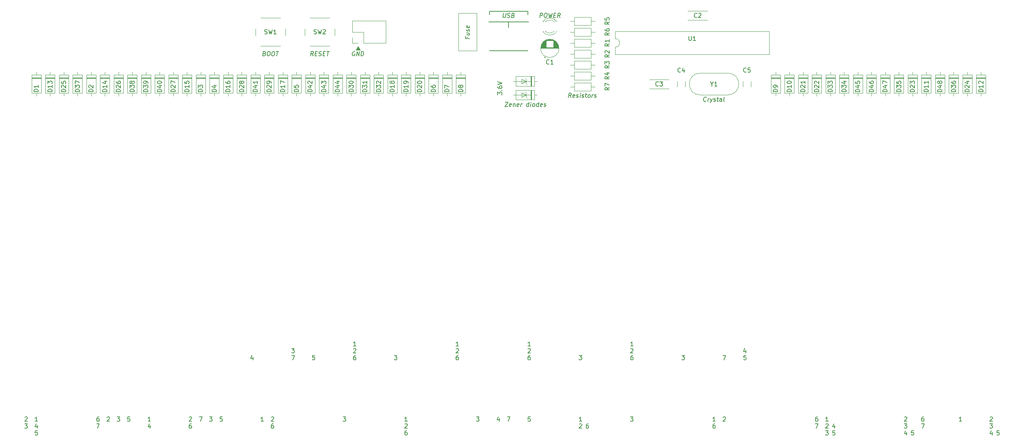
<source format=gto>
G04 #@! TF.GenerationSoftware,KiCad,Pcbnew,(6.0.1)*
G04 #@! TF.CreationDate,2022-12-02T15:22:06+01:00*
G04 #@! TF.ProjectId,pcb,7063622e-6b69-4636-9164-5f7063625858,rev?*
G04 #@! TF.SameCoordinates,Original*
G04 #@! TF.FileFunction,Legend,Top*
G04 #@! TF.FilePolarity,Positive*
%FSLAX46Y46*%
G04 Gerber Fmt 4.6, Leading zero omitted, Abs format (unit mm)*
G04 Created by KiCad (PCBNEW (6.0.1)) date 2022-12-02 15:22:06*
%MOMM*%
%LPD*%
G01*
G04 APERTURE LIST*
%ADD10C,0.150000*%
%ADD11C,0.120000*%
%ADD12C,0.710000*%
%ADD13C,0.200000*%
%ADD14C,0.500000*%
%ADD15C,1.550000*%
%ADD16C,4.000000*%
%ADD17C,1.750000*%
%ADD18R,1.600000X1.600000*%
%ADD19O,1.600000X1.600000*%
%ADD20C,3.500000*%
%ADD21C,1.400000*%
%ADD22O,1.400000X1.400000*%
%ADD23C,3.048000*%
%ADD24C,3.987800*%
%ADD25O,1.700000X1.700000*%
%ADD26R,1.700000X1.700000*%
%ADD27C,1.600000*%
%ADD28C,0.650000*%
%ADD29O,0.900000X1.700000*%
%ADD30O,0.900000X2.400000*%
%ADD31C,1.500000*%
%ADD32R,1.200000X1.200000*%
%ADD33C,1.200000*%
%ADD34C,2.000000*%
%ADD35R,1.800000X1.800000*%
%ADD36C,1.800000*%
G04 APERTURE END LIST*
D10*
X177430709Y-137556624D02*
X178049757Y-137556624D01*
X177716423Y-137937577D01*
X177859281Y-137937577D01*
X177954519Y-137985196D01*
X178002138Y-138032815D01*
X178049757Y-138128053D01*
X178049757Y-138366148D01*
X178002138Y-138461386D01*
X177954519Y-138509005D01*
X177859281Y-138556624D01*
X177573566Y-138556624D01*
X177478328Y-138509005D01*
X177430709Y-138461386D01*
X61356845Y-137564880D02*
X60880654Y-137564880D01*
X60833035Y-138041071D01*
X60880654Y-137993452D01*
X60975892Y-137945833D01*
X61213988Y-137945833D01*
X61309226Y-137993452D01*
X61356845Y-138041071D01*
X61404464Y-138136309D01*
X61404464Y-138374404D01*
X61356845Y-138469642D01*
X61309226Y-138517261D01*
X61213988Y-138564880D01*
X60975892Y-138564880D01*
X60880654Y-138517261D01*
X60833035Y-138469642D01*
X167671726Y-139163630D02*
X167481250Y-139163630D01*
X167386011Y-139211250D01*
X167338392Y-139258869D01*
X167243154Y-139401726D01*
X167195535Y-139592202D01*
X167195535Y-139973154D01*
X167243154Y-140068392D01*
X167290773Y-140116011D01*
X167386011Y-140163630D01*
X167576488Y-140163630D01*
X167671726Y-140116011D01*
X167719345Y-140068392D01*
X167766964Y-139973154D01*
X167766964Y-139735059D01*
X167719345Y-139639821D01*
X167671726Y-139592202D01*
X167576488Y-139544583D01*
X167386011Y-139544583D01*
X167290773Y-139592202D01*
X167243154Y-139639821D01*
X167195535Y-139735059D01*
X262969345Y-140762380D02*
X262493154Y-140762380D01*
X262445535Y-141238571D01*
X262493154Y-141190952D01*
X262588392Y-141143333D01*
X262826488Y-141143333D01*
X262921726Y-141190952D01*
X262969345Y-141238571D01*
X263016964Y-141333809D01*
X263016964Y-141571904D01*
X262969345Y-141667142D01*
X262921726Y-141714761D01*
X262826488Y-141762380D01*
X262588392Y-141762380D01*
X262493154Y-141714761D01*
X262445535Y-141667142D01*
X243125595Y-140762380D02*
X242649404Y-140762380D01*
X242601785Y-141238571D01*
X242649404Y-141190952D01*
X242744642Y-141143333D01*
X242982738Y-141143333D01*
X243077976Y-141190952D01*
X243125595Y-141238571D01*
X243173214Y-141333809D01*
X243173214Y-141571904D01*
X243125595Y-141667142D01*
X243077976Y-141714761D01*
X242982738Y-141762380D01*
X242744642Y-141762380D01*
X242649404Y-141714761D01*
X242601785Y-141667142D01*
X66166964Y-138553630D02*
X65595535Y-138553630D01*
X65881250Y-138553630D02*
X65881250Y-137553630D01*
X65786011Y-137696488D01*
X65690773Y-137791726D01*
X65595535Y-137839345D01*
X66071726Y-139496964D02*
X66071726Y-140163630D01*
X65833630Y-139116011D02*
X65595535Y-139830297D01*
X66214583Y-139830297D01*
X137604464Y-121079880D02*
X137033035Y-121079880D01*
X137318750Y-121079880D02*
X137318750Y-120079880D01*
X137223511Y-120222738D01*
X137128273Y-120317976D01*
X137033035Y-120365595D01*
X137033035Y-121785119D02*
X137080654Y-121737500D01*
X137175892Y-121689880D01*
X137413988Y-121689880D01*
X137509226Y-121737500D01*
X137556845Y-121785119D01*
X137604464Y-121880357D01*
X137604464Y-121975595D01*
X137556845Y-122118452D01*
X136985416Y-122689880D01*
X137604464Y-122689880D01*
X137509226Y-123299880D02*
X137318750Y-123299880D01*
X137223511Y-123347500D01*
X137175892Y-123395119D01*
X137080654Y-123537976D01*
X137033035Y-123728452D01*
X137033035Y-124109404D01*
X137080654Y-124204642D01*
X137128273Y-124252261D01*
X137223511Y-124299880D01*
X137413988Y-124299880D01*
X137509226Y-124252261D01*
X137556845Y-124204642D01*
X137604464Y-124109404D01*
X137604464Y-123871309D01*
X137556845Y-123776071D01*
X137509226Y-123728452D01*
X137413988Y-123680833D01*
X137223511Y-123680833D01*
X137128273Y-123728452D01*
X137080654Y-123776071D01*
X137033035Y-123871309D01*
X148462172Y-64539880D02*
X149128839Y-64539880D01*
X148337172Y-65539880D01*
X149003839Y-65539880D01*
X149771696Y-65492261D02*
X149670505Y-65539880D01*
X149480029Y-65539880D01*
X149390744Y-65492261D01*
X149355029Y-65397023D01*
X149402648Y-65016071D01*
X149462172Y-64920833D01*
X149563363Y-64873214D01*
X149753839Y-64873214D01*
X149843125Y-64920833D01*
X149878839Y-65016071D01*
X149866934Y-65111309D01*
X149378839Y-65206547D01*
X150325267Y-64873214D02*
X150241934Y-65539880D01*
X150313363Y-64968452D02*
X150366934Y-64920833D01*
X150468125Y-64873214D01*
X150610982Y-64873214D01*
X150700267Y-64920833D01*
X150735982Y-65016071D01*
X150670505Y-65539880D01*
X151533601Y-65492261D02*
X151432410Y-65539880D01*
X151241934Y-65539880D01*
X151152648Y-65492261D01*
X151116934Y-65397023D01*
X151164553Y-65016071D01*
X151224077Y-64920833D01*
X151325267Y-64873214D01*
X151515744Y-64873214D01*
X151605029Y-64920833D01*
X151640744Y-65016071D01*
X151628839Y-65111309D01*
X151140744Y-65206547D01*
X152003839Y-65539880D02*
X152087172Y-64873214D01*
X152063363Y-65063690D02*
X152122886Y-64968452D01*
X152176458Y-64920833D01*
X152277648Y-64873214D01*
X152372886Y-64873214D01*
X153813363Y-65539880D02*
X153938363Y-64539880D01*
X153819315Y-65492261D02*
X153718125Y-65539880D01*
X153527648Y-65539880D01*
X153438363Y-65492261D01*
X153396696Y-65444642D01*
X153360982Y-65349404D01*
X153396696Y-65063690D01*
X153456220Y-64968452D01*
X153509791Y-64920833D01*
X153610982Y-64873214D01*
X153801458Y-64873214D01*
X153890744Y-64920833D01*
X154289553Y-65539880D02*
X154372886Y-64873214D01*
X154414553Y-64539880D02*
X154360982Y-64587500D01*
X154402648Y-64635119D01*
X154456220Y-64587500D01*
X154414553Y-64539880D01*
X154402648Y-64635119D01*
X154908601Y-65539880D02*
X154819315Y-65492261D01*
X154777648Y-65444642D01*
X154741934Y-65349404D01*
X154777648Y-65063690D01*
X154837172Y-64968452D01*
X154890744Y-64920833D01*
X154991934Y-64873214D01*
X155134791Y-64873214D01*
X155224077Y-64920833D01*
X155265744Y-64968452D01*
X155301458Y-65063690D01*
X155265744Y-65349404D01*
X155206220Y-65444642D01*
X155152648Y-65492261D01*
X155051458Y-65539880D01*
X154908601Y-65539880D01*
X156099077Y-65539880D02*
X156224077Y-64539880D01*
X156105029Y-65492261D02*
X156003839Y-65539880D01*
X155813363Y-65539880D01*
X155724077Y-65492261D01*
X155682410Y-65444642D01*
X155646696Y-65349404D01*
X155682410Y-65063690D01*
X155741934Y-64968452D01*
X155795505Y-64920833D01*
X155896696Y-64873214D01*
X156087172Y-64873214D01*
X156176458Y-64920833D01*
X156962172Y-65492261D02*
X156860982Y-65539880D01*
X156670505Y-65539880D01*
X156581220Y-65492261D01*
X156545505Y-65397023D01*
X156593125Y-65016071D01*
X156652648Y-64920833D01*
X156753839Y-64873214D01*
X156944315Y-64873214D01*
X157033601Y-64920833D01*
X157069315Y-65016071D01*
X157057410Y-65111309D01*
X156569315Y-65206547D01*
X157390744Y-65492261D02*
X157480029Y-65539880D01*
X157670505Y-65539880D01*
X157771696Y-65492261D01*
X157831220Y-65397023D01*
X157837172Y-65349404D01*
X157801458Y-65254166D01*
X157712172Y-65206547D01*
X157569315Y-65206547D01*
X157480029Y-65158928D01*
X157444315Y-65063690D01*
X157450267Y-65016071D01*
X157509791Y-64920833D01*
X157610982Y-64873214D01*
X157753839Y-64873214D01*
X157843125Y-64920833D01*
X89884226Y-123610714D02*
X89884226Y-124277380D01*
X89646130Y-123229761D02*
X89408035Y-123944047D01*
X90027083Y-123944047D01*
X204184226Y-122011964D02*
X204184226Y-122678630D01*
X203946130Y-121631011D02*
X203708035Y-122345297D01*
X204327083Y-122345297D01*
X204231845Y-123288630D02*
X203755654Y-123288630D01*
X203708035Y-123764821D01*
X203755654Y-123717202D01*
X203850892Y-123669583D01*
X204088988Y-123669583D01*
X204184226Y-123717202D01*
X204231845Y-123764821D01*
X204279464Y-123860059D01*
X204279464Y-124098154D01*
X204231845Y-124193392D01*
X204184226Y-124241011D01*
X204088988Y-124288630D01*
X203850892Y-124288630D01*
X203755654Y-124241011D01*
X203708035Y-124193392D01*
X39973214Y-138542380D02*
X39401785Y-138542380D01*
X39687500Y-138542380D02*
X39687500Y-137542380D01*
X39592261Y-137685238D01*
X39497023Y-137780476D01*
X39401785Y-137828095D01*
X39877976Y-139485714D02*
X39877976Y-140152380D01*
X39639880Y-139104761D02*
X39401785Y-139819047D01*
X40020833Y-139819047D01*
X39925595Y-140762380D02*
X39449404Y-140762380D01*
X39401785Y-141238571D01*
X39449404Y-141190952D01*
X39544642Y-141143333D01*
X39782738Y-141143333D01*
X39877976Y-141190952D01*
X39925595Y-141238571D01*
X39973214Y-141333809D01*
X39973214Y-141571904D01*
X39925595Y-141667142D01*
X39877976Y-141714761D01*
X39782738Y-141762380D01*
X39544642Y-141762380D01*
X39449404Y-141714761D01*
X39401785Y-141667142D01*
X156437290Y-44902380D02*
X156562290Y-43902380D01*
X156943242Y-43902380D01*
X157032528Y-43950000D01*
X157074195Y-43997619D01*
X157109909Y-44092857D01*
X157092052Y-44235714D01*
X157032528Y-44330952D01*
X156978957Y-44378571D01*
X156877766Y-44426190D01*
X156496814Y-44426190D01*
X157752766Y-43902380D02*
X157943242Y-43902380D01*
X158032528Y-43950000D01*
X158115862Y-44045238D01*
X158139671Y-44235714D01*
X158098004Y-44569047D01*
X158026576Y-44759523D01*
X157919433Y-44854761D01*
X157818242Y-44902380D01*
X157627766Y-44902380D01*
X157538481Y-44854761D01*
X157455147Y-44759523D01*
X157431338Y-44569047D01*
X157473004Y-44235714D01*
X157544433Y-44045238D01*
X157651576Y-43950000D01*
X157752766Y-43902380D01*
X158514671Y-43902380D02*
X158627766Y-44902380D01*
X158907528Y-44188095D01*
X159008719Y-44902380D01*
X159371814Y-43902380D01*
X159693242Y-44378571D02*
X160026576Y-44378571D01*
X160103957Y-44902380D02*
X159627766Y-44902380D01*
X159752766Y-43902380D01*
X160228957Y-43902380D01*
X161103957Y-44902380D02*
X160830147Y-44426190D01*
X160532528Y-44902380D02*
X160657528Y-43902380D01*
X161038481Y-43902380D01*
X161127766Y-43950000D01*
X161169433Y-43997619D01*
X161205147Y-44092857D01*
X161187290Y-44235714D01*
X161127766Y-44330952D01*
X161074195Y-44378571D01*
X160973004Y-44426190D01*
X160592052Y-44426190D01*
X58404166Y-137564880D02*
X59023214Y-137564880D01*
X58689880Y-137945833D01*
X58832738Y-137945833D01*
X58927976Y-137993452D01*
X58975595Y-138041071D01*
X59023214Y-138136309D01*
X59023214Y-138374404D01*
X58975595Y-138469642D01*
X58927976Y-138517261D01*
X58832738Y-138564880D01*
X58547023Y-138564880D01*
X58451785Y-138517261D01*
X58404166Y-138469642D01*
X165560416Y-123277380D02*
X166179464Y-123277380D01*
X165846130Y-123658333D01*
X165988988Y-123658333D01*
X166084226Y-123705952D01*
X166131845Y-123753571D01*
X166179464Y-123848809D01*
X166179464Y-124086904D01*
X166131845Y-124182142D01*
X166084226Y-124229761D01*
X165988988Y-124277380D01*
X165703273Y-124277380D01*
X165608035Y-124229761D01*
X165560416Y-124182142D01*
X189372916Y-123277380D02*
X189991964Y-123277380D01*
X189658630Y-123658333D01*
X189801488Y-123658333D01*
X189896726Y-123705952D01*
X189944345Y-123753571D01*
X189991964Y-123848809D01*
X189991964Y-124086904D01*
X189944345Y-124182142D01*
X189896726Y-124229761D01*
X189801488Y-124277380D01*
X189515773Y-124277380D01*
X189420535Y-124229761D01*
X189372916Y-124182142D01*
X147993422Y-43902380D02*
X147892232Y-44711904D01*
X147927946Y-44807142D01*
X147969613Y-44854761D01*
X148058898Y-44902380D01*
X148249375Y-44902380D01*
X148350565Y-44854761D01*
X148404136Y-44807142D01*
X148463660Y-44711904D01*
X148564851Y-43902380D01*
X148874375Y-44854761D02*
X149011279Y-44902380D01*
X149249375Y-44902380D01*
X149350565Y-44854761D01*
X149404136Y-44807142D01*
X149463660Y-44711904D01*
X149475565Y-44616666D01*
X149439851Y-44521428D01*
X149398184Y-44473809D01*
X149308898Y-44426190D01*
X149124375Y-44378571D01*
X149035089Y-44330952D01*
X148993422Y-44283333D01*
X148957708Y-44188095D01*
X148969613Y-44092857D01*
X149029136Y-43997619D01*
X149082708Y-43950000D01*
X149183898Y-43902380D01*
X149421994Y-43902380D01*
X149558898Y-43950000D01*
X150267232Y-44378571D02*
X150404136Y-44426190D01*
X150445803Y-44473809D01*
X150481517Y-44569047D01*
X150463660Y-44711904D01*
X150404136Y-44807142D01*
X150350565Y-44854761D01*
X150249375Y-44902380D01*
X149868422Y-44902380D01*
X149993422Y-43902380D01*
X150326755Y-43902380D01*
X150416041Y-43950000D01*
X150457708Y-43997619D01*
X150493422Y-44092857D01*
X150481517Y-44188095D01*
X150421994Y-44283333D01*
X150368422Y-44330952D01*
X150267232Y-44378571D01*
X149933898Y-44378571D01*
X139628571Y-49432053D02*
X139628571Y-49765386D01*
X140152380Y-49830863D02*
X139152380Y-49705863D01*
X139152380Y-49229672D01*
X139485714Y-48461815D02*
X140152380Y-48545148D01*
X139485714Y-48890386D02*
X140009523Y-48955863D01*
X140104761Y-48920148D01*
X140152380Y-48830863D01*
X140152380Y-48688005D01*
X140104761Y-48586815D01*
X140057142Y-48533244D01*
X140104761Y-48110625D02*
X140152380Y-48021339D01*
X140152380Y-47830863D01*
X140104761Y-47729672D01*
X140009523Y-47670148D01*
X139961904Y-47664196D01*
X139866666Y-47699910D01*
X139819047Y-47789196D01*
X139819047Y-47932053D01*
X139771428Y-48021339D01*
X139676190Y-48057053D01*
X139628571Y-48051101D01*
X139533333Y-47991577D01*
X139485714Y-47890386D01*
X139485714Y-47747529D01*
X139533333Y-47658244D01*
X140104761Y-46872529D02*
X140152380Y-46973720D01*
X140152380Y-47164196D01*
X140104761Y-47253482D01*
X140009523Y-47289196D01*
X139628571Y-47241577D01*
X139533333Y-47182053D01*
X139485714Y-47080863D01*
X139485714Y-46890386D01*
X139533333Y-46801101D01*
X139628571Y-46765386D01*
X139723809Y-46777291D01*
X139819047Y-47265386D01*
X241014285Y-137637619D02*
X241061904Y-137590000D01*
X241157142Y-137542380D01*
X241395238Y-137542380D01*
X241490476Y-137590000D01*
X241538095Y-137637619D01*
X241585714Y-137732857D01*
X241585714Y-137828095D01*
X241538095Y-137970952D01*
X240966666Y-138542380D01*
X241585714Y-138542380D01*
X240966666Y-139152380D02*
X241585714Y-139152380D01*
X241252380Y-139533333D01*
X241395238Y-139533333D01*
X241490476Y-139580952D01*
X241538095Y-139628571D01*
X241585714Y-139723809D01*
X241585714Y-139961904D01*
X241538095Y-140057142D01*
X241490476Y-140104761D01*
X241395238Y-140152380D01*
X241109523Y-140152380D01*
X241014285Y-140104761D01*
X240966666Y-140057142D01*
X241490476Y-141095714D02*
X241490476Y-141762380D01*
X241252380Y-140714761D02*
X241014285Y-141429047D01*
X241633333Y-141429047D01*
X194981517Y-64238142D02*
X194927946Y-64285761D01*
X194779136Y-64333380D01*
X194683898Y-64333380D01*
X194546994Y-64285761D01*
X194463660Y-64190523D01*
X194427946Y-64095285D01*
X194404136Y-63904809D01*
X194421994Y-63761952D01*
X194493422Y-63571476D01*
X194552946Y-63476238D01*
X194660089Y-63381000D01*
X194808898Y-63333380D01*
X194904136Y-63333380D01*
X195041041Y-63381000D01*
X195082708Y-63428619D01*
X195398184Y-64333380D02*
X195481517Y-63666714D01*
X195457708Y-63857190D02*
X195517232Y-63761952D01*
X195570803Y-63714333D01*
X195671994Y-63666714D01*
X195767232Y-63666714D01*
X196005327Y-63666714D02*
X196160089Y-64333380D01*
X196481517Y-63666714D02*
X196160089Y-64333380D01*
X196035089Y-64571476D01*
X195981517Y-64619095D01*
X195880327Y-64666714D01*
X196737470Y-64285761D02*
X196826755Y-64333380D01*
X197017232Y-64333380D01*
X197118422Y-64285761D01*
X197177946Y-64190523D01*
X197183898Y-64142904D01*
X197148184Y-64047666D01*
X197058898Y-64000047D01*
X196916041Y-64000047D01*
X196826755Y-63952428D01*
X196791041Y-63857190D01*
X196796994Y-63809571D01*
X196856517Y-63714333D01*
X196957708Y-63666714D01*
X197100565Y-63666714D01*
X197189851Y-63714333D01*
X197529136Y-63666714D02*
X197910089Y-63666714D01*
X197713660Y-63333380D02*
X197606517Y-64190523D01*
X197642232Y-64285761D01*
X197731517Y-64333380D01*
X197826755Y-64333380D01*
X198588660Y-64333380D02*
X198654136Y-63809571D01*
X198618422Y-63714333D01*
X198529136Y-63666714D01*
X198338660Y-63666714D01*
X198237470Y-63714333D01*
X198594613Y-64285761D02*
X198493422Y-64333380D01*
X198255327Y-64333380D01*
X198166041Y-64285761D01*
X198130327Y-64190523D01*
X198142232Y-64095285D01*
X198201755Y-64000047D01*
X198302946Y-63952428D01*
X198541041Y-63952428D01*
X198642232Y-63904809D01*
X199207708Y-64333380D02*
X199118422Y-64285761D01*
X199082708Y-64190523D01*
X199189851Y-63333380D01*
X260858035Y-137637619D02*
X260905654Y-137590000D01*
X261000892Y-137542380D01*
X261238988Y-137542380D01*
X261334226Y-137590000D01*
X261381845Y-137637619D01*
X261429464Y-137732857D01*
X261429464Y-137828095D01*
X261381845Y-137970952D01*
X260810416Y-138542380D01*
X261429464Y-138542380D01*
X260810416Y-139152380D02*
X261429464Y-139152380D01*
X261096130Y-139533333D01*
X261238988Y-139533333D01*
X261334226Y-139580952D01*
X261381845Y-139628571D01*
X261429464Y-139723809D01*
X261429464Y-139961904D01*
X261381845Y-140057142D01*
X261334226Y-140104761D01*
X261238988Y-140152380D01*
X260953273Y-140152380D01*
X260858035Y-140104761D01*
X260810416Y-140057142D01*
X261334226Y-141095714D02*
X261334226Y-141762380D01*
X261096130Y-140714761D02*
X260858035Y-141429047D01*
X261477083Y-141429047D01*
X94170535Y-137648869D02*
X94218154Y-137601250D01*
X94313392Y-137553630D01*
X94551488Y-137553630D01*
X94646726Y-137601250D01*
X94694345Y-137648869D01*
X94741964Y-137744107D01*
X94741964Y-137839345D01*
X94694345Y-137982202D01*
X94122916Y-138553630D01*
X94741964Y-138553630D01*
X94646726Y-139163630D02*
X94456250Y-139163630D01*
X94361011Y-139211250D01*
X94313392Y-139258869D01*
X94218154Y-139401726D01*
X94170535Y-139592202D01*
X94170535Y-139973154D01*
X94218154Y-140068392D01*
X94265773Y-140116011D01*
X94361011Y-140163630D01*
X94551488Y-140163630D01*
X94646726Y-140116011D01*
X94694345Y-140068392D01*
X94741964Y-139973154D01*
X94741964Y-139735059D01*
X94694345Y-139639821D01*
X94646726Y-139592202D01*
X94551488Y-139544583D01*
X94361011Y-139544583D01*
X94265773Y-139592202D01*
X94218154Y-139639821D01*
X94170535Y-139735059D01*
X198945535Y-137660119D02*
X198993154Y-137612500D01*
X199088392Y-137564880D01*
X199326488Y-137564880D01*
X199421726Y-137612500D01*
X199469345Y-137660119D01*
X199516964Y-137755357D01*
X199516964Y-137850595D01*
X199469345Y-137993452D01*
X198897916Y-138564880D01*
X199516964Y-138564880D01*
X178085714Y-121079880D02*
X177514285Y-121079880D01*
X177800000Y-121079880D02*
X177800000Y-120079880D01*
X177704761Y-120222738D01*
X177609523Y-120317976D01*
X177514285Y-120365595D01*
X177514285Y-121785119D02*
X177561904Y-121737500D01*
X177657142Y-121689880D01*
X177895238Y-121689880D01*
X177990476Y-121737500D01*
X178038095Y-121785119D01*
X178085714Y-121880357D01*
X178085714Y-121975595D01*
X178038095Y-122118452D01*
X177466666Y-122689880D01*
X178085714Y-122689880D01*
X177990476Y-123299880D02*
X177800000Y-123299880D01*
X177704761Y-123347500D01*
X177657142Y-123395119D01*
X177561904Y-123537976D01*
X177514285Y-123728452D01*
X177514285Y-124109404D01*
X177561904Y-124204642D01*
X177609523Y-124252261D01*
X177704761Y-124299880D01*
X177895238Y-124299880D01*
X177990476Y-124252261D01*
X178038095Y-124204642D01*
X178085714Y-124109404D01*
X178085714Y-123871309D01*
X178038095Y-123776071D01*
X177990476Y-123728452D01*
X177895238Y-123680833D01*
X177704761Y-123680833D01*
X177609523Y-123728452D01*
X177561904Y-123776071D01*
X177514285Y-123871309D01*
X146645380Y-62817190D02*
X146645380Y-62198142D01*
X147026333Y-62531476D01*
X147026333Y-62388619D01*
X147073952Y-62293380D01*
X147121571Y-62245761D01*
X147216809Y-62198142D01*
X147454904Y-62198142D01*
X147550142Y-62245761D01*
X147597761Y-62293380D01*
X147645380Y-62388619D01*
X147645380Y-62674333D01*
X147597761Y-62769571D01*
X147550142Y-62817190D01*
X147550142Y-61769571D02*
X147597761Y-61721952D01*
X147645380Y-61769571D01*
X147597761Y-61817190D01*
X147550142Y-61769571D01*
X147645380Y-61769571D01*
X146645380Y-60864809D02*
X146645380Y-61055285D01*
X146693000Y-61150523D01*
X146740619Y-61198142D01*
X146883476Y-61293380D01*
X147073952Y-61341000D01*
X147454904Y-61341000D01*
X147550142Y-61293380D01*
X147597761Y-61245761D01*
X147645380Y-61150523D01*
X147645380Y-60960047D01*
X147597761Y-60864809D01*
X147550142Y-60817190D01*
X147454904Y-60769571D01*
X147216809Y-60769571D01*
X147121571Y-60817190D01*
X147073952Y-60864809D01*
X147026333Y-60960047D01*
X147026333Y-61150523D01*
X147073952Y-61245761D01*
X147121571Y-61293380D01*
X147216809Y-61341000D01*
X146645380Y-60483857D02*
X147645380Y-60150523D01*
X146645380Y-59817190D01*
X54165476Y-137553630D02*
X53975000Y-137553630D01*
X53879761Y-137601250D01*
X53832142Y-137648869D01*
X53736904Y-137791726D01*
X53689285Y-137982202D01*
X53689285Y-138363154D01*
X53736904Y-138458392D01*
X53784523Y-138506011D01*
X53879761Y-138553630D01*
X54070238Y-138553630D01*
X54165476Y-138506011D01*
X54213095Y-138458392D01*
X54260714Y-138363154D01*
X54260714Y-138125059D01*
X54213095Y-138029821D01*
X54165476Y-137982202D01*
X54070238Y-137934583D01*
X53879761Y-137934583D01*
X53784523Y-137982202D01*
X53736904Y-138029821D01*
X53689285Y-138125059D01*
X53641666Y-139163630D02*
X54308333Y-139163630D01*
X53879761Y-140163630D01*
X148891666Y-137564880D02*
X149558333Y-137564880D01*
X149129761Y-138564880D01*
X224821726Y-139485714D02*
X224821726Y-140152380D01*
X224583630Y-139104761D02*
X224345535Y-139819047D01*
X224964583Y-139819047D01*
X224869345Y-140762380D02*
X224393154Y-140762380D01*
X224345535Y-141238571D01*
X224393154Y-141190952D01*
X224488392Y-141143333D01*
X224726488Y-141143333D01*
X224821726Y-141190952D01*
X224869345Y-141238571D01*
X224916964Y-141333809D01*
X224916964Y-141571904D01*
X224869345Y-141667142D01*
X224821726Y-141714761D01*
X224726488Y-141762380D01*
X224488392Y-141762380D01*
X224393154Y-141714761D01*
X224345535Y-141667142D01*
X154225595Y-137564880D02*
X153749404Y-137564880D01*
X153701785Y-138041071D01*
X153749404Y-137993452D01*
X153844642Y-137945833D01*
X154082738Y-137945833D01*
X154177976Y-137993452D01*
X154225595Y-138041071D01*
X154273214Y-138136309D01*
X154273214Y-138374404D01*
X154225595Y-138469642D01*
X154177976Y-138517261D01*
X154082738Y-138564880D01*
X153844642Y-138564880D01*
X153749404Y-138517261D01*
X153701785Y-138469642D01*
X37020535Y-137648869D02*
X37068154Y-137601250D01*
X37163392Y-137553630D01*
X37401488Y-137553630D01*
X37496726Y-137601250D01*
X37544345Y-137648869D01*
X37591964Y-137744107D01*
X37591964Y-137839345D01*
X37544345Y-137982202D01*
X36972916Y-138553630D01*
X37591964Y-138553630D01*
X36972916Y-139163630D02*
X37591964Y-139163630D01*
X37258630Y-139544583D01*
X37401488Y-139544583D01*
X37496726Y-139592202D01*
X37544345Y-139639821D01*
X37591964Y-139735059D01*
X37591964Y-139973154D01*
X37544345Y-140068392D01*
X37496726Y-140116011D01*
X37401488Y-140163630D01*
X37115773Y-140163630D01*
X37020535Y-140116011D01*
X36972916Y-140068392D01*
X92360714Y-138564880D02*
X91789285Y-138564880D01*
X92075000Y-138564880D02*
X92075000Y-137564880D01*
X91979761Y-137707738D01*
X91884523Y-137802976D01*
X91789285Y-137850595D01*
X92593660Y-53268571D02*
X92730565Y-53316190D01*
X92772232Y-53363809D01*
X92807946Y-53459047D01*
X92790089Y-53601904D01*
X92730565Y-53697142D01*
X92676994Y-53744761D01*
X92575803Y-53792380D01*
X92194851Y-53792380D01*
X92319851Y-52792380D01*
X92653184Y-52792380D01*
X92742470Y-52840000D01*
X92784136Y-52887619D01*
X92819851Y-52982857D01*
X92807946Y-53078095D01*
X92748422Y-53173333D01*
X92694851Y-53220952D01*
X92593660Y-53268571D01*
X92260327Y-53268571D01*
X93510327Y-52792380D02*
X93700803Y-52792380D01*
X93790089Y-52840000D01*
X93873422Y-52935238D01*
X93897232Y-53125714D01*
X93855565Y-53459047D01*
X93784136Y-53649523D01*
X93676994Y-53744761D01*
X93575803Y-53792380D01*
X93385327Y-53792380D01*
X93296041Y-53744761D01*
X93212708Y-53649523D01*
X93188898Y-53459047D01*
X93230565Y-53125714D01*
X93301994Y-52935238D01*
X93409136Y-52840000D01*
X93510327Y-52792380D01*
X94557946Y-52792380D02*
X94748422Y-52792380D01*
X94837708Y-52840000D01*
X94921041Y-52935238D01*
X94944851Y-53125714D01*
X94903184Y-53459047D01*
X94831755Y-53649523D01*
X94724613Y-53744761D01*
X94623422Y-53792380D01*
X94432946Y-53792380D01*
X94343660Y-53744761D01*
X94260327Y-53649523D01*
X94236517Y-53459047D01*
X94278184Y-53125714D01*
X94349613Y-52935238D01*
X94456755Y-52840000D01*
X94557946Y-52792380D01*
X95272232Y-52792380D02*
X95843660Y-52792380D01*
X95432946Y-53792380D02*
X95557946Y-52792380D01*
X154273214Y-121079880D02*
X153701785Y-121079880D01*
X153987500Y-121079880D02*
X153987500Y-120079880D01*
X153892261Y-120222738D01*
X153797023Y-120317976D01*
X153701785Y-120365595D01*
X153701785Y-121785119D02*
X153749404Y-121737500D01*
X153844642Y-121689880D01*
X154082738Y-121689880D01*
X154177976Y-121737500D01*
X154225595Y-121785119D01*
X154273214Y-121880357D01*
X154273214Y-121975595D01*
X154225595Y-122118452D01*
X153654166Y-122689880D01*
X154273214Y-122689880D01*
X154177976Y-123299880D02*
X153987500Y-123299880D01*
X153892261Y-123347500D01*
X153844642Y-123395119D01*
X153749404Y-123537976D01*
X153701785Y-123728452D01*
X153701785Y-124109404D01*
X153749404Y-124204642D01*
X153797023Y-124252261D01*
X153892261Y-124299880D01*
X154082738Y-124299880D01*
X154177976Y-124252261D01*
X154225595Y-124204642D01*
X154273214Y-124109404D01*
X154273214Y-123871309D01*
X154225595Y-123776071D01*
X154177976Y-123728452D01*
X154082738Y-123680833D01*
X153892261Y-123680833D01*
X153797023Y-123728452D01*
X153749404Y-123776071D01*
X153701785Y-123871309D01*
X254285714Y-138564880D02*
X253714285Y-138564880D01*
X254000000Y-138564880D02*
X254000000Y-137564880D01*
X253904761Y-137707738D01*
X253809523Y-137802976D01*
X253714285Y-137850595D01*
X141747916Y-137564880D02*
X142366964Y-137564880D01*
X142033630Y-137945833D01*
X142176488Y-137945833D01*
X142271726Y-137993452D01*
X142319345Y-138041071D01*
X142366964Y-138136309D01*
X142366964Y-138374404D01*
X142319345Y-138469642D01*
X142271726Y-138517261D01*
X142176488Y-138564880D01*
X141890773Y-138564880D01*
X141795535Y-138517261D01*
X141747916Y-138469642D01*
X147034226Y-137898214D02*
X147034226Y-138564880D01*
X146796130Y-137517261D02*
X146558035Y-138231547D01*
X147177083Y-138231547D01*
X122697916Y-123277380D02*
X123316964Y-123277380D01*
X122983630Y-123658333D01*
X123126488Y-123658333D01*
X123221726Y-123705952D01*
X123269345Y-123753571D01*
X123316964Y-123848809D01*
X123316964Y-124086904D01*
X123269345Y-124182142D01*
X123221726Y-124229761D01*
X123126488Y-124277380D01*
X122840773Y-124277380D01*
X122745535Y-124229761D01*
X122697916Y-124182142D01*
X103862946Y-53792380D02*
X103589136Y-53316190D01*
X103291517Y-53792380D02*
X103416517Y-52792380D01*
X103797470Y-52792380D01*
X103886755Y-52840000D01*
X103928422Y-52887619D01*
X103964136Y-52982857D01*
X103946279Y-53125714D01*
X103886755Y-53220952D01*
X103833184Y-53268571D01*
X103731994Y-53316190D01*
X103351041Y-53316190D01*
X104356994Y-53268571D02*
X104690327Y-53268571D01*
X104767708Y-53792380D02*
X104291517Y-53792380D01*
X104416517Y-52792380D01*
X104892708Y-52792380D01*
X105154613Y-53744761D02*
X105291517Y-53792380D01*
X105529613Y-53792380D01*
X105630803Y-53744761D01*
X105684375Y-53697142D01*
X105743898Y-53601904D01*
X105755803Y-53506666D01*
X105720089Y-53411428D01*
X105678422Y-53363809D01*
X105589136Y-53316190D01*
X105404613Y-53268571D01*
X105315327Y-53220952D01*
X105273660Y-53173333D01*
X105237946Y-53078095D01*
X105249851Y-52982857D01*
X105309375Y-52887619D01*
X105362946Y-52840000D01*
X105464136Y-52792380D01*
X105702232Y-52792380D01*
X105839136Y-52840000D01*
X106214136Y-53268571D02*
X106547470Y-53268571D01*
X106624851Y-53792380D02*
X106148660Y-53792380D01*
X106273660Y-52792380D01*
X106749851Y-52792380D01*
X107035565Y-52792380D02*
X107606994Y-52792380D01*
X107196279Y-53792380D02*
X107321279Y-52792380D01*
X104219345Y-123277380D02*
X103743154Y-123277380D01*
X103695535Y-123753571D01*
X103743154Y-123705952D01*
X103838392Y-123658333D01*
X104076488Y-123658333D01*
X104171726Y-123705952D01*
X104219345Y-123753571D01*
X104266964Y-123848809D01*
X104266964Y-124086904D01*
X104219345Y-124182142D01*
X104171726Y-124229761D01*
X104076488Y-124277380D01*
X103838392Y-124277380D01*
X103743154Y-124229761D01*
X103695535Y-124182142D01*
X197135714Y-138553630D02*
X196564285Y-138553630D01*
X196850000Y-138553630D02*
X196850000Y-137553630D01*
X196754761Y-137696488D01*
X196659523Y-137791726D01*
X196564285Y-137839345D01*
X197040476Y-139163630D02*
X196850000Y-139163630D01*
X196754761Y-139211250D01*
X196707142Y-139258869D01*
X196611904Y-139401726D01*
X196564285Y-139592202D01*
X196564285Y-139973154D01*
X196611904Y-140068392D01*
X196659523Y-140116011D01*
X196754761Y-140163630D01*
X196945238Y-140163630D01*
X197040476Y-140116011D01*
X197088095Y-140068392D01*
X197135714Y-139973154D01*
X197135714Y-139735059D01*
X197088095Y-139639821D01*
X197040476Y-139592202D01*
X196945238Y-139544583D01*
X196754761Y-139544583D01*
X196659523Y-139592202D01*
X196611904Y-139639821D01*
X196564285Y-139735059D01*
X77454166Y-137564880D02*
X78120833Y-137564880D01*
X77692261Y-138564880D01*
X223329464Y-138542380D02*
X222758035Y-138542380D01*
X223043750Y-138542380D02*
X223043750Y-137542380D01*
X222948511Y-137685238D01*
X222853273Y-137780476D01*
X222758035Y-137828095D01*
X222758035Y-139247619D02*
X222805654Y-139200000D01*
X222900892Y-139152380D01*
X223138988Y-139152380D01*
X223234226Y-139200000D01*
X223281845Y-139247619D01*
X223329464Y-139342857D01*
X223329464Y-139438095D01*
X223281845Y-139580952D01*
X222710416Y-140152380D01*
X223329464Y-140152380D01*
X222710416Y-140762380D02*
X223329464Y-140762380D01*
X222996130Y-141143333D01*
X223138988Y-141143333D01*
X223234226Y-141190952D01*
X223281845Y-141238571D01*
X223329464Y-141333809D01*
X223329464Y-141571904D01*
X223281845Y-141667142D01*
X223234226Y-141714761D01*
X223138988Y-141762380D01*
X222853273Y-141762380D01*
X222758035Y-141714761D01*
X222710416Y-141667142D01*
X82788095Y-137564880D02*
X82311904Y-137564880D01*
X82264285Y-138041071D01*
X82311904Y-137993452D01*
X82407142Y-137945833D01*
X82645238Y-137945833D01*
X82740476Y-137993452D01*
X82788095Y-138041071D01*
X82835714Y-138136309D01*
X82835714Y-138374404D01*
X82788095Y-138469642D01*
X82740476Y-138517261D01*
X82645238Y-138564880D01*
X82407142Y-138564880D01*
X82311904Y-138517261D01*
X82264285Y-138469642D01*
X79835416Y-137564880D02*
X80454464Y-137564880D01*
X80121130Y-137945833D01*
X80263988Y-137945833D01*
X80359226Y-137993452D01*
X80406845Y-138041071D01*
X80454464Y-138136309D01*
X80454464Y-138374404D01*
X80406845Y-138469642D01*
X80359226Y-138517261D01*
X80263988Y-138564880D01*
X79978273Y-138564880D01*
X79883035Y-138517261D01*
X79835416Y-138469642D01*
X75120535Y-137648869D02*
X75168154Y-137601250D01*
X75263392Y-137553630D01*
X75501488Y-137553630D01*
X75596726Y-137601250D01*
X75644345Y-137648869D01*
X75691964Y-137744107D01*
X75691964Y-137839345D01*
X75644345Y-137982202D01*
X75072916Y-138553630D01*
X75691964Y-138553630D01*
X75596726Y-139163630D02*
X75406250Y-139163630D01*
X75311011Y-139211250D01*
X75263392Y-139258869D01*
X75168154Y-139401726D01*
X75120535Y-139592202D01*
X75120535Y-139973154D01*
X75168154Y-140068392D01*
X75215773Y-140116011D01*
X75311011Y-140163630D01*
X75501488Y-140163630D01*
X75596726Y-140116011D01*
X75644345Y-140068392D01*
X75691964Y-139973154D01*
X75691964Y-139735059D01*
X75644345Y-139639821D01*
X75596726Y-139592202D01*
X75501488Y-139544583D01*
X75311011Y-139544583D01*
X75215773Y-139592202D01*
X75168154Y-139639821D01*
X75120535Y-139735059D01*
X166179464Y-138553630D02*
X165608035Y-138553630D01*
X165893750Y-138553630D02*
X165893750Y-137553630D01*
X165798511Y-137696488D01*
X165703273Y-137791726D01*
X165608035Y-137839345D01*
X165608035Y-139258869D02*
X165655654Y-139211250D01*
X165750892Y-139163630D01*
X165988988Y-139163630D01*
X166084226Y-139211250D01*
X166131845Y-139258869D01*
X166179464Y-139354107D01*
X166179464Y-139449345D01*
X166131845Y-139592202D01*
X165560416Y-140163630D01*
X166179464Y-140163630D01*
X220852976Y-137553630D02*
X220662500Y-137553630D01*
X220567261Y-137601250D01*
X220519642Y-137648869D01*
X220424404Y-137791726D01*
X220376785Y-137982202D01*
X220376785Y-138363154D01*
X220424404Y-138458392D01*
X220472023Y-138506011D01*
X220567261Y-138553630D01*
X220757738Y-138553630D01*
X220852976Y-138506011D01*
X220900595Y-138458392D01*
X220948214Y-138363154D01*
X220948214Y-138125059D01*
X220900595Y-138029821D01*
X220852976Y-137982202D01*
X220757738Y-137934583D01*
X220567261Y-137934583D01*
X220472023Y-137982202D01*
X220424404Y-138029821D01*
X220376785Y-138125059D01*
X220329166Y-139163630D02*
X220995833Y-139163630D01*
X220567261Y-140163630D01*
X56070535Y-137660119D02*
X56118154Y-137612500D01*
X56213392Y-137564880D01*
X56451488Y-137564880D01*
X56546726Y-137612500D01*
X56594345Y-137660119D01*
X56641964Y-137755357D01*
X56641964Y-137850595D01*
X56594345Y-137993452D01*
X56022916Y-138564880D01*
X56641964Y-138564880D01*
X198897916Y-123277380D02*
X199564583Y-123277380D01*
X199136011Y-124277380D01*
X98885416Y-121678630D02*
X99504464Y-121678630D01*
X99171130Y-122059583D01*
X99313988Y-122059583D01*
X99409226Y-122107202D01*
X99456845Y-122154821D01*
X99504464Y-122250059D01*
X99504464Y-122488154D01*
X99456845Y-122583392D01*
X99409226Y-122631011D01*
X99313988Y-122678630D01*
X99028273Y-122678630D01*
X98933035Y-122631011D01*
X98885416Y-122583392D01*
X98885416Y-123288630D02*
X99552083Y-123288630D01*
X99123511Y-124288630D01*
X113791964Y-121079880D02*
X113220535Y-121079880D01*
X113506250Y-121079880D02*
X113506250Y-120079880D01*
X113411011Y-120222738D01*
X113315773Y-120317976D01*
X113220535Y-120365595D01*
X113220535Y-121785119D02*
X113268154Y-121737500D01*
X113363392Y-121689880D01*
X113601488Y-121689880D01*
X113696726Y-121737500D01*
X113744345Y-121785119D01*
X113791964Y-121880357D01*
X113791964Y-121975595D01*
X113744345Y-122118452D01*
X113172916Y-122689880D01*
X113791964Y-122689880D01*
X113696726Y-123299880D02*
X113506250Y-123299880D01*
X113411011Y-123347500D01*
X113363392Y-123395119D01*
X113268154Y-123537976D01*
X113220535Y-123728452D01*
X113220535Y-124109404D01*
X113268154Y-124204642D01*
X113315773Y-124252261D01*
X113411011Y-124299880D01*
X113601488Y-124299880D01*
X113696726Y-124252261D01*
X113744345Y-124204642D01*
X113791964Y-124109404D01*
X113791964Y-123871309D01*
X113744345Y-123776071D01*
X113696726Y-123728452D01*
X113601488Y-123680833D01*
X113411011Y-123680833D01*
X113315773Y-123728452D01*
X113268154Y-123776071D01*
X113220535Y-123871309D01*
X125698214Y-138542380D02*
X125126785Y-138542380D01*
X125412500Y-138542380D02*
X125412500Y-137542380D01*
X125317261Y-137685238D01*
X125222023Y-137780476D01*
X125126785Y-137828095D01*
X125126785Y-139247619D02*
X125174404Y-139200000D01*
X125269642Y-139152380D01*
X125507738Y-139152380D01*
X125602976Y-139200000D01*
X125650595Y-139247619D01*
X125698214Y-139342857D01*
X125698214Y-139438095D01*
X125650595Y-139580952D01*
X125079166Y-140152380D01*
X125698214Y-140152380D01*
X125602976Y-140762380D02*
X125412500Y-140762380D01*
X125317261Y-140810000D01*
X125269642Y-140857619D01*
X125174404Y-141000476D01*
X125126785Y-141190952D01*
X125126785Y-141571904D01*
X125174404Y-141667142D01*
X125222023Y-141714761D01*
X125317261Y-141762380D01*
X125507738Y-141762380D01*
X125602976Y-141714761D01*
X125650595Y-141667142D01*
X125698214Y-141571904D01*
X125698214Y-141333809D01*
X125650595Y-141238571D01*
X125602976Y-141190952D01*
X125507738Y-141143333D01*
X125317261Y-141143333D01*
X125222023Y-141190952D01*
X125174404Y-141238571D01*
X125126785Y-141333809D01*
X245459226Y-137553630D02*
X245268750Y-137553630D01*
X245173511Y-137601250D01*
X245125892Y-137648869D01*
X245030654Y-137791726D01*
X244983035Y-137982202D01*
X244983035Y-138363154D01*
X245030654Y-138458392D01*
X245078273Y-138506011D01*
X245173511Y-138553630D01*
X245363988Y-138553630D01*
X245459226Y-138506011D01*
X245506845Y-138458392D01*
X245554464Y-138363154D01*
X245554464Y-138125059D01*
X245506845Y-138029821D01*
X245459226Y-137982202D01*
X245363988Y-137934583D01*
X245173511Y-137934583D01*
X245078273Y-137982202D01*
X245030654Y-138029821D01*
X244983035Y-138125059D01*
X244935416Y-139163630D02*
X245602083Y-139163630D01*
X245173511Y-140163630D01*
X163656279Y-63444380D02*
X163382470Y-62968190D01*
X163084851Y-63444380D02*
X163209851Y-62444380D01*
X163590803Y-62444380D01*
X163680089Y-62492000D01*
X163721755Y-62539619D01*
X163757470Y-62634857D01*
X163739613Y-62777714D01*
X163680089Y-62872952D01*
X163626517Y-62920571D01*
X163525327Y-62968190D01*
X163144375Y-62968190D01*
X164471755Y-63396761D02*
X164370565Y-63444380D01*
X164180089Y-63444380D01*
X164090803Y-63396761D01*
X164055089Y-63301523D01*
X164102708Y-62920571D01*
X164162232Y-62825333D01*
X164263422Y-62777714D01*
X164453898Y-62777714D01*
X164543184Y-62825333D01*
X164578898Y-62920571D01*
X164566994Y-63015809D01*
X164078898Y-63111047D01*
X164900327Y-63396761D02*
X164989613Y-63444380D01*
X165180089Y-63444380D01*
X165281279Y-63396761D01*
X165340803Y-63301523D01*
X165346755Y-63253904D01*
X165311041Y-63158666D01*
X165221755Y-63111047D01*
X165078898Y-63111047D01*
X164989613Y-63063428D01*
X164953898Y-62968190D01*
X164959851Y-62920571D01*
X165019375Y-62825333D01*
X165120565Y-62777714D01*
X165263422Y-62777714D01*
X165352708Y-62825333D01*
X165751517Y-63444380D02*
X165834851Y-62777714D01*
X165876517Y-62444380D02*
X165822946Y-62492000D01*
X165864613Y-62539619D01*
X165918184Y-62492000D01*
X165876517Y-62444380D01*
X165864613Y-62539619D01*
X166186041Y-63396761D02*
X166275327Y-63444380D01*
X166465803Y-63444380D01*
X166566994Y-63396761D01*
X166626517Y-63301523D01*
X166632470Y-63253904D01*
X166596755Y-63158666D01*
X166507470Y-63111047D01*
X166364613Y-63111047D01*
X166275327Y-63063428D01*
X166239613Y-62968190D01*
X166245565Y-62920571D01*
X166305089Y-62825333D01*
X166406279Y-62777714D01*
X166549136Y-62777714D01*
X166638422Y-62825333D01*
X166977708Y-62777714D02*
X167358660Y-62777714D01*
X167162232Y-62444380D02*
X167055089Y-63301523D01*
X167090803Y-63396761D01*
X167180089Y-63444380D01*
X167275327Y-63444380D01*
X167751517Y-63444380D02*
X167662232Y-63396761D01*
X167620565Y-63349142D01*
X167584851Y-63253904D01*
X167620565Y-62968190D01*
X167680089Y-62872952D01*
X167733660Y-62825333D01*
X167834851Y-62777714D01*
X167977708Y-62777714D01*
X168066994Y-62825333D01*
X168108660Y-62872952D01*
X168144375Y-62968190D01*
X168108660Y-63253904D01*
X168049136Y-63349142D01*
X167995565Y-63396761D01*
X167894375Y-63444380D01*
X167751517Y-63444380D01*
X168513422Y-63444380D02*
X168596755Y-62777714D01*
X168572946Y-62968190D02*
X168632470Y-62872952D01*
X168686041Y-62825333D01*
X168787232Y-62777714D01*
X168882470Y-62777714D01*
X169090803Y-63396761D02*
X169180089Y-63444380D01*
X169370565Y-63444380D01*
X169471755Y-63396761D01*
X169531279Y-63301523D01*
X169537232Y-63253904D01*
X169501517Y-63158666D01*
X169412232Y-63111047D01*
X169269375Y-63111047D01*
X169180089Y-63063428D01*
X169144375Y-62968190D01*
X169150327Y-62920571D01*
X169209851Y-62825333D01*
X169311041Y-62777714D01*
X169453898Y-62777714D01*
X169543184Y-62825333D01*
X110791666Y-137564880D02*
X111410714Y-137564880D01*
X111077380Y-137945833D01*
X111220238Y-137945833D01*
X111315476Y-137993452D01*
X111363095Y-138041071D01*
X111410714Y-138136309D01*
X111410714Y-138374404D01*
X111363095Y-138469642D01*
X111315476Y-138517261D01*
X111220238Y-138564880D01*
X110934523Y-138564880D01*
X110839285Y-138517261D01*
X110791666Y-138469642D01*
X75064880Y-62109404D02*
X74064880Y-62109404D01*
X74064880Y-61871309D01*
X74112500Y-61728452D01*
X74207738Y-61633214D01*
X74302976Y-61585595D01*
X74493452Y-61537976D01*
X74636309Y-61537976D01*
X74826785Y-61585595D01*
X74922023Y-61633214D01*
X75017261Y-61728452D01*
X75064880Y-61871309D01*
X75064880Y-62109404D01*
X75064880Y-60585595D02*
X75064880Y-61157023D01*
X75064880Y-60871309D02*
X74064880Y-60871309D01*
X74207738Y-60966547D01*
X74302976Y-61061785D01*
X74350595Y-61157023D01*
X74064880Y-59680833D02*
X74064880Y-60157023D01*
X74541071Y-60204642D01*
X74493452Y-60157023D01*
X74445833Y-60061785D01*
X74445833Y-59823690D01*
X74493452Y-59728452D01*
X74541071Y-59680833D01*
X74636309Y-59633214D01*
X74874404Y-59633214D01*
X74969642Y-59680833D01*
X75017261Y-59728452D01*
X75064880Y-59823690D01*
X75064880Y-60061785D01*
X75017261Y-60157023D01*
X74969642Y-60204642D01*
X230639880Y-62109404D02*
X229639880Y-62109404D01*
X229639880Y-61871309D01*
X229687500Y-61728452D01*
X229782738Y-61633214D01*
X229877976Y-61585595D01*
X230068452Y-61537976D01*
X230211309Y-61537976D01*
X230401785Y-61585595D01*
X230497023Y-61633214D01*
X230592261Y-61728452D01*
X230639880Y-61871309D01*
X230639880Y-62109404D01*
X229973214Y-60680833D02*
X230639880Y-60680833D01*
X229592261Y-60918928D02*
X230306547Y-61157023D01*
X230306547Y-60537976D01*
X229639880Y-59680833D02*
X229639880Y-60157023D01*
X230116071Y-60204642D01*
X230068452Y-60157023D01*
X230020833Y-60061785D01*
X230020833Y-59823690D01*
X230068452Y-59728452D01*
X230116071Y-59680833D01*
X230211309Y-59633214D01*
X230449404Y-59633214D01*
X230544642Y-59680833D01*
X230592261Y-59728452D01*
X230639880Y-59823690D01*
X230639880Y-60061785D01*
X230592261Y-60157023D01*
X230544642Y-60204642D01*
X40139880Y-62109404D02*
X39139880Y-62109404D01*
X39139880Y-61871309D01*
X39187500Y-61728452D01*
X39282738Y-61633214D01*
X39377976Y-61585595D01*
X39568452Y-61537976D01*
X39711309Y-61537976D01*
X39901785Y-61585595D01*
X39997023Y-61633214D01*
X40092261Y-61728452D01*
X40139880Y-61871309D01*
X40139880Y-62109404D01*
X40139880Y-60585595D02*
X40139880Y-61157023D01*
X40139880Y-60871309D02*
X39139880Y-60871309D01*
X39282738Y-60966547D01*
X39377976Y-61061785D01*
X39425595Y-61157023D01*
X227464880Y-62109404D02*
X226464880Y-62109404D01*
X226464880Y-61871309D01*
X226512500Y-61728452D01*
X226607738Y-61633214D01*
X226702976Y-61585595D01*
X226893452Y-61537976D01*
X227036309Y-61537976D01*
X227226785Y-61585595D01*
X227322023Y-61633214D01*
X227417261Y-61728452D01*
X227464880Y-61871309D01*
X227464880Y-62109404D01*
X226464880Y-61204642D02*
X226464880Y-60585595D01*
X226845833Y-60918928D01*
X226845833Y-60776071D01*
X226893452Y-60680833D01*
X226941071Y-60633214D01*
X227036309Y-60585595D01*
X227274404Y-60585595D01*
X227369642Y-60633214D01*
X227417261Y-60680833D01*
X227464880Y-60776071D01*
X227464880Y-61061785D01*
X227417261Y-61157023D01*
X227369642Y-61204642D01*
X226798214Y-59728452D02*
X227464880Y-59728452D01*
X226417261Y-59966547D02*
X227131547Y-60204642D01*
X227131547Y-59585595D01*
X68714880Y-62109404D02*
X67714880Y-62109404D01*
X67714880Y-61871309D01*
X67762500Y-61728452D01*
X67857738Y-61633214D01*
X67952976Y-61585595D01*
X68143452Y-61537976D01*
X68286309Y-61537976D01*
X68476785Y-61585595D01*
X68572023Y-61633214D01*
X68667261Y-61728452D01*
X68714880Y-61871309D01*
X68714880Y-62109404D01*
X68048214Y-60680833D02*
X68714880Y-60680833D01*
X67667261Y-60918928D02*
X68381547Y-61157023D01*
X68381547Y-60537976D01*
X67714880Y-59966547D02*
X67714880Y-59871309D01*
X67762500Y-59776071D01*
X67810119Y-59728452D01*
X67905357Y-59680833D01*
X68095833Y-59633214D01*
X68333928Y-59633214D01*
X68524404Y-59680833D01*
X68619642Y-59728452D01*
X68667261Y-59776071D01*
X68714880Y-59871309D01*
X68714880Y-59966547D01*
X68667261Y-60061785D01*
X68619642Y-60109404D01*
X68524404Y-60157023D01*
X68333928Y-60204642D01*
X68095833Y-60204642D01*
X67905357Y-60157023D01*
X67810119Y-60109404D01*
X67762500Y-60061785D01*
X67714880Y-59966547D01*
X59189880Y-62109404D02*
X58189880Y-62109404D01*
X58189880Y-61871309D01*
X58237500Y-61728452D01*
X58332738Y-61633214D01*
X58427976Y-61585595D01*
X58618452Y-61537976D01*
X58761309Y-61537976D01*
X58951785Y-61585595D01*
X59047023Y-61633214D01*
X59142261Y-61728452D01*
X59189880Y-61871309D01*
X59189880Y-62109404D01*
X58285119Y-61157023D02*
X58237500Y-61109404D01*
X58189880Y-61014166D01*
X58189880Y-60776071D01*
X58237500Y-60680833D01*
X58285119Y-60633214D01*
X58380357Y-60585595D01*
X58475595Y-60585595D01*
X58618452Y-60633214D01*
X59189880Y-61204642D01*
X59189880Y-60585595D01*
X58189880Y-59728452D02*
X58189880Y-59918928D01*
X58237500Y-60014166D01*
X58285119Y-60061785D01*
X58427976Y-60157023D01*
X58618452Y-60204642D01*
X58999404Y-60204642D01*
X59094642Y-60157023D01*
X59142261Y-60109404D01*
X59189880Y-60014166D01*
X59189880Y-59823690D01*
X59142261Y-59728452D01*
X59094642Y-59680833D01*
X58999404Y-59633214D01*
X58761309Y-59633214D01*
X58666071Y-59680833D01*
X58618452Y-59728452D01*
X58570833Y-59823690D01*
X58570833Y-60014166D01*
X58618452Y-60109404D01*
X58666071Y-60157023D01*
X58761309Y-60204642D01*
X172537380Y-45886666D02*
X172061190Y-46220000D01*
X172537380Y-46458095D02*
X171537380Y-46458095D01*
X171537380Y-46077142D01*
X171585000Y-45981904D01*
X171632619Y-45934285D01*
X171727857Y-45886666D01*
X171870714Y-45886666D01*
X171965952Y-45934285D01*
X172013571Y-45981904D01*
X172061190Y-46077142D01*
X172061190Y-46458095D01*
X171537380Y-44981904D02*
X171537380Y-45458095D01*
X172013571Y-45505714D01*
X171965952Y-45458095D01*
X171918333Y-45362857D01*
X171918333Y-45124761D01*
X171965952Y-45029523D01*
X172013571Y-44981904D01*
X172108809Y-44934285D01*
X172346904Y-44934285D01*
X172442142Y-44981904D01*
X172489761Y-45029523D01*
X172537380Y-45124761D01*
X172537380Y-45362857D01*
X172489761Y-45458095D01*
X172442142Y-45505714D01*
X172537380Y-53506666D02*
X172061190Y-53840000D01*
X172537380Y-54078095D02*
X171537380Y-54078095D01*
X171537380Y-53697142D01*
X171585000Y-53601904D01*
X171632619Y-53554285D01*
X171727857Y-53506666D01*
X171870714Y-53506666D01*
X171965952Y-53554285D01*
X172013571Y-53601904D01*
X172061190Y-53697142D01*
X172061190Y-54078095D01*
X171632619Y-53125714D02*
X171585000Y-53078095D01*
X171537380Y-52982857D01*
X171537380Y-52744761D01*
X171585000Y-52649523D01*
X171632619Y-52601904D01*
X171727857Y-52554285D01*
X171823095Y-52554285D01*
X171965952Y-52601904D01*
X172537380Y-53173333D01*
X172537380Y-52554285D01*
X81414880Y-62109404D02*
X80414880Y-62109404D01*
X80414880Y-61871309D01*
X80462500Y-61728452D01*
X80557738Y-61633214D01*
X80652976Y-61585595D01*
X80843452Y-61537976D01*
X80986309Y-61537976D01*
X81176785Y-61585595D01*
X81272023Y-61633214D01*
X81367261Y-61728452D01*
X81414880Y-61871309D01*
X81414880Y-62109404D01*
X80748214Y-60680833D02*
X81414880Y-60680833D01*
X80367261Y-60918928D02*
X81081547Y-61157023D01*
X81081547Y-60537976D01*
X94114880Y-62109404D02*
X93114880Y-62109404D01*
X93114880Y-61871309D01*
X93162500Y-61728452D01*
X93257738Y-61633214D01*
X93352976Y-61585595D01*
X93543452Y-61537976D01*
X93686309Y-61537976D01*
X93876785Y-61585595D01*
X93972023Y-61633214D01*
X94067261Y-61728452D01*
X94114880Y-61871309D01*
X94114880Y-62109404D01*
X93210119Y-61157023D02*
X93162500Y-61109404D01*
X93114880Y-61014166D01*
X93114880Y-60776071D01*
X93162500Y-60680833D01*
X93210119Y-60633214D01*
X93305357Y-60585595D01*
X93400595Y-60585595D01*
X93543452Y-60633214D01*
X94114880Y-61204642D01*
X94114880Y-60585595D01*
X94114880Y-60109404D02*
X94114880Y-59918928D01*
X94067261Y-59823690D01*
X94019642Y-59776071D01*
X93876785Y-59680833D01*
X93686309Y-59633214D01*
X93305357Y-59633214D01*
X93210119Y-59680833D01*
X93162500Y-59728452D01*
X93114880Y-59823690D01*
X93114880Y-60014166D01*
X93162500Y-60109404D01*
X93210119Y-60157023D01*
X93305357Y-60204642D01*
X93543452Y-60204642D01*
X93638690Y-60157023D01*
X93686309Y-60109404D01*
X93733928Y-60014166D01*
X93733928Y-59823690D01*
X93686309Y-59728452D01*
X93638690Y-59680833D01*
X93543452Y-59633214D01*
X172537380Y-58586666D02*
X172061190Y-58920000D01*
X172537380Y-59158095D02*
X171537380Y-59158095D01*
X171537380Y-58777142D01*
X171585000Y-58681904D01*
X171632619Y-58634285D01*
X171727857Y-58586666D01*
X171870714Y-58586666D01*
X171965952Y-58634285D01*
X172013571Y-58681904D01*
X172061190Y-58777142D01*
X172061190Y-59158095D01*
X171870714Y-57729523D02*
X172537380Y-57729523D01*
X171489761Y-57967619D02*
X172204047Y-58205714D01*
X172204047Y-57586666D01*
X97289880Y-62109404D02*
X96289880Y-62109404D01*
X96289880Y-61871309D01*
X96337500Y-61728452D01*
X96432738Y-61633214D01*
X96527976Y-61585595D01*
X96718452Y-61537976D01*
X96861309Y-61537976D01*
X97051785Y-61585595D01*
X97147023Y-61633214D01*
X97242261Y-61728452D01*
X97289880Y-61871309D01*
X97289880Y-62109404D01*
X97289880Y-60585595D02*
X97289880Y-61157023D01*
X97289880Y-60871309D02*
X96289880Y-60871309D01*
X96432738Y-60966547D01*
X96527976Y-61061785D01*
X96575595Y-61157023D01*
X96289880Y-60252261D02*
X96289880Y-59585595D01*
X97289880Y-60014166D01*
X113562470Y-52840000D02*
X113473184Y-52792380D01*
X113330327Y-52792380D01*
X113181517Y-52840000D01*
X113074375Y-52935238D01*
X113014851Y-53030476D01*
X112943422Y-53220952D01*
X112925565Y-53363809D01*
X112949375Y-53554285D01*
X112985089Y-53649523D01*
X113068422Y-53744761D01*
X113205327Y-53792380D01*
X113300565Y-53792380D01*
X113449375Y-53744761D01*
X113502946Y-53697142D01*
X113544613Y-53363809D01*
X113354136Y-53363809D01*
X113919613Y-53792380D02*
X114044613Y-52792380D01*
X114491041Y-53792380D01*
X114616041Y-52792380D01*
X114967232Y-53792380D02*
X115092232Y-52792380D01*
X115330327Y-52792380D01*
X115467232Y-52840000D01*
X115550565Y-52935238D01*
X115586279Y-53030476D01*
X115610089Y-53220952D01*
X115592232Y-53363809D01*
X115520803Y-53554285D01*
X115461279Y-53649523D01*
X115354136Y-53744761D01*
X115205327Y-53792380D01*
X114967232Y-53792380D01*
X129039880Y-62109404D02*
X128039880Y-62109404D01*
X128039880Y-61871309D01*
X128087500Y-61728452D01*
X128182738Y-61633214D01*
X128277976Y-61585595D01*
X128468452Y-61537976D01*
X128611309Y-61537976D01*
X128801785Y-61585595D01*
X128897023Y-61633214D01*
X128992261Y-61728452D01*
X129039880Y-61871309D01*
X129039880Y-62109404D01*
X128135119Y-61157023D02*
X128087500Y-61109404D01*
X128039880Y-61014166D01*
X128039880Y-60776071D01*
X128087500Y-60680833D01*
X128135119Y-60633214D01*
X128230357Y-60585595D01*
X128325595Y-60585595D01*
X128468452Y-60633214D01*
X129039880Y-61204642D01*
X129039880Y-60585595D01*
X128039880Y-59966547D02*
X128039880Y-59871309D01*
X128087500Y-59776071D01*
X128135119Y-59728452D01*
X128230357Y-59680833D01*
X128420833Y-59633214D01*
X128658928Y-59633214D01*
X128849404Y-59680833D01*
X128944642Y-59728452D01*
X128992261Y-59776071D01*
X129039880Y-59871309D01*
X129039880Y-59966547D01*
X128992261Y-60061785D01*
X128944642Y-60109404D01*
X128849404Y-60157023D01*
X128658928Y-60204642D01*
X128420833Y-60204642D01*
X128230357Y-60157023D01*
X128135119Y-60109404D01*
X128087500Y-60061785D01*
X128039880Y-59966547D01*
X172537380Y-61126666D02*
X172061190Y-61460000D01*
X172537380Y-61698095D02*
X171537380Y-61698095D01*
X171537380Y-61317142D01*
X171585000Y-61221904D01*
X171632619Y-61174285D01*
X171727857Y-61126666D01*
X171870714Y-61126666D01*
X171965952Y-61174285D01*
X172013571Y-61221904D01*
X172061190Y-61317142D01*
X172061190Y-61698095D01*
X171537380Y-60793333D02*
X171537380Y-60126666D01*
X172537380Y-60555238D01*
X109989880Y-62109404D02*
X108989880Y-62109404D01*
X108989880Y-61871309D01*
X109037500Y-61728452D01*
X109132738Y-61633214D01*
X109227976Y-61585595D01*
X109418452Y-61537976D01*
X109561309Y-61537976D01*
X109751785Y-61585595D01*
X109847023Y-61633214D01*
X109942261Y-61728452D01*
X109989880Y-61871309D01*
X109989880Y-62109404D01*
X109323214Y-60680833D02*
X109989880Y-60680833D01*
X108942261Y-60918928D02*
X109656547Y-61157023D01*
X109656547Y-60537976D01*
X109323214Y-59728452D02*
X109989880Y-59728452D01*
X108942261Y-59966547D02*
X109656547Y-60204642D01*
X109656547Y-59585595D01*
X46489880Y-62109404D02*
X45489880Y-62109404D01*
X45489880Y-61871309D01*
X45537500Y-61728452D01*
X45632738Y-61633214D01*
X45727976Y-61585595D01*
X45918452Y-61537976D01*
X46061309Y-61537976D01*
X46251785Y-61585595D01*
X46347023Y-61633214D01*
X46442261Y-61728452D01*
X46489880Y-61871309D01*
X46489880Y-62109404D01*
X45585119Y-61157023D02*
X45537500Y-61109404D01*
X45489880Y-61014166D01*
X45489880Y-60776071D01*
X45537500Y-60680833D01*
X45585119Y-60633214D01*
X45680357Y-60585595D01*
X45775595Y-60585595D01*
X45918452Y-60633214D01*
X46489880Y-61204642D01*
X46489880Y-60585595D01*
X45489880Y-59680833D02*
X45489880Y-60157023D01*
X45966071Y-60204642D01*
X45918452Y-60157023D01*
X45870833Y-60061785D01*
X45870833Y-59823690D01*
X45918452Y-59728452D01*
X45966071Y-59680833D01*
X46061309Y-59633214D01*
X46299404Y-59633214D01*
X46394642Y-59680833D01*
X46442261Y-59728452D01*
X46489880Y-59823690D01*
X46489880Y-60061785D01*
X46442261Y-60157023D01*
X46394642Y-60204642D01*
X243339880Y-62109404D02*
X242339880Y-62109404D01*
X242339880Y-61871309D01*
X242387500Y-61728452D01*
X242482738Y-61633214D01*
X242577976Y-61585595D01*
X242768452Y-61537976D01*
X242911309Y-61537976D01*
X243101785Y-61585595D01*
X243197023Y-61633214D01*
X243292261Y-61728452D01*
X243339880Y-61871309D01*
X243339880Y-62109404D01*
X242435119Y-61157023D02*
X242387500Y-61109404D01*
X242339880Y-61014166D01*
X242339880Y-60776071D01*
X242387500Y-60680833D01*
X242435119Y-60633214D01*
X242530357Y-60585595D01*
X242625595Y-60585595D01*
X242768452Y-60633214D01*
X243339880Y-61204642D01*
X243339880Y-60585595D01*
X242339880Y-60252261D02*
X242339880Y-59633214D01*
X242720833Y-59966547D01*
X242720833Y-59823690D01*
X242768452Y-59728452D01*
X242816071Y-59680833D01*
X242911309Y-59633214D01*
X243149404Y-59633214D01*
X243244642Y-59680833D01*
X243292261Y-59728452D01*
X243339880Y-59823690D01*
X243339880Y-60109404D01*
X243292261Y-60204642D01*
X243244642Y-60252261D01*
X132214880Y-62109404D02*
X131214880Y-62109404D01*
X131214880Y-61871309D01*
X131262500Y-61728452D01*
X131357738Y-61633214D01*
X131452976Y-61585595D01*
X131643452Y-61537976D01*
X131786309Y-61537976D01*
X131976785Y-61585595D01*
X132072023Y-61633214D01*
X132167261Y-61728452D01*
X132214880Y-61871309D01*
X132214880Y-62109404D01*
X131214880Y-60680833D02*
X131214880Y-60871309D01*
X131262500Y-60966547D01*
X131310119Y-61014166D01*
X131452976Y-61109404D01*
X131643452Y-61157023D01*
X132024404Y-61157023D01*
X132119642Y-61109404D01*
X132167261Y-61061785D01*
X132214880Y-60966547D01*
X132214880Y-60776071D01*
X132167261Y-60680833D01*
X132119642Y-60633214D01*
X132024404Y-60585595D01*
X131786309Y-60585595D01*
X131691071Y-60633214D01*
X131643452Y-60680833D01*
X131595833Y-60776071D01*
X131595833Y-60966547D01*
X131643452Y-61061785D01*
X131691071Y-61109404D01*
X131786309Y-61157023D01*
X90939880Y-62109404D02*
X89939880Y-62109404D01*
X89939880Y-61871309D01*
X89987500Y-61728452D01*
X90082738Y-61633214D01*
X90177976Y-61585595D01*
X90368452Y-61537976D01*
X90511309Y-61537976D01*
X90701785Y-61585595D01*
X90797023Y-61633214D01*
X90892261Y-61728452D01*
X90939880Y-61871309D01*
X90939880Y-62109404D01*
X90273214Y-60680833D02*
X90939880Y-60680833D01*
X89892261Y-60918928D02*
X90606547Y-61157023D01*
X90606547Y-60537976D01*
X90939880Y-59633214D02*
X90939880Y-60204642D01*
X90939880Y-59918928D02*
X89939880Y-59918928D01*
X90082738Y-60014166D01*
X90177976Y-60109404D01*
X90225595Y-60204642D01*
X183943333Y-60682142D02*
X183895714Y-60729761D01*
X183752857Y-60777380D01*
X183657619Y-60777380D01*
X183514761Y-60729761D01*
X183419523Y-60634523D01*
X183371904Y-60539285D01*
X183324285Y-60348809D01*
X183324285Y-60205952D01*
X183371904Y-60015476D01*
X183419523Y-59920238D01*
X183514761Y-59825000D01*
X183657619Y-59777380D01*
X183752857Y-59777380D01*
X183895714Y-59825000D01*
X183943333Y-59872619D01*
X184276666Y-59777380D02*
X184895714Y-59777380D01*
X184562380Y-60158333D01*
X184705238Y-60158333D01*
X184800476Y-60205952D01*
X184848095Y-60253571D01*
X184895714Y-60348809D01*
X184895714Y-60586904D01*
X184848095Y-60682142D01*
X184800476Y-60729761D01*
X184705238Y-60777380D01*
X184419523Y-60777380D01*
X184324285Y-60729761D01*
X184276666Y-60682142D01*
X43314880Y-62109404D02*
X42314880Y-62109404D01*
X42314880Y-61871309D01*
X42362500Y-61728452D01*
X42457738Y-61633214D01*
X42552976Y-61585595D01*
X42743452Y-61537976D01*
X42886309Y-61537976D01*
X43076785Y-61585595D01*
X43172023Y-61633214D01*
X43267261Y-61728452D01*
X43314880Y-61871309D01*
X43314880Y-62109404D01*
X43314880Y-60585595D02*
X43314880Y-61157023D01*
X43314880Y-60871309D02*
X42314880Y-60871309D01*
X42457738Y-60966547D01*
X42552976Y-61061785D01*
X42600595Y-61157023D01*
X42314880Y-60252261D02*
X42314880Y-59633214D01*
X42695833Y-59966547D01*
X42695833Y-59823690D01*
X42743452Y-59728452D01*
X42791071Y-59680833D01*
X42886309Y-59633214D01*
X43124404Y-59633214D01*
X43219642Y-59680833D01*
X43267261Y-59728452D01*
X43314880Y-59823690D01*
X43314880Y-60109404D01*
X43267261Y-60204642D01*
X43219642Y-60252261D01*
X122689880Y-62109404D02*
X121689880Y-62109404D01*
X121689880Y-61871309D01*
X121737500Y-61728452D01*
X121832738Y-61633214D01*
X121927976Y-61585595D01*
X122118452Y-61537976D01*
X122261309Y-61537976D01*
X122451785Y-61585595D01*
X122547023Y-61633214D01*
X122642261Y-61728452D01*
X122689880Y-61871309D01*
X122689880Y-62109404D01*
X122689880Y-60585595D02*
X122689880Y-61157023D01*
X122689880Y-60871309D02*
X121689880Y-60871309D01*
X121832738Y-60966547D01*
X121927976Y-61061785D01*
X121975595Y-61157023D01*
X122118452Y-60014166D02*
X122070833Y-60109404D01*
X122023214Y-60157023D01*
X121927976Y-60204642D01*
X121880357Y-60204642D01*
X121785119Y-60157023D01*
X121737500Y-60109404D01*
X121689880Y-60014166D01*
X121689880Y-59823690D01*
X121737500Y-59728452D01*
X121785119Y-59680833D01*
X121880357Y-59633214D01*
X121927976Y-59633214D01*
X122023214Y-59680833D01*
X122070833Y-59728452D01*
X122118452Y-59823690D01*
X122118452Y-60014166D01*
X122166071Y-60109404D01*
X122213690Y-60157023D01*
X122308928Y-60204642D01*
X122499404Y-60204642D01*
X122594642Y-60157023D01*
X122642261Y-60109404D01*
X122689880Y-60014166D01*
X122689880Y-59823690D01*
X122642261Y-59728452D01*
X122594642Y-59680833D01*
X122499404Y-59633214D01*
X122308928Y-59633214D01*
X122213690Y-59680833D01*
X122166071Y-59728452D01*
X122118452Y-59823690D01*
X189063333Y-57507142D02*
X189015714Y-57554761D01*
X188872857Y-57602380D01*
X188777619Y-57602380D01*
X188634761Y-57554761D01*
X188539523Y-57459523D01*
X188491904Y-57364285D01*
X188444285Y-57173809D01*
X188444285Y-57030952D01*
X188491904Y-56840476D01*
X188539523Y-56745238D01*
X188634761Y-56650000D01*
X188777619Y-56602380D01*
X188872857Y-56602380D01*
X189015714Y-56650000D01*
X189063333Y-56697619D01*
X189920476Y-56935714D02*
X189920476Y-57602380D01*
X189682380Y-56554761D02*
X189444285Y-57269047D01*
X190063333Y-57269047D01*
X249689880Y-62109404D02*
X248689880Y-62109404D01*
X248689880Y-61871309D01*
X248737500Y-61728452D01*
X248832738Y-61633214D01*
X248927976Y-61585595D01*
X249118452Y-61537976D01*
X249261309Y-61537976D01*
X249451785Y-61585595D01*
X249547023Y-61633214D01*
X249642261Y-61728452D01*
X249689880Y-61871309D01*
X249689880Y-62109404D01*
X249023214Y-60680833D02*
X249689880Y-60680833D01*
X248642261Y-60918928D02*
X249356547Y-61157023D01*
X249356547Y-60537976D01*
X249118452Y-60014166D02*
X249070833Y-60109404D01*
X249023214Y-60157023D01*
X248927976Y-60204642D01*
X248880357Y-60204642D01*
X248785119Y-60157023D01*
X248737500Y-60109404D01*
X248689880Y-60014166D01*
X248689880Y-59823690D01*
X248737500Y-59728452D01*
X248785119Y-59680833D01*
X248880357Y-59633214D01*
X248927976Y-59633214D01*
X249023214Y-59680833D01*
X249070833Y-59728452D01*
X249118452Y-59823690D01*
X249118452Y-60014166D01*
X249166071Y-60109404D01*
X249213690Y-60157023D01*
X249308928Y-60204642D01*
X249499404Y-60204642D01*
X249594642Y-60157023D01*
X249642261Y-60109404D01*
X249689880Y-60014166D01*
X249689880Y-59823690D01*
X249642261Y-59728452D01*
X249594642Y-59680833D01*
X249499404Y-59633214D01*
X249308928Y-59633214D01*
X249213690Y-59680833D01*
X249166071Y-59728452D01*
X249118452Y-59823690D01*
X192873333Y-44807142D02*
X192825714Y-44854761D01*
X192682857Y-44902380D01*
X192587619Y-44902380D01*
X192444761Y-44854761D01*
X192349523Y-44759523D01*
X192301904Y-44664285D01*
X192254285Y-44473809D01*
X192254285Y-44330952D01*
X192301904Y-44140476D01*
X192349523Y-44045238D01*
X192444761Y-43950000D01*
X192587619Y-43902380D01*
X192682857Y-43902380D01*
X192825714Y-43950000D01*
X192873333Y-43997619D01*
X193254285Y-43997619D02*
X193301904Y-43950000D01*
X193397142Y-43902380D01*
X193635238Y-43902380D01*
X193730476Y-43950000D01*
X193778095Y-43997619D01*
X193825714Y-44092857D01*
X193825714Y-44188095D01*
X193778095Y-44330952D01*
X193206666Y-44902380D01*
X193825714Y-44902380D01*
X106814880Y-62109404D02*
X105814880Y-62109404D01*
X105814880Y-61871309D01*
X105862500Y-61728452D01*
X105957738Y-61633214D01*
X106052976Y-61585595D01*
X106243452Y-61537976D01*
X106386309Y-61537976D01*
X106576785Y-61585595D01*
X106672023Y-61633214D01*
X106767261Y-61728452D01*
X106814880Y-61871309D01*
X106814880Y-62109404D01*
X106148214Y-60680833D02*
X106814880Y-60680833D01*
X105767261Y-60918928D02*
X106481547Y-61157023D01*
X106481547Y-60537976D01*
X105814880Y-60252261D02*
X105814880Y-59633214D01*
X106195833Y-59966547D01*
X106195833Y-59823690D01*
X106243452Y-59728452D01*
X106291071Y-59680833D01*
X106386309Y-59633214D01*
X106624404Y-59633214D01*
X106719642Y-59680833D01*
X106767261Y-59728452D01*
X106814880Y-59823690D01*
X106814880Y-60109404D01*
X106767261Y-60204642D01*
X106719642Y-60252261D01*
X256039880Y-62109404D02*
X255039880Y-62109404D01*
X255039880Y-61871309D01*
X255087500Y-61728452D01*
X255182738Y-61633214D01*
X255277976Y-61585595D01*
X255468452Y-61537976D01*
X255611309Y-61537976D01*
X255801785Y-61585595D01*
X255897023Y-61633214D01*
X255992261Y-61728452D01*
X256039880Y-61871309D01*
X256039880Y-62109404D01*
X255135119Y-61157023D02*
X255087500Y-61109404D01*
X255039880Y-61014166D01*
X255039880Y-60776071D01*
X255087500Y-60680833D01*
X255135119Y-60633214D01*
X255230357Y-60585595D01*
X255325595Y-60585595D01*
X255468452Y-60633214D01*
X256039880Y-61204642D01*
X256039880Y-60585595D01*
X255373214Y-59728452D02*
X256039880Y-59728452D01*
X254992261Y-59966547D02*
X255706547Y-60204642D01*
X255706547Y-59585595D01*
X191008095Y-49236380D02*
X191008095Y-50045904D01*
X191055714Y-50141142D01*
X191103333Y-50188761D01*
X191198571Y-50236380D01*
X191389047Y-50236380D01*
X191484285Y-50188761D01*
X191531904Y-50141142D01*
X191579523Y-50045904D01*
X191579523Y-49236380D01*
X192579523Y-50236380D02*
X192008095Y-50236380D01*
X192293809Y-50236380D02*
X192293809Y-49236380D01*
X192198571Y-49379238D01*
X192103333Y-49474476D01*
X192008095Y-49522095D01*
X113164880Y-62109404D02*
X112164880Y-62109404D01*
X112164880Y-61871309D01*
X112212500Y-61728452D01*
X112307738Y-61633214D01*
X112402976Y-61585595D01*
X112593452Y-61537976D01*
X112736309Y-61537976D01*
X112926785Y-61585595D01*
X113022023Y-61633214D01*
X113117261Y-61728452D01*
X113164880Y-61871309D01*
X113164880Y-62109404D01*
X112164880Y-61204642D02*
X112164880Y-60585595D01*
X112545833Y-60918928D01*
X112545833Y-60776071D01*
X112593452Y-60680833D01*
X112641071Y-60633214D01*
X112736309Y-60585595D01*
X112974404Y-60585595D01*
X113069642Y-60633214D01*
X113117261Y-60680833D01*
X113164880Y-60776071D01*
X113164880Y-61061785D01*
X113117261Y-61157023D01*
X113069642Y-61204642D01*
X112164880Y-59966547D02*
X112164880Y-59871309D01*
X112212500Y-59776071D01*
X112260119Y-59728452D01*
X112355357Y-59680833D01*
X112545833Y-59633214D01*
X112783928Y-59633214D01*
X112974404Y-59680833D01*
X113069642Y-59728452D01*
X113117261Y-59776071D01*
X113164880Y-59871309D01*
X113164880Y-59966547D01*
X113117261Y-60061785D01*
X113069642Y-60109404D01*
X112974404Y-60157023D01*
X112783928Y-60204642D01*
X112545833Y-60204642D01*
X112355357Y-60157023D01*
X112260119Y-60109404D01*
X112212500Y-60061785D01*
X112164880Y-59966547D01*
X116339880Y-62109404D02*
X115339880Y-62109404D01*
X115339880Y-61871309D01*
X115387500Y-61728452D01*
X115482738Y-61633214D01*
X115577976Y-61585595D01*
X115768452Y-61537976D01*
X115911309Y-61537976D01*
X116101785Y-61585595D01*
X116197023Y-61633214D01*
X116292261Y-61728452D01*
X116339880Y-61871309D01*
X116339880Y-62109404D01*
X115339880Y-61204642D02*
X115339880Y-60585595D01*
X115720833Y-60918928D01*
X115720833Y-60776071D01*
X115768452Y-60680833D01*
X115816071Y-60633214D01*
X115911309Y-60585595D01*
X116149404Y-60585595D01*
X116244642Y-60633214D01*
X116292261Y-60680833D01*
X116339880Y-60776071D01*
X116339880Y-61061785D01*
X116292261Y-61157023D01*
X116244642Y-61204642D01*
X116339880Y-59633214D02*
X116339880Y-60204642D01*
X116339880Y-59918928D02*
X115339880Y-59918928D01*
X115482738Y-60014166D01*
X115577976Y-60109404D01*
X115625595Y-60204642D01*
X56014880Y-62109404D02*
X55014880Y-62109404D01*
X55014880Y-61871309D01*
X55062500Y-61728452D01*
X55157738Y-61633214D01*
X55252976Y-61585595D01*
X55443452Y-61537976D01*
X55586309Y-61537976D01*
X55776785Y-61585595D01*
X55872023Y-61633214D01*
X55967261Y-61728452D01*
X56014880Y-61871309D01*
X56014880Y-62109404D01*
X56014880Y-60585595D02*
X56014880Y-61157023D01*
X56014880Y-60871309D02*
X55014880Y-60871309D01*
X55157738Y-60966547D01*
X55252976Y-61061785D01*
X55300595Y-61157023D01*
X55348214Y-59728452D02*
X56014880Y-59728452D01*
X54967261Y-59966547D02*
X55681547Y-60204642D01*
X55681547Y-59585595D01*
X84589880Y-62109404D02*
X83589880Y-62109404D01*
X83589880Y-61871309D01*
X83637500Y-61728452D01*
X83732738Y-61633214D01*
X83827976Y-61585595D01*
X84018452Y-61537976D01*
X84161309Y-61537976D01*
X84351785Y-61585595D01*
X84447023Y-61633214D01*
X84542261Y-61728452D01*
X84589880Y-61871309D01*
X84589880Y-62109404D01*
X84589880Y-60585595D02*
X84589880Y-61157023D01*
X84589880Y-60871309D02*
X83589880Y-60871309D01*
X83732738Y-60966547D01*
X83827976Y-61061785D01*
X83875595Y-61157023D01*
X83589880Y-59728452D02*
X83589880Y-59918928D01*
X83637500Y-60014166D01*
X83685119Y-60061785D01*
X83827976Y-60157023D01*
X84018452Y-60204642D01*
X84399404Y-60204642D01*
X84494642Y-60157023D01*
X84542261Y-60109404D01*
X84589880Y-60014166D01*
X84589880Y-59823690D01*
X84542261Y-59728452D01*
X84494642Y-59680833D01*
X84399404Y-59633214D01*
X84161309Y-59633214D01*
X84066071Y-59680833D01*
X84018452Y-59728452D01*
X83970833Y-59823690D01*
X83970833Y-60014166D01*
X84018452Y-60109404D01*
X84066071Y-60157023D01*
X84161309Y-60204642D01*
X224289880Y-62109404D02*
X223289880Y-62109404D01*
X223289880Y-61871309D01*
X223337500Y-61728452D01*
X223432738Y-61633214D01*
X223527976Y-61585595D01*
X223718452Y-61537976D01*
X223861309Y-61537976D01*
X224051785Y-61585595D01*
X224147023Y-61633214D01*
X224242261Y-61728452D01*
X224289880Y-61871309D01*
X224289880Y-62109404D01*
X223289880Y-61204642D02*
X223289880Y-60585595D01*
X223670833Y-60918928D01*
X223670833Y-60776071D01*
X223718452Y-60680833D01*
X223766071Y-60633214D01*
X223861309Y-60585595D01*
X224099404Y-60585595D01*
X224194642Y-60633214D01*
X224242261Y-60680833D01*
X224289880Y-60776071D01*
X224289880Y-61061785D01*
X224242261Y-61157023D01*
X224194642Y-61204642D01*
X223289880Y-60252261D02*
X223289880Y-59633214D01*
X223670833Y-59966547D01*
X223670833Y-59823690D01*
X223718452Y-59728452D01*
X223766071Y-59680833D01*
X223861309Y-59633214D01*
X224099404Y-59633214D01*
X224194642Y-59680833D01*
X224242261Y-59728452D01*
X224289880Y-59823690D01*
X224289880Y-60109404D01*
X224242261Y-60204642D01*
X224194642Y-60252261D01*
X236989880Y-62109404D02*
X235989880Y-62109404D01*
X235989880Y-61871309D01*
X236037500Y-61728452D01*
X236132738Y-61633214D01*
X236227976Y-61585595D01*
X236418452Y-61537976D01*
X236561309Y-61537976D01*
X236751785Y-61585595D01*
X236847023Y-61633214D01*
X236942261Y-61728452D01*
X236989880Y-61871309D01*
X236989880Y-62109404D01*
X236323214Y-60680833D02*
X236989880Y-60680833D01*
X235942261Y-60918928D02*
X236656547Y-61157023D01*
X236656547Y-60537976D01*
X235989880Y-60252261D02*
X235989880Y-59585595D01*
X236989880Y-60014166D01*
X196373809Y-60301190D02*
X196373809Y-60777380D01*
X196040476Y-59777380D02*
X196373809Y-60301190D01*
X196707142Y-59777380D01*
X197564285Y-60777380D02*
X196992857Y-60777380D01*
X197278571Y-60777380D02*
X197278571Y-59777380D01*
X197183333Y-59920238D01*
X197088095Y-60015476D01*
X196992857Y-60063095D01*
X71889880Y-62109404D02*
X70889880Y-62109404D01*
X70889880Y-61871309D01*
X70937500Y-61728452D01*
X71032738Y-61633214D01*
X71127976Y-61585595D01*
X71318452Y-61537976D01*
X71461309Y-61537976D01*
X71651785Y-61585595D01*
X71747023Y-61633214D01*
X71842261Y-61728452D01*
X71889880Y-61871309D01*
X71889880Y-62109404D01*
X70985119Y-61157023D02*
X70937500Y-61109404D01*
X70889880Y-61014166D01*
X70889880Y-60776071D01*
X70937500Y-60680833D01*
X70985119Y-60633214D01*
X71080357Y-60585595D01*
X71175595Y-60585595D01*
X71318452Y-60633214D01*
X71889880Y-61204642D01*
X71889880Y-60585595D01*
X70889880Y-60252261D02*
X70889880Y-59585595D01*
X71889880Y-60014166D01*
X221114880Y-62109404D02*
X220114880Y-62109404D01*
X220114880Y-61871309D01*
X220162500Y-61728452D01*
X220257738Y-61633214D01*
X220352976Y-61585595D01*
X220543452Y-61537976D01*
X220686309Y-61537976D01*
X220876785Y-61585595D01*
X220972023Y-61633214D01*
X221067261Y-61728452D01*
X221114880Y-61871309D01*
X221114880Y-62109404D01*
X220210119Y-61157023D02*
X220162500Y-61109404D01*
X220114880Y-61014166D01*
X220114880Y-60776071D01*
X220162500Y-60680833D01*
X220210119Y-60633214D01*
X220305357Y-60585595D01*
X220400595Y-60585595D01*
X220543452Y-60633214D01*
X221114880Y-61204642D01*
X221114880Y-60585595D01*
X220210119Y-60204642D02*
X220162500Y-60157023D01*
X220114880Y-60061785D01*
X220114880Y-59823690D01*
X220162500Y-59728452D01*
X220210119Y-59680833D01*
X220305357Y-59633214D01*
X220400595Y-59633214D01*
X220543452Y-59680833D01*
X221114880Y-60252261D01*
X221114880Y-59633214D01*
X65539880Y-62109404D02*
X64539880Y-62109404D01*
X64539880Y-61871309D01*
X64587500Y-61728452D01*
X64682738Y-61633214D01*
X64777976Y-61585595D01*
X64968452Y-61537976D01*
X65111309Y-61537976D01*
X65301785Y-61585595D01*
X65397023Y-61633214D01*
X65492261Y-61728452D01*
X65539880Y-61871309D01*
X65539880Y-62109404D01*
X64539880Y-61204642D02*
X64539880Y-60585595D01*
X64920833Y-60918928D01*
X64920833Y-60776071D01*
X64968452Y-60680833D01*
X65016071Y-60633214D01*
X65111309Y-60585595D01*
X65349404Y-60585595D01*
X65444642Y-60633214D01*
X65492261Y-60680833D01*
X65539880Y-60776071D01*
X65539880Y-61061785D01*
X65492261Y-61157023D01*
X65444642Y-61204642D01*
X65539880Y-60109404D02*
X65539880Y-59918928D01*
X65492261Y-59823690D01*
X65444642Y-59776071D01*
X65301785Y-59680833D01*
X65111309Y-59633214D01*
X64730357Y-59633214D01*
X64635119Y-59680833D01*
X64587500Y-59728452D01*
X64539880Y-59823690D01*
X64539880Y-60014166D01*
X64587500Y-60109404D01*
X64635119Y-60157023D01*
X64730357Y-60204642D01*
X64968452Y-60204642D01*
X65063690Y-60157023D01*
X65111309Y-60109404D01*
X65158928Y-60014166D01*
X65158928Y-59823690D01*
X65111309Y-59728452D01*
X65063690Y-59680833D01*
X64968452Y-59633214D01*
X217939880Y-62109404D02*
X216939880Y-62109404D01*
X216939880Y-61871309D01*
X216987500Y-61728452D01*
X217082738Y-61633214D01*
X217177976Y-61585595D01*
X217368452Y-61537976D01*
X217511309Y-61537976D01*
X217701785Y-61585595D01*
X217797023Y-61633214D01*
X217892261Y-61728452D01*
X217939880Y-61871309D01*
X217939880Y-62109404D01*
X217035119Y-61157023D02*
X216987500Y-61109404D01*
X216939880Y-61014166D01*
X216939880Y-60776071D01*
X216987500Y-60680833D01*
X217035119Y-60633214D01*
X217130357Y-60585595D01*
X217225595Y-60585595D01*
X217368452Y-60633214D01*
X217939880Y-61204642D01*
X217939880Y-60585595D01*
X217939880Y-59633214D02*
X217939880Y-60204642D01*
X217939880Y-59918928D02*
X216939880Y-59918928D01*
X217082738Y-60014166D01*
X217177976Y-60109404D01*
X217225595Y-60204642D01*
X204303333Y-57507142D02*
X204255714Y-57554761D01*
X204112857Y-57602380D01*
X204017619Y-57602380D01*
X203874761Y-57554761D01*
X203779523Y-57459523D01*
X203731904Y-57364285D01*
X203684285Y-57173809D01*
X203684285Y-57030952D01*
X203731904Y-56840476D01*
X203779523Y-56745238D01*
X203874761Y-56650000D01*
X204017619Y-56602380D01*
X204112857Y-56602380D01*
X204255714Y-56650000D01*
X204303333Y-56697619D01*
X205208095Y-56602380D02*
X204731904Y-56602380D01*
X204684285Y-57078571D01*
X204731904Y-57030952D01*
X204827142Y-56983333D01*
X205065238Y-56983333D01*
X205160476Y-57030952D01*
X205208095Y-57078571D01*
X205255714Y-57173809D01*
X205255714Y-57411904D01*
X205208095Y-57507142D01*
X205160476Y-57554761D01*
X205065238Y-57602380D01*
X204827142Y-57602380D01*
X204731904Y-57554761D01*
X204684285Y-57507142D01*
X172537380Y-50966666D02*
X172061190Y-51300000D01*
X172537380Y-51538095D02*
X171537380Y-51538095D01*
X171537380Y-51157142D01*
X171585000Y-51061904D01*
X171632619Y-51014285D01*
X171727857Y-50966666D01*
X171870714Y-50966666D01*
X171965952Y-51014285D01*
X172013571Y-51061904D01*
X172061190Y-51157142D01*
X172061190Y-51538095D01*
X172537380Y-50014285D02*
X172537380Y-50585714D01*
X172537380Y-50300000D02*
X171537380Y-50300000D01*
X171680238Y-50395238D01*
X171775476Y-50490476D01*
X171823095Y-50585714D01*
X119514880Y-62109404D02*
X118514880Y-62109404D01*
X118514880Y-61871309D01*
X118562500Y-61728452D01*
X118657738Y-61633214D01*
X118752976Y-61585595D01*
X118943452Y-61537976D01*
X119086309Y-61537976D01*
X119276785Y-61585595D01*
X119372023Y-61633214D01*
X119467261Y-61728452D01*
X119514880Y-61871309D01*
X119514880Y-62109404D01*
X118514880Y-61204642D02*
X118514880Y-60585595D01*
X118895833Y-60918928D01*
X118895833Y-60776071D01*
X118943452Y-60680833D01*
X118991071Y-60633214D01*
X119086309Y-60585595D01*
X119324404Y-60585595D01*
X119419642Y-60633214D01*
X119467261Y-60680833D01*
X119514880Y-60776071D01*
X119514880Y-61061785D01*
X119467261Y-61157023D01*
X119419642Y-61204642D01*
X118610119Y-60204642D02*
X118562500Y-60157023D01*
X118514880Y-60061785D01*
X118514880Y-59823690D01*
X118562500Y-59728452D01*
X118610119Y-59680833D01*
X118705357Y-59633214D01*
X118800595Y-59633214D01*
X118943452Y-59680833D01*
X119514880Y-60252261D01*
X119514880Y-59633214D01*
X240164880Y-62109404D02*
X239164880Y-62109404D01*
X239164880Y-61871309D01*
X239212500Y-61728452D01*
X239307738Y-61633214D01*
X239402976Y-61585595D01*
X239593452Y-61537976D01*
X239736309Y-61537976D01*
X239926785Y-61585595D01*
X240022023Y-61633214D01*
X240117261Y-61728452D01*
X240164880Y-61871309D01*
X240164880Y-62109404D01*
X239164880Y-61204642D02*
X239164880Y-60585595D01*
X239545833Y-60918928D01*
X239545833Y-60776071D01*
X239593452Y-60680833D01*
X239641071Y-60633214D01*
X239736309Y-60585595D01*
X239974404Y-60585595D01*
X240069642Y-60633214D01*
X240117261Y-60680833D01*
X240164880Y-60776071D01*
X240164880Y-61061785D01*
X240117261Y-61157023D01*
X240069642Y-61204642D01*
X239164880Y-59680833D02*
X239164880Y-60157023D01*
X239641071Y-60204642D01*
X239593452Y-60157023D01*
X239545833Y-60061785D01*
X239545833Y-59823690D01*
X239593452Y-59728452D01*
X239641071Y-59680833D01*
X239736309Y-59633214D01*
X239974404Y-59633214D01*
X240069642Y-59680833D01*
X240117261Y-59728452D01*
X240164880Y-59823690D01*
X240164880Y-60061785D01*
X240117261Y-60157023D01*
X240069642Y-60204642D01*
X62364880Y-62109404D02*
X61364880Y-62109404D01*
X61364880Y-61871309D01*
X61412500Y-61728452D01*
X61507738Y-61633214D01*
X61602976Y-61585595D01*
X61793452Y-61537976D01*
X61936309Y-61537976D01*
X62126785Y-61585595D01*
X62222023Y-61633214D01*
X62317261Y-61728452D01*
X62364880Y-61871309D01*
X62364880Y-62109404D01*
X61364880Y-61204642D02*
X61364880Y-60585595D01*
X61745833Y-60918928D01*
X61745833Y-60776071D01*
X61793452Y-60680833D01*
X61841071Y-60633214D01*
X61936309Y-60585595D01*
X62174404Y-60585595D01*
X62269642Y-60633214D01*
X62317261Y-60680833D01*
X62364880Y-60776071D01*
X62364880Y-61061785D01*
X62317261Y-61157023D01*
X62269642Y-61204642D01*
X61793452Y-60014166D02*
X61745833Y-60109404D01*
X61698214Y-60157023D01*
X61602976Y-60204642D01*
X61555357Y-60204642D01*
X61460119Y-60157023D01*
X61412500Y-60109404D01*
X61364880Y-60014166D01*
X61364880Y-59823690D01*
X61412500Y-59728452D01*
X61460119Y-59680833D01*
X61555357Y-59633214D01*
X61602976Y-59633214D01*
X61698214Y-59680833D01*
X61745833Y-59728452D01*
X61793452Y-59823690D01*
X61793452Y-60014166D01*
X61841071Y-60109404D01*
X61888690Y-60157023D01*
X61983928Y-60204642D01*
X62174404Y-60204642D01*
X62269642Y-60157023D01*
X62317261Y-60109404D01*
X62364880Y-60014166D01*
X62364880Y-59823690D01*
X62317261Y-59728452D01*
X62269642Y-59680833D01*
X62174404Y-59633214D01*
X61983928Y-59633214D01*
X61888690Y-59680833D01*
X61841071Y-59728452D01*
X61793452Y-59823690D01*
X87764880Y-62109404D02*
X86764880Y-62109404D01*
X86764880Y-61871309D01*
X86812500Y-61728452D01*
X86907738Y-61633214D01*
X87002976Y-61585595D01*
X87193452Y-61537976D01*
X87336309Y-61537976D01*
X87526785Y-61585595D01*
X87622023Y-61633214D01*
X87717261Y-61728452D01*
X87764880Y-61871309D01*
X87764880Y-62109404D01*
X86860119Y-61157023D02*
X86812500Y-61109404D01*
X86764880Y-61014166D01*
X86764880Y-60776071D01*
X86812500Y-60680833D01*
X86860119Y-60633214D01*
X86955357Y-60585595D01*
X87050595Y-60585595D01*
X87193452Y-60633214D01*
X87764880Y-61204642D01*
X87764880Y-60585595D01*
X87193452Y-60014166D02*
X87145833Y-60109404D01*
X87098214Y-60157023D01*
X87002976Y-60204642D01*
X86955357Y-60204642D01*
X86860119Y-60157023D01*
X86812500Y-60109404D01*
X86764880Y-60014166D01*
X86764880Y-59823690D01*
X86812500Y-59728452D01*
X86860119Y-59680833D01*
X86955357Y-59633214D01*
X87002976Y-59633214D01*
X87098214Y-59680833D01*
X87145833Y-59728452D01*
X87193452Y-59823690D01*
X87193452Y-60014166D01*
X87241071Y-60109404D01*
X87288690Y-60157023D01*
X87383928Y-60204642D01*
X87574404Y-60204642D01*
X87669642Y-60157023D01*
X87717261Y-60109404D01*
X87764880Y-60014166D01*
X87764880Y-59823690D01*
X87717261Y-59728452D01*
X87669642Y-59680833D01*
X87574404Y-59633214D01*
X87383928Y-59633214D01*
X87288690Y-59680833D01*
X87241071Y-59728452D01*
X87193452Y-59823690D01*
X172537380Y-56046666D02*
X172061190Y-56380000D01*
X172537380Y-56618095D02*
X171537380Y-56618095D01*
X171537380Y-56237142D01*
X171585000Y-56141904D01*
X171632619Y-56094285D01*
X171727857Y-56046666D01*
X171870714Y-56046666D01*
X171965952Y-56094285D01*
X172013571Y-56141904D01*
X172061190Y-56237142D01*
X172061190Y-56618095D01*
X171537380Y-55713333D02*
X171537380Y-55094285D01*
X171918333Y-55427619D01*
X171918333Y-55284761D01*
X171965952Y-55189523D01*
X172013571Y-55141904D01*
X172108809Y-55094285D01*
X172346904Y-55094285D01*
X172442142Y-55141904D01*
X172489761Y-55189523D01*
X172537380Y-55284761D01*
X172537380Y-55570476D01*
X172489761Y-55665714D01*
X172442142Y-55713333D01*
X158583333Y-55602142D02*
X158535714Y-55649761D01*
X158392857Y-55697380D01*
X158297619Y-55697380D01*
X158154761Y-55649761D01*
X158059523Y-55554523D01*
X158011904Y-55459285D01*
X157964285Y-55268809D01*
X157964285Y-55125952D01*
X158011904Y-54935476D01*
X158059523Y-54840238D01*
X158154761Y-54745000D01*
X158297619Y-54697380D01*
X158392857Y-54697380D01*
X158535714Y-54745000D01*
X158583333Y-54792619D01*
X159535714Y-55697380D02*
X158964285Y-55697380D01*
X159250000Y-55697380D02*
X159250000Y-54697380D01*
X159154761Y-54840238D01*
X159059523Y-54935476D01*
X158964285Y-54983095D01*
X172537380Y-48426666D02*
X172061190Y-48760000D01*
X172537380Y-48998095D02*
X171537380Y-48998095D01*
X171537380Y-48617142D01*
X171585000Y-48521904D01*
X171632619Y-48474285D01*
X171727857Y-48426666D01*
X171870714Y-48426666D01*
X171965952Y-48474285D01*
X172013571Y-48521904D01*
X172061190Y-48617142D01*
X172061190Y-48998095D01*
X171537380Y-47569523D02*
X171537380Y-47760000D01*
X171585000Y-47855238D01*
X171632619Y-47902857D01*
X171775476Y-47998095D01*
X171965952Y-48045714D01*
X172346904Y-48045714D01*
X172442142Y-47998095D01*
X172489761Y-47950476D01*
X172537380Y-47855238D01*
X172537380Y-47664761D01*
X172489761Y-47569523D01*
X172442142Y-47521904D01*
X172346904Y-47474285D01*
X172108809Y-47474285D01*
X172013571Y-47521904D01*
X171965952Y-47569523D01*
X171918333Y-47664761D01*
X171918333Y-47855238D01*
X171965952Y-47950476D01*
X172013571Y-47998095D01*
X172108809Y-48045714D01*
X125864880Y-62109404D02*
X124864880Y-62109404D01*
X124864880Y-61871309D01*
X124912500Y-61728452D01*
X125007738Y-61633214D01*
X125102976Y-61585595D01*
X125293452Y-61537976D01*
X125436309Y-61537976D01*
X125626785Y-61585595D01*
X125722023Y-61633214D01*
X125817261Y-61728452D01*
X125864880Y-61871309D01*
X125864880Y-62109404D01*
X125864880Y-60585595D02*
X125864880Y-61157023D01*
X125864880Y-60871309D02*
X124864880Y-60871309D01*
X125007738Y-60966547D01*
X125102976Y-61061785D01*
X125150595Y-61157023D01*
X125864880Y-60109404D02*
X125864880Y-59918928D01*
X125817261Y-59823690D01*
X125769642Y-59776071D01*
X125626785Y-59680833D01*
X125436309Y-59633214D01*
X125055357Y-59633214D01*
X124960119Y-59680833D01*
X124912500Y-59728452D01*
X124864880Y-59823690D01*
X124864880Y-60014166D01*
X124912500Y-60109404D01*
X124960119Y-60157023D01*
X125055357Y-60204642D01*
X125293452Y-60204642D01*
X125388690Y-60157023D01*
X125436309Y-60109404D01*
X125483928Y-60014166D01*
X125483928Y-59823690D01*
X125436309Y-59728452D01*
X125388690Y-59680833D01*
X125293452Y-59633214D01*
X214764880Y-62109404D02*
X213764880Y-62109404D01*
X213764880Y-61871309D01*
X213812500Y-61728452D01*
X213907738Y-61633214D01*
X214002976Y-61585595D01*
X214193452Y-61537976D01*
X214336309Y-61537976D01*
X214526785Y-61585595D01*
X214622023Y-61633214D01*
X214717261Y-61728452D01*
X214764880Y-61871309D01*
X214764880Y-62109404D01*
X214764880Y-60585595D02*
X214764880Y-61157023D01*
X214764880Y-60871309D02*
X213764880Y-60871309D01*
X213907738Y-60966547D01*
X214002976Y-61061785D01*
X214050595Y-61157023D01*
X213764880Y-59966547D02*
X213764880Y-59871309D01*
X213812500Y-59776071D01*
X213860119Y-59728452D01*
X213955357Y-59680833D01*
X214145833Y-59633214D01*
X214383928Y-59633214D01*
X214574404Y-59680833D01*
X214669642Y-59728452D01*
X214717261Y-59776071D01*
X214764880Y-59871309D01*
X214764880Y-59966547D01*
X214717261Y-60061785D01*
X214669642Y-60109404D01*
X214574404Y-60157023D01*
X214383928Y-60204642D01*
X214145833Y-60204642D01*
X213955357Y-60157023D01*
X213860119Y-60109404D01*
X213812500Y-60061785D01*
X213764880Y-59966547D01*
X49664880Y-62109404D02*
X48664880Y-62109404D01*
X48664880Y-61871309D01*
X48712500Y-61728452D01*
X48807738Y-61633214D01*
X48902976Y-61585595D01*
X49093452Y-61537976D01*
X49236309Y-61537976D01*
X49426785Y-61585595D01*
X49522023Y-61633214D01*
X49617261Y-61728452D01*
X49664880Y-61871309D01*
X49664880Y-62109404D01*
X48664880Y-61204642D02*
X48664880Y-60585595D01*
X49045833Y-60918928D01*
X49045833Y-60776071D01*
X49093452Y-60680833D01*
X49141071Y-60633214D01*
X49236309Y-60585595D01*
X49474404Y-60585595D01*
X49569642Y-60633214D01*
X49617261Y-60680833D01*
X49664880Y-60776071D01*
X49664880Y-61061785D01*
X49617261Y-61157023D01*
X49569642Y-61204642D01*
X48664880Y-60252261D02*
X48664880Y-59585595D01*
X49664880Y-60014166D01*
X78239880Y-62109404D02*
X77239880Y-62109404D01*
X77239880Y-61871309D01*
X77287500Y-61728452D01*
X77382738Y-61633214D01*
X77477976Y-61585595D01*
X77668452Y-61537976D01*
X77811309Y-61537976D01*
X78001785Y-61585595D01*
X78097023Y-61633214D01*
X78192261Y-61728452D01*
X78239880Y-61871309D01*
X78239880Y-62109404D01*
X77239880Y-61204642D02*
X77239880Y-60585595D01*
X77620833Y-60918928D01*
X77620833Y-60776071D01*
X77668452Y-60680833D01*
X77716071Y-60633214D01*
X77811309Y-60585595D01*
X78049404Y-60585595D01*
X78144642Y-60633214D01*
X78192261Y-60680833D01*
X78239880Y-60776071D01*
X78239880Y-61061785D01*
X78192261Y-61157023D01*
X78144642Y-61204642D01*
X103639880Y-62109404D02*
X102639880Y-62109404D01*
X102639880Y-61871309D01*
X102687500Y-61728452D01*
X102782738Y-61633214D01*
X102877976Y-61585595D01*
X103068452Y-61537976D01*
X103211309Y-61537976D01*
X103401785Y-61585595D01*
X103497023Y-61633214D01*
X103592261Y-61728452D01*
X103639880Y-61871309D01*
X103639880Y-62109404D01*
X102973214Y-60680833D02*
X103639880Y-60680833D01*
X102592261Y-60918928D02*
X103306547Y-61157023D01*
X103306547Y-60537976D01*
X102735119Y-60204642D02*
X102687500Y-60157023D01*
X102639880Y-60061785D01*
X102639880Y-59823690D01*
X102687500Y-59728452D01*
X102735119Y-59680833D01*
X102830357Y-59633214D01*
X102925595Y-59633214D01*
X103068452Y-59680833D01*
X103639880Y-60252261D01*
X103639880Y-59633214D01*
X92646666Y-48664761D02*
X92789523Y-48712380D01*
X93027619Y-48712380D01*
X93122857Y-48664761D01*
X93170476Y-48617142D01*
X93218095Y-48521904D01*
X93218095Y-48426666D01*
X93170476Y-48331428D01*
X93122857Y-48283809D01*
X93027619Y-48236190D01*
X92837142Y-48188571D01*
X92741904Y-48140952D01*
X92694285Y-48093333D01*
X92646666Y-47998095D01*
X92646666Y-47902857D01*
X92694285Y-47807619D01*
X92741904Y-47760000D01*
X92837142Y-47712380D01*
X93075238Y-47712380D01*
X93218095Y-47760000D01*
X93551428Y-47712380D02*
X93789523Y-48712380D01*
X93980000Y-47998095D01*
X94170476Y-48712380D01*
X94408571Y-47712380D01*
X95313333Y-48712380D02*
X94741904Y-48712380D01*
X95027619Y-48712380D02*
X95027619Y-47712380D01*
X94932380Y-47855238D01*
X94837142Y-47950476D01*
X94741904Y-47998095D01*
X104076666Y-48664761D02*
X104219523Y-48712380D01*
X104457619Y-48712380D01*
X104552857Y-48664761D01*
X104600476Y-48617142D01*
X104648095Y-48521904D01*
X104648095Y-48426666D01*
X104600476Y-48331428D01*
X104552857Y-48283809D01*
X104457619Y-48236190D01*
X104267142Y-48188571D01*
X104171904Y-48140952D01*
X104124285Y-48093333D01*
X104076666Y-47998095D01*
X104076666Y-47902857D01*
X104124285Y-47807619D01*
X104171904Y-47760000D01*
X104267142Y-47712380D01*
X104505238Y-47712380D01*
X104648095Y-47760000D01*
X104981428Y-47712380D02*
X105219523Y-48712380D01*
X105410000Y-47998095D01*
X105600476Y-48712380D01*
X105838571Y-47712380D01*
X106171904Y-47807619D02*
X106219523Y-47760000D01*
X106314761Y-47712380D01*
X106552857Y-47712380D01*
X106648095Y-47760000D01*
X106695714Y-47807619D01*
X106743333Y-47902857D01*
X106743333Y-47998095D01*
X106695714Y-48140952D01*
X106124285Y-48712380D01*
X106743333Y-48712380D01*
X211589880Y-62109404D02*
X210589880Y-62109404D01*
X210589880Y-61871309D01*
X210637500Y-61728452D01*
X210732738Y-61633214D01*
X210827976Y-61585595D01*
X211018452Y-61537976D01*
X211161309Y-61537976D01*
X211351785Y-61585595D01*
X211447023Y-61633214D01*
X211542261Y-61728452D01*
X211589880Y-61871309D01*
X211589880Y-62109404D01*
X211589880Y-61061785D02*
X211589880Y-60871309D01*
X211542261Y-60776071D01*
X211494642Y-60728452D01*
X211351785Y-60633214D01*
X211161309Y-60585595D01*
X210780357Y-60585595D01*
X210685119Y-60633214D01*
X210637500Y-60680833D01*
X210589880Y-60776071D01*
X210589880Y-60966547D01*
X210637500Y-61061785D01*
X210685119Y-61109404D01*
X210780357Y-61157023D01*
X211018452Y-61157023D01*
X211113690Y-61109404D01*
X211161309Y-61061785D01*
X211208928Y-60966547D01*
X211208928Y-60776071D01*
X211161309Y-60680833D01*
X211113690Y-60633214D01*
X211018452Y-60585595D01*
X246514880Y-62109404D02*
X245514880Y-62109404D01*
X245514880Y-61871309D01*
X245562500Y-61728452D01*
X245657738Y-61633214D01*
X245752976Y-61585595D01*
X245943452Y-61537976D01*
X246086309Y-61537976D01*
X246276785Y-61585595D01*
X246372023Y-61633214D01*
X246467261Y-61728452D01*
X246514880Y-61871309D01*
X246514880Y-62109404D01*
X246514880Y-60585595D02*
X246514880Y-61157023D01*
X246514880Y-60871309D02*
X245514880Y-60871309D01*
X245657738Y-60966547D01*
X245752976Y-61061785D01*
X245800595Y-61157023D01*
X246514880Y-59633214D02*
X246514880Y-60204642D01*
X246514880Y-59918928D02*
X245514880Y-59918928D01*
X245657738Y-60014166D01*
X245752976Y-60109404D01*
X245800595Y-60204642D01*
X52839880Y-62109404D02*
X51839880Y-62109404D01*
X51839880Y-61871309D01*
X51887500Y-61728452D01*
X51982738Y-61633214D01*
X52077976Y-61585595D01*
X52268452Y-61537976D01*
X52411309Y-61537976D01*
X52601785Y-61585595D01*
X52697023Y-61633214D01*
X52792261Y-61728452D01*
X52839880Y-61871309D01*
X52839880Y-62109404D01*
X51935119Y-61157023D02*
X51887500Y-61109404D01*
X51839880Y-61014166D01*
X51839880Y-60776071D01*
X51887500Y-60680833D01*
X51935119Y-60633214D01*
X52030357Y-60585595D01*
X52125595Y-60585595D01*
X52268452Y-60633214D01*
X52839880Y-61204642D01*
X52839880Y-60585595D01*
X259214880Y-62109404D02*
X258214880Y-62109404D01*
X258214880Y-61871309D01*
X258262500Y-61728452D01*
X258357738Y-61633214D01*
X258452976Y-61585595D01*
X258643452Y-61537976D01*
X258786309Y-61537976D01*
X258976785Y-61585595D01*
X259072023Y-61633214D01*
X259167261Y-61728452D01*
X259214880Y-61871309D01*
X259214880Y-62109404D01*
X259214880Y-60585595D02*
X259214880Y-61157023D01*
X259214880Y-60871309D02*
X258214880Y-60871309D01*
X258357738Y-60966547D01*
X258452976Y-61061785D01*
X258500595Y-61157023D01*
X258310119Y-60204642D02*
X258262500Y-60157023D01*
X258214880Y-60061785D01*
X258214880Y-59823690D01*
X258262500Y-59728452D01*
X258310119Y-59680833D01*
X258405357Y-59633214D01*
X258500595Y-59633214D01*
X258643452Y-59680833D01*
X259214880Y-60252261D01*
X259214880Y-59633214D01*
X100464880Y-62109404D02*
X99464880Y-62109404D01*
X99464880Y-61871309D01*
X99512500Y-61728452D01*
X99607738Y-61633214D01*
X99702976Y-61585595D01*
X99893452Y-61537976D01*
X100036309Y-61537976D01*
X100226785Y-61585595D01*
X100322023Y-61633214D01*
X100417261Y-61728452D01*
X100464880Y-61871309D01*
X100464880Y-62109404D01*
X99464880Y-60633214D02*
X99464880Y-61109404D01*
X99941071Y-61157023D01*
X99893452Y-61109404D01*
X99845833Y-61014166D01*
X99845833Y-60776071D01*
X99893452Y-60680833D01*
X99941071Y-60633214D01*
X100036309Y-60585595D01*
X100274404Y-60585595D01*
X100369642Y-60633214D01*
X100417261Y-60680833D01*
X100464880Y-60776071D01*
X100464880Y-61014166D01*
X100417261Y-61109404D01*
X100369642Y-61157023D01*
X135389880Y-62109404D02*
X134389880Y-62109404D01*
X134389880Y-61871309D01*
X134437500Y-61728452D01*
X134532738Y-61633214D01*
X134627976Y-61585595D01*
X134818452Y-61537976D01*
X134961309Y-61537976D01*
X135151785Y-61585595D01*
X135247023Y-61633214D01*
X135342261Y-61728452D01*
X135389880Y-61871309D01*
X135389880Y-62109404D01*
X134389880Y-61204642D02*
X134389880Y-60537976D01*
X135389880Y-60966547D01*
X233814880Y-62109404D02*
X232814880Y-62109404D01*
X232814880Y-61871309D01*
X232862500Y-61728452D01*
X232957738Y-61633214D01*
X233052976Y-61585595D01*
X233243452Y-61537976D01*
X233386309Y-61537976D01*
X233576785Y-61585595D01*
X233672023Y-61633214D01*
X233767261Y-61728452D01*
X233814880Y-61871309D01*
X233814880Y-62109404D01*
X233148214Y-60680833D02*
X233814880Y-60680833D01*
X232767261Y-60918928D02*
X233481547Y-61157023D01*
X233481547Y-60537976D01*
X232814880Y-59728452D02*
X232814880Y-59918928D01*
X232862500Y-60014166D01*
X232910119Y-60061785D01*
X233052976Y-60157023D01*
X233243452Y-60204642D01*
X233624404Y-60204642D01*
X233719642Y-60157023D01*
X233767261Y-60109404D01*
X233814880Y-60014166D01*
X233814880Y-59823690D01*
X233767261Y-59728452D01*
X233719642Y-59680833D01*
X233624404Y-59633214D01*
X233386309Y-59633214D01*
X233291071Y-59680833D01*
X233243452Y-59728452D01*
X233195833Y-59823690D01*
X233195833Y-60014166D01*
X233243452Y-60109404D01*
X233291071Y-60157023D01*
X233386309Y-60204642D01*
X252864880Y-62109404D02*
X251864880Y-62109404D01*
X251864880Y-61871309D01*
X251912500Y-61728452D01*
X252007738Y-61633214D01*
X252102976Y-61585595D01*
X252293452Y-61537976D01*
X252436309Y-61537976D01*
X252626785Y-61585595D01*
X252722023Y-61633214D01*
X252817261Y-61728452D01*
X252864880Y-61871309D01*
X252864880Y-62109404D01*
X251864880Y-61204642D02*
X251864880Y-60585595D01*
X252245833Y-60918928D01*
X252245833Y-60776071D01*
X252293452Y-60680833D01*
X252341071Y-60633214D01*
X252436309Y-60585595D01*
X252674404Y-60585595D01*
X252769642Y-60633214D01*
X252817261Y-60680833D01*
X252864880Y-60776071D01*
X252864880Y-61061785D01*
X252817261Y-61157023D01*
X252769642Y-61204642D01*
X251864880Y-59728452D02*
X251864880Y-59918928D01*
X251912500Y-60014166D01*
X251960119Y-60061785D01*
X252102976Y-60157023D01*
X252293452Y-60204642D01*
X252674404Y-60204642D01*
X252769642Y-60157023D01*
X252817261Y-60109404D01*
X252864880Y-60014166D01*
X252864880Y-59823690D01*
X252817261Y-59728452D01*
X252769642Y-59680833D01*
X252674404Y-59633214D01*
X252436309Y-59633214D01*
X252341071Y-59680833D01*
X252293452Y-59728452D01*
X252245833Y-59823690D01*
X252245833Y-60014166D01*
X252293452Y-60109404D01*
X252341071Y-60157023D01*
X252436309Y-60204642D01*
X138564880Y-62109404D02*
X137564880Y-62109404D01*
X137564880Y-61871309D01*
X137612500Y-61728452D01*
X137707738Y-61633214D01*
X137802976Y-61585595D01*
X137993452Y-61537976D01*
X138136309Y-61537976D01*
X138326785Y-61585595D01*
X138422023Y-61633214D01*
X138517261Y-61728452D01*
X138564880Y-61871309D01*
X138564880Y-62109404D01*
X137993452Y-60966547D02*
X137945833Y-61061785D01*
X137898214Y-61109404D01*
X137802976Y-61157023D01*
X137755357Y-61157023D01*
X137660119Y-61109404D01*
X137612500Y-61061785D01*
X137564880Y-60966547D01*
X137564880Y-60776071D01*
X137612500Y-60680833D01*
X137660119Y-60633214D01*
X137755357Y-60585595D01*
X137802976Y-60585595D01*
X137898214Y-60633214D01*
X137945833Y-60680833D01*
X137993452Y-60776071D01*
X137993452Y-60966547D01*
X138041071Y-61061785D01*
X138088690Y-61109404D01*
X138183928Y-61157023D01*
X138374404Y-61157023D01*
X138469642Y-61109404D01*
X138517261Y-61061785D01*
X138564880Y-60966547D01*
X138564880Y-60776071D01*
X138517261Y-60680833D01*
X138469642Y-60633214D01*
X138374404Y-60585595D01*
X138183928Y-60585595D01*
X138088690Y-60633214D01*
X138041071Y-60680833D01*
X137993452Y-60776071D01*
D11*
X75732500Y-58805000D02*
X73492500Y-58805000D01*
X74612500Y-57555000D02*
X74612500Y-58205000D01*
X75732500Y-59045000D02*
X73492500Y-59045000D01*
X75732500Y-58205000D02*
X73492500Y-58205000D01*
X74612500Y-63095000D02*
X74612500Y-62445000D01*
X75732500Y-58925000D02*
X73492500Y-58925000D01*
X75732500Y-62445000D02*
X75732500Y-58205000D01*
X73492500Y-62445000D02*
X75732500Y-62445000D01*
X73492500Y-58205000D02*
X73492500Y-62445000D01*
X231307500Y-58205000D02*
X229067500Y-58205000D01*
X229067500Y-58205000D02*
X229067500Y-62445000D01*
X230187500Y-63095000D02*
X230187500Y-62445000D01*
X231307500Y-58805000D02*
X229067500Y-58805000D01*
X231307500Y-62445000D02*
X231307500Y-58205000D01*
X231307500Y-59045000D02*
X229067500Y-59045000D01*
X230187500Y-57555000D02*
X230187500Y-58205000D01*
X231307500Y-58925000D02*
X229067500Y-58925000D01*
X229067500Y-62445000D02*
X231307500Y-62445000D01*
X40807500Y-58925000D02*
X38567500Y-58925000D01*
X40807500Y-58805000D02*
X38567500Y-58805000D01*
X39687500Y-63095000D02*
X39687500Y-62445000D01*
X40807500Y-58205000D02*
X38567500Y-58205000D01*
X39687500Y-57555000D02*
X39687500Y-58205000D01*
X38567500Y-62445000D02*
X40807500Y-62445000D01*
X38567500Y-58205000D02*
X38567500Y-62445000D01*
X40807500Y-59045000D02*
X38567500Y-59045000D01*
X40807500Y-62445000D02*
X40807500Y-58205000D01*
X228132500Y-58925000D02*
X225892500Y-58925000D01*
X225892500Y-58205000D02*
X225892500Y-62445000D01*
X227012500Y-57555000D02*
X227012500Y-58205000D01*
X228132500Y-59045000D02*
X225892500Y-59045000D01*
X228132500Y-58805000D02*
X225892500Y-58805000D01*
X228132500Y-58205000D02*
X225892500Y-58205000D01*
X228132500Y-62445000D02*
X228132500Y-58205000D01*
X227012500Y-63095000D02*
X227012500Y-62445000D01*
X225892500Y-62445000D02*
X228132500Y-62445000D01*
X69382500Y-59045000D02*
X67142500Y-59045000D01*
X68262500Y-57555000D02*
X68262500Y-58205000D01*
X67142500Y-58205000D02*
X67142500Y-62445000D01*
X69382500Y-58805000D02*
X67142500Y-58805000D01*
X68262500Y-63095000D02*
X68262500Y-62445000D01*
X69382500Y-58205000D02*
X67142500Y-58205000D01*
X69382500Y-58925000D02*
X67142500Y-58925000D01*
X67142500Y-62445000D02*
X69382500Y-62445000D01*
X69382500Y-62445000D02*
X69382500Y-58205000D01*
X59857500Y-58205000D02*
X57617500Y-58205000D01*
X59857500Y-59045000D02*
X57617500Y-59045000D01*
X58737500Y-63095000D02*
X58737500Y-62445000D01*
X57617500Y-62445000D02*
X59857500Y-62445000D01*
X59857500Y-58805000D02*
X57617500Y-58805000D01*
X58737500Y-57555000D02*
X58737500Y-58205000D01*
X59857500Y-62445000D02*
X59857500Y-58205000D01*
X59857500Y-58925000D02*
X57617500Y-58925000D01*
X57617500Y-58205000D02*
X57617500Y-62445000D01*
X163500000Y-45720000D02*
X164450000Y-45720000D01*
X169240000Y-45720000D02*
X168290000Y-45720000D01*
X164450000Y-44800000D02*
X164450000Y-46640000D01*
X168290000Y-44800000D02*
X164450000Y-44800000D01*
X164450000Y-46640000D02*
X168290000Y-46640000D01*
X168290000Y-46640000D02*
X168290000Y-44800000D01*
X168290000Y-52420000D02*
X164450000Y-52420000D01*
X169240000Y-53340000D02*
X168290000Y-53340000D01*
X164450000Y-52420000D02*
X164450000Y-54260000D01*
X163500000Y-53340000D02*
X164450000Y-53340000D01*
X164450000Y-54260000D02*
X168290000Y-54260000D01*
X168290000Y-54260000D02*
X168290000Y-52420000D01*
X82082500Y-59045000D02*
X79842500Y-59045000D01*
X80962500Y-63095000D02*
X80962500Y-62445000D01*
X79842500Y-62445000D02*
X82082500Y-62445000D01*
X80962500Y-57555000D02*
X80962500Y-58205000D01*
X82082500Y-58805000D02*
X79842500Y-58805000D01*
X82082500Y-58205000D02*
X79842500Y-58205000D01*
X79842500Y-58205000D02*
X79842500Y-62445000D01*
X82082500Y-62445000D02*
X82082500Y-58205000D01*
X82082500Y-58925000D02*
X79842500Y-58925000D01*
X94782500Y-58205000D02*
X92542500Y-58205000D01*
X93662500Y-63095000D02*
X93662500Y-62445000D01*
X94782500Y-58805000D02*
X92542500Y-58805000D01*
X94782500Y-59045000D02*
X92542500Y-59045000D01*
X94782500Y-58925000D02*
X92542500Y-58925000D01*
X93662500Y-57555000D02*
X93662500Y-58205000D01*
X92542500Y-58205000D02*
X92542500Y-62445000D01*
X94782500Y-62445000D02*
X94782500Y-58205000D01*
X92542500Y-62445000D02*
X94782500Y-62445000D01*
X164450000Y-57500000D02*
X164450000Y-59340000D01*
X169240000Y-58420000D02*
X168290000Y-58420000D01*
X163500000Y-58420000D02*
X164450000Y-58420000D01*
X168290000Y-57500000D02*
X164450000Y-57500000D01*
X164450000Y-59340000D02*
X168290000Y-59340000D01*
X168290000Y-59340000D02*
X168290000Y-57500000D01*
X97957500Y-59045000D02*
X95717500Y-59045000D01*
X95717500Y-62445000D02*
X97957500Y-62445000D01*
X96837500Y-57555000D02*
X96837500Y-58205000D01*
X96837500Y-63095000D02*
X96837500Y-62445000D01*
X97957500Y-58925000D02*
X95717500Y-58925000D01*
X95717500Y-58205000D02*
X95717500Y-62445000D01*
X97957500Y-62445000D02*
X97957500Y-58205000D01*
X97957500Y-58805000D02*
X95717500Y-58805000D01*
X97957500Y-58205000D02*
X95717500Y-58205000D01*
X112970000Y-50860000D02*
X112970000Y-49530000D01*
X112970000Y-45660000D02*
X120710000Y-45660000D01*
X114300000Y-50860000D02*
X112970000Y-50860000D01*
X115570000Y-50860000D02*
X120710000Y-50860000D01*
X115570000Y-48260000D02*
X112970000Y-48260000D01*
X120710000Y-50860000D02*
X120710000Y-45660000D01*
X115570000Y-50860000D02*
X115570000Y-48260000D01*
X112970000Y-48260000D02*
X112970000Y-45660000D01*
X114300000Y-51562000D02*
X114808000Y-52451000D01*
X114808000Y-52451000D02*
X113792000Y-52451000D01*
X113792000Y-52451000D02*
X114300000Y-51562000D01*
G36*
X114808000Y-52451000D02*
G01*
X113792000Y-52451000D01*
X114300000Y-51562000D01*
X114808000Y-52451000D01*
G37*
X114808000Y-52451000D02*
X113792000Y-52451000D01*
X114300000Y-51562000D01*
X114808000Y-52451000D01*
X129707500Y-58205000D02*
X127467500Y-58205000D01*
X129707500Y-59045000D02*
X127467500Y-59045000D01*
X129707500Y-58805000D02*
X127467500Y-58805000D01*
X128587500Y-57555000D02*
X128587500Y-58205000D01*
X127467500Y-62445000D02*
X129707500Y-62445000D01*
X128587500Y-63095000D02*
X128587500Y-62445000D01*
X129707500Y-62445000D02*
X129707500Y-58205000D01*
X129707500Y-58925000D02*
X127467500Y-58925000D01*
X127467500Y-58205000D02*
X127467500Y-62445000D01*
X168290000Y-60040000D02*
X164450000Y-60040000D01*
X164450000Y-60040000D02*
X164450000Y-61880000D01*
X168290000Y-61880000D02*
X168290000Y-60040000D01*
X163500000Y-60960000D02*
X164450000Y-60960000D01*
X169240000Y-60960000D02*
X168290000Y-60960000D01*
X164450000Y-61880000D02*
X168290000Y-61880000D01*
X109537500Y-63095000D02*
X109537500Y-62445000D01*
X108417500Y-62445000D02*
X110657500Y-62445000D01*
X110657500Y-58805000D02*
X108417500Y-58805000D01*
X108417500Y-58205000D02*
X108417500Y-62445000D01*
X110657500Y-58925000D02*
X108417500Y-58925000D01*
X110657500Y-59045000D02*
X108417500Y-59045000D01*
X110657500Y-58205000D02*
X108417500Y-58205000D01*
X109537500Y-57555000D02*
X109537500Y-58205000D01*
X110657500Y-62445000D02*
X110657500Y-58205000D01*
X47157500Y-58805000D02*
X44917500Y-58805000D01*
X47157500Y-58925000D02*
X44917500Y-58925000D01*
X46037500Y-63095000D02*
X46037500Y-62445000D01*
X47157500Y-62445000D02*
X47157500Y-58205000D01*
X47157500Y-58205000D02*
X44917500Y-58205000D01*
X47157500Y-59045000D02*
X44917500Y-59045000D01*
X44917500Y-58205000D02*
X44917500Y-62445000D01*
X46037500Y-57555000D02*
X46037500Y-58205000D01*
X44917500Y-62445000D02*
X47157500Y-62445000D01*
X242887500Y-63095000D02*
X242887500Y-62445000D01*
X241767500Y-62445000D02*
X244007500Y-62445000D01*
X244007500Y-58805000D02*
X241767500Y-58805000D01*
X244007500Y-59045000D02*
X241767500Y-59045000D01*
X242887500Y-57555000D02*
X242887500Y-58205000D01*
X241767500Y-58205000D02*
X241767500Y-62445000D01*
X244007500Y-58925000D02*
X241767500Y-58925000D01*
X244007500Y-58205000D02*
X241767500Y-58205000D01*
X244007500Y-62445000D02*
X244007500Y-58205000D01*
X132882500Y-58205000D02*
X130642500Y-58205000D01*
X131762500Y-57555000D02*
X131762500Y-58205000D01*
X130642500Y-58205000D02*
X130642500Y-62445000D01*
X131762500Y-63095000D02*
X131762500Y-62445000D01*
X132882500Y-62445000D02*
X132882500Y-58205000D01*
X132882500Y-58805000D02*
X130642500Y-58805000D01*
X130642500Y-62445000D02*
X132882500Y-62445000D01*
X132882500Y-58925000D02*
X130642500Y-58925000D01*
X132882500Y-59045000D02*
X130642500Y-59045000D01*
X91607500Y-62445000D02*
X91607500Y-58205000D01*
X89367500Y-58205000D02*
X89367500Y-62445000D01*
X91607500Y-58205000D02*
X89367500Y-58205000D01*
X91607500Y-59045000D02*
X89367500Y-59045000D01*
X90487500Y-63095000D02*
X90487500Y-62445000D01*
X90487500Y-57555000D02*
X90487500Y-58205000D01*
X91607500Y-58925000D02*
X89367500Y-58925000D01*
X89367500Y-62445000D02*
X91607500Y-62445000D01*
X91607500Y-58805000D02*
X89367500Y-58805000D01*
X181840000Y-59255000D02*
X186380000Y-59255000D01*
X181840000Y-61395000D02*
X186380000Y-61395000D01*
X181840000Y-59255000D02*
X181840000Y-59270000D01*
X186380000Y-59255000D02*
X186380000Y-59270000D01*
X186380000Y-61380000D02*
X186380000Y-61395000D01*
X181840000Y-61380000D02*
X181840000Y-61395000D01*
X42862500Y-57555000D02*
X42862500Y-58205000D01*
X43982500Y-59045000D02*
X41742500Y-59045000D01*
X43982500Y-62445000D02*
X43982500Y-58205000D01*
X41742500Y-62445000D02*
X43982500Y-62445000D01*
X42862500Y-63095000D02*
X42862500Y-62445000D01*
X41742500Y-58205000D02*
X41742500Y-62445000D01*
X43982500Y-58805000D02*
X41742500Y-58805000D01*
X43982500Y-58925000D02*
X41742500Y-58925000D01*
X43982500Y-58205000D02*
X41742500Y-58205000D01*
X123357500Y-62445000D02*
X123357500Y-58205000D01*
X122237500Y-63095000D02*
X122237500Y-62445000D01*
X122237500Y-57555000D02*
X122237500Y-58205000D01*
X123357500Y-59045000D02*
X121117500Y-59045000D01*
X123357500Y-58205000D02*
X121117500Y-58205000D01*
X121117500Y-62445000D02*
X123357500Y-62445000D01*
X121117500Y-58205000D02*
X121117500Y-62445000D01*
X123357500Y-58805000D02*
X121117500Y-58805000D01*
X123357500Y-58925000D02*
X121117500Y-58925000D01*
X188310000Y-60974000D02*
X188310000Y-59716000D01*
X190150000Y-60974000D02*
X190150000Y-59716000D01*
X154555000Y-60810000D02*
X154555000Y-58570000D01*
X153289000Y-59182000D02*
X153035000Y-58928000D01*
X153543000Y-60452000D02*
X153289000Y-60198000D01*
X150265000Y-59690000D02*
X150915000Y-59690000D01*
X154315000Y-60810000D02*
X154315000Y-58570000D01*
X150915000Y-58570000D02*
X150915000Y-60810000D01*
X152273000Y-60198000D02*
X152273000Y-59182000D01*
X155155000Y-60810000D02*
X155155000Y-58570000D01*
X150915000Y-59690000D02*
X154435000Y-59690000D01*
X153289000Y-59690000D02*
X152273000Y-60198000D01*
X155805000Y-59690000D02*
X155155000Y-59690000D01*
X153289000Y-60198000D02*
X153289000Y-59182000D01*
X150915000Y-60810000D02*
X155155000Y-60810000D01*
X152273000Y-59182000D02*
X153289000Y-59690000D01*
X155155000Y-58570000D02*
X150915000Y-58570000D01*
X154435000Y-60810000D02*
X154435000Y-58570000D01*
X250357500Y-59045000D02*
X248117500Y-59045000D01*
X249237500Y-63095000D02*
X249237500Y-62445000D01*
X248117500Y-58205000D02*
X248117500Y-62445000D01*
X250357500Y-58805000D02*
X248117500Y-58805000D01*
X250357500Y-62445000D02*
X250357500Y-58205000D01*
X249237500Y-57555000D02*
X249237500Y-58205000D01*
X250357500Y-58925000D02*
X248117500Y-58925000D01*
X250357500Y-58205000D02*
X248117500Y-58205000D01*
X248117500Y-62445000D02*
X250357500Y-62445000D01*
X195310000Y-43380000D02*
X190770000Y-43380000D01*
X195310000Y-45520000D02*
X190770000Y-45520000D01*
X195310000Y-45520000D02*
X195310000Y-45505000D01*
X195310000Y-43395000D02*
X195310000Y-43380000D01*
X190770000Y-45520000D02*
X190770000Y-45505000D01*
X190770000Y-43395000D02*
X190770000Y-43380000D01*
X107482500Y-62445000D02*
X107482500Y-58205000D01*
X105242500Y-58205000D02*
X105242500Y-62445000D01*
X106362500Y-57555000D02*
X106362500Y-58205000D01*
X107482500Y-58205000D02*
X105242500Y-58205000D01*
X106362500Y-63095000D02*
X106362500Y-62445000D01*
X105242500Y-62445000D02*
X107482500Y-62445000D01*
X107482500Y-58805000D02*
X105242500Y-58805000D01*
X107482500Y-59045000D02*
X105242500Y-59045000D01*
X107482500Y-58925000D02*
X105242500Y-58925000D01*
X256707500Y-58925000D02*
X254467500Y-58925000D01*
X255587500Y-63095000D02*
X255587500Y-62445000D01*
X255587500Y-57555000D02*
X255587500Y-58205000D01*
X254467500Y-62445000D02*
X256707500Y-62445000D01*
X254467500Y-58205000D02*
X254467500Y-62445000D01*
X256707500Y-58805000D02*
X254467500Y-58805000D01*
X256707500Y-62445000D02*
X256707500Y-58205000D01*
X256707500Y-59045000D02*
X254467500Y-59045000D01*
X256707500Y-58205000D02*
X254467500Y-58205000D01*
X209620000Y-53440000D02*
X209620000Y-48140000D01*
X173940000Y-51790000D02*
X173940000Y-53440000D01*
X173940000Y-53440000D02*
X209620000Y-53440000D01*
X209620000Y-48140000D02*
X173940000Y-48140000D01*
X173940000Y-48140000D02*
X173940000Y-49790000D01*
X173940000Y-51790000D02*
G75*
G03*
X173940000Y-49790000I0J1000000D01*
G01*
X113832500Y-62445000D02*
X113832500Y-58205000D01*
X112712500Y-57555000D02*
X112712500Y-58205000D01*
X111592500Y-62445000D02*
X113832500Y-62445000D01*
X113832500Y-59045000D02*
X111592500Y-59045000D01*
X113832500Y-58925000D02*
X111592500Y-58925000D01*
X111592500Y-58205000D02*
X111592500Y-62445000D01*
X113832500Y-58805000D02*
X111592500Y-58805000D01*
X113832500Y-58205000D02*
X111592500Y-58205000D01*
X112712500Y-63095000D02*
X112712500Y-62445000D01*
X117007500Y-58205000D02*
X114767500Y-58205000D01*
X117007500Y-58925000D02*
X114767500Y-58925000D01*
X117007500Y-59045000D02*
X114767500Y-59045000D01*
X114767500Y-58205000D02*
X114767500Y-62445000D01*
X117007500Y-58805000D02*
X114767500Y-58805000D01*
X117007500Y-62445000D02*
X117007500Y-58205000D01*
X115887500Y-63095000D02*
X115887500Y-62445000D01*
X114767500Y-62445000D02*
X117007500Y-62445000D01*
X115887500Y-57555000D02*
X115887500Y-58205000D01*
X56682500Y-58925000D02*
X54442500Y-58925000D01*
X55562500Y-63095000D02*
X55562500Y-62445000D01*
X56682500Y-58805000D02*
X54442500Y-58805000D01*
X54442500Y-62445000D02*
X56682500Y-62445000D01*
X56682500Y-59045000D02*
X54442500Y-59045000D01*
X56682500Y-58205000D02*
X54442500Y-58205000D01*
X56682500Y-62445000D02*
X56682500Y-58205000D01*
X55562500Y-57555000D02*
X55562500Y-58205000D01*
X54442500Y-58205000D02*
X54442500Y-62445000D01*
D10*
X153700250Y-52610000D02*
X144750250Y-52610000D01*
X144745250Y-44200000D02*
X144750250Y-43440000D01*
X153850250Y-45950000D02*
X144600250Y-45950000D01*
X153700250Y-43440000D02*
X153705250Y-44200000D01*
X153700250Y-43440000D02*
X144750250Y-43440000D01*
X149225250Y-45950000D02*
X149225250Y-47220000D01*
D11*
X83017500Y-62445000D02*
X85257500Y-62445000D01*
X84137500Y-57555000D02*
X84137500Y-58205000D01*
X85257500Y-58205000D02*
X83017500Y-58205000D01*
X85257500Y-58805000D02*
X83017500Y-58805000D01*
X85257500Y-59045000D02*
X83017500Y-59045000D01*
X85257500Y-58925000D02*
X83017500Y-58925000D01*
X83017500Y-58205000D02*
X83017500Y-62445000D01*
X84137500Y-63095000D02*
X84137500Y-62445000D01*
X85257500Y-62445000D02*
X85257500Y-58205000D01*
X224957500Y-58205000D02*
X222717500Y-58205000D01*
X224957500Y-62445000D02*
X224957500Y-58205000D01*
X224957500Y-59045000D02*
X222717500Y-59045000D01*
X223837500Y-63095000D02*
X223837500Y-62445000D01*
X224957500Y-58805000D02*
X222717500Y-58805000D01*
X222717500Y-58205000D02*
X222717500Y-62445000D01*
X224957500Y-58925000D02*
X222717500Y-58925000D01*
X223837500Y-57555000D02*
X223837500Y-58205000D01*
X222717500Y-62445000D02*
X224957500Y-62445000D01*
X237657500Y-59045000D02*
X235417500Y-59045000D01*
X237657500Y-58925000D02*
X235417500Y-58925000D01*
X237657500Y-58805000D02*
X235417500Y-58805000D01*
X235417500Y-58205000D02*
X235417500Y-62445000D01*
X236537500Y-63095000D02*
X236537500Y-62445000D01*
X236537500Y-57555000D02*
X236537500Y-58205000D01*
X237657500Y-58205000D02*
X235417500Y-58205000D01*
X235417500Y-62445000D02*
X237657500Y-62445000D01*
X237657500Y-62445000D02*
X237657500Y-58205000D01*
X193640000Y-57800000D02*
X200040000Y-57800000D01*
X193640000Y-62850000D02*
X200040000Y-62850000D01*
X193640000Y-57800000D02*
G75*
G03*
X193640000Y-62850000I0J-2525000D01*
G01*
X200040000Y-62850000D02*
G75*
G03*
X200040000Y-57800000I0J2525000D01*
G01*
X70317500Y-58205000D02*
X70317500Y-62445000D01*
X71437500Y-63095000D02*
X71437500Y-62445000D01*
X72557500Y-62445000D02*
X72557500Y-58205000D01*
X72557500Y-58925000D02*
X70317500Y-58925000D01*
X71437500Y-57555000D02*
X71437500Y-58205000D01*
X72557500Y-59045000D02*
X70317500Y-59045000D01*
X72557500Y-58805000D02*
X70317500Y-58805000D01*
X70317500Y-62445000D02*
X72557500Y-62445000D01*
X72557500Y-58205000D02*
X70317500Y-58205000D01*
X220662500Y-63095000D02*
X220662500Y-62445000D01*
X221782500Y-62445000D02*
X221782500Y-58205000D01*
X221782500Y-58925000D02*
X219542500Y-58925000D01*
X219542500Y-58205000D02*
X219542500Y-62445000D01*
X221782500Y-59045000D02*
X219542500Y-59045000D01*
X221782500Y-58805000D02*
X219542500Y-58805000D01*
X219542500Y-62445000D02*
X221782500Y-62445000D01*
X221782500Y-58205000D02*
X219542500Y-58205000D01*
X220662500Y-57555000D02*
X220662500Y-58205000D01*
X66207500Y-58205000D02*
X63967500Y-58205000D01*
X65087500Y-63095000D02*
X65087500Y-62445000D01*
X63967500Y-62445000D02*
X66207500Y-62445000D01*
X66207500Y-62445000D02*
X66207500Y-58205000D01*
X66207500Y-58925000D02*
X63967500Y-58925000D01*
X66207500Y-59045000D02*
X63967500Y-59045000D01*
X65087500Y-57555000D02*
X65087500Y-58205000D01*
X66207500Y-58805000D02*
X63967500Y-58805000D01*
X63967500Y-58205000D02*
X63967500Y-62445000D01*
X153289000Y-62357000D02*
X153035000Y-62103000D01*
X154555000Y-63985000D02*
X154555000Y-61745000D01*
X153289000Y-63373000D02*
X153289000Y-62357000D01*
X152273000Y-63373000D02*
X152273000Y-62357000D01*
X155155000Y-63985000D02*
X155155000Y-61745000D01*
X153543000Y-63627000D02*
X153289000Y-63373000D01*
X155155000Y-61745000D02*
X150915000Y-61745000D01*
X150265000Y-62865000D02*
X150915000Y-62865000D01*
X150915000Y-61745000D02*
X150915000Y-63985000D01*
X150915000Y-62865000D02*
X154435000Y-62865000D01*
X153289000Y-62865000D02*
X152273000Y-63373000D01*
X154315000Y-63985000D02*
X154315000Y-61745000D01*
X154435000Y-63985000D02*
X154435000Y-61745000D01*
X152273000Y-62357000D02*
X153289000Y-62865000D01*
X155805000Y-62865000D02*
X155155000Y-62865000D01*
X150915000Y-63985000D02*
X155155000Y-63985000D01*
X217487500Y-57555000D02*
X217487500Y-58205000D01*
X218607500Y-58205000D02*
X216367500Y-58205000D01*
X218607500Y-59045000D02*
X216367500Y-59045000D01*
X218607500Y-58805000D02*
X216367500Y-58805000D01*
X217487500Y-63095000D02*
X217487500Y-62445000D01*
X216367500Y-62445000D02*
X218607500Y-62445000D01*
X216367500Y-58205000D02*
X216367500Y-62445000D01*
X218607500Y-62445000D02*
X218607500Y-58205000D01*
X218607500Y-58925000D02*
X216367500Y-58925000D01*
X203550000Y-60974000D02*
X203550000Y-59716000D01*
X205390000Y-60974000D02*
X205390000Y-59716000D01*
X164450000Y-49880000D02*
X164450000Y-51720000D01*
X169240000Y-50800000D02*
X168290000Y-50800000D01*
X164450000Y-51720000D02*
X168290000Y-51720000D01*
X168290000Y-51720000D02*
X168290000Y-49880000D01*
X168290000Y-49880000D02*
X164450000Y-49880000D01*
X163500000Y-50800000D02*
X164450000Y-50800000D01*
X120182500Y-58925000D02*
X117942500Y-58925000D01*
X120182500Y-58205000D02*
X117942500Y-58205000D01*
X117942500Y-58205000D02*
X117942500Y-62445000D01*
X119062500Y-63095000D02*
X119062500Y-62445000D01*
X120182500Y-62445000D02*
X120182500Y-58205000D01*
X120182500Y-58805000D02*
X117942500Y-58805000D01*
X119062500Y-57555000D02*
X119062500Y-58205000D01*
X117942500Y-62445000D02*
X120182500Y-62445000D01*
X120182500Y-59045000D02*
X117942500Y-59045000D01*
X240832500Y-62445000D02*
X240832500Y-58205000D01*
X238592500Y-62445000D02*
X240832500Y-62445000D01*
X240832500Y-58205000D02*
X238592500Y-58205000D01*
X238592500Y-58205000D02*
X238592500Y-62445000D01*
X240832500Y-59045000D02*
X238592500Y-59045000D01*
X240832500Y-58805000D02*
X238592500Y-58805000D01*
X240832500Y-58925000D02*
X238592500Y-58925000D01*
X239712500Y-63095000D02*
X239712500Y-62445000D01*
X239712500Y-57555000D02*
X239712500Y-58205000D01*
X60792500Y-62445000D02*
X63032500Y-62445000D01*
X61912500Y-63095000D02*
X61912500Y-62445000D01*
X63032500Y-62445000D02*
X63032500Y-58205000D01*
X61912500Y-57555000D02*
X61912500Y-58205000D01*
X63032500Y-58205000D02*
X60792500Y-58205000D01*
X63032500Y-59045000D02*
X60792500Y-59045000D01*
X60792500Y-58205000D02*
X60792500Y-62445000D01*
X63032500Y-58805000D02*
X60792500Y-58805000D01*
X63032500Y-58925000D02*
X60792500Y-58925000D01*
X88432500Y-58925000D02*
X86192500Y-58925000D01*
X86192500Y-58205000D02*
X86192500Y-62445000D01*
X88432500Y-62445000D02*
X88432500Y-58205000D01*
X86192500Y-62445000D02*
X88432500Y-62445000D01*
X87312500Y-57555000D02*
X87312500Y-58205000D01*
X88432500Y-59045000D02*
X86192500Y-59045000D01*
X87312500Y-63095000D02*
X87312500Y-62445000D01*
X88432500Y-58805000D02*
X86192500Y-58805000D01*
X88432500Y-58205000D02*
X86192500Y-58205000D01*
X164450000Y-56800000D02*
X168290000Y-56800000D01*
X164450000Y-54960000D02*
X164450000Y-56800000D01*
X168290000Y-56800000D02*
X168290000Y-54960000D01*
X163500000Y-55880000D02*
X164450000Y-55880000D01*
X168290000Y-54960000D02*
X164450000Y-54960000D01*
X169240000Y-55880000D02*
X168290000Y-55880000D01*
X157555000Y-54312401D02*
X157555000Y-53912401D01*
X159590000Y-50281600D02*
X159892000Y-50281600D01*
X159590000Y-50521600D02*
X160188000Y-50521600D01*
X159590000Y-51522600D02*
X160766000Y-51522600D01*
X157737000Y-50201600D02*
X159763000Y-50201600D01*
X156700000Y-51682600D02*
X157910000Y-51682600D01*
X159590000Y-50721600D02*
X160369000Y-50721600D01*
X159590000Y-50841600D02*
X160458000Y-50841600D01*
X156990000Y-50921600D02*
X157910000Y-50921600D01*
X159590000Y-51482600D02*
X160755000Y-51482600D01*
X159590000Y-50681600D02*
X160337000Y-50681600D01*
X159590000Y-50361600D02*
X160004000Y-50361600D01*
X156676000Y-51882600D02*
X160824000Y-51882600D01*
X159590000Y-50801600D02*
X160430000Y-50801600D01*
X156708000Y-51642600D02*
X157910000Y-51642600D01*
X159590000Y-51602600D02*
X160784000Y-51602600D01*
X157100000Y-50761600D02*
X157910000Y-50761600D01*
X157982000Y-50081600D02*
X159518000Y-50081600D01*
X158213000Y-50001600D02*
X159287000Y-50001600D01*
X157891000Y-50121600D02*
X159609000Y-50121600D01*
X159590000Y-51642600D02*
X160792000Y-51642600D01*
X159590000Y-51442600D02*
X160744000Y-51442600D01*
X158086000Y-50041600D02*
X159414000Y-50041600D01*
X156880000Y-51121600D02*
X157910000Y-51121600D01*
X159590000Y-50921600D02*
X160510000Y-50921600D01*
X159590000Y-51081600D02*
X160601000Y-51081600D01*
X157042000Y-50841600D02*
X157910000Y-50841600D01*
X159590000Y-51241600D02*
X160674000Y-51241600D01*
X156965000Y-50961600D02*
X157910000Y-50961600D01*
X159590000Y-50881600D02*
X160485000Y-50881600D01*
X159590000Y-50961600D02*
X160535000Y-50961600D01*
X157015000Y-50881600D02*
X157910000Y-50881600D01*
X157354000Y-50481600D02*
X157910000Y-50481600D01*
X159590000Y-51121600D02*
X160620000Y-51121600D01*
X156843000Y-51201600D02*
X157910000Y-51201600D01*
X159590000Y-50601600D02*
X160266000Y-50601600D01*
X159590000Y-51562600D02*
X160775000Y-51562600D01*
X156826000Y-51241600D02*
X157910000Y-51241600D01*
X156920000Y-51041600D02*
X157910000Y-51041600D01*
X159590000Y-51041600D02*
X160580000Y-51041600D01*
X159590000Y-50641600D02*
X160302000Y-50641600D01*
X158380000Y-49961600D02*
X159120000Y-49961600D01*
X159590000Y-51001600D02*
X160558000Y-51001600D01*
X156734000Y-51522600D02*
X157910000Y-51522600D01*
X156899000Y-51081600D02*
X157910000Y-51081600D01*
X156670000Y-52002600D02*
X160830000Y-52002600D01*
X159590000Y-50441600D02*
X160101000Y-50441600D01*
X159590000Y-50761600D02*
X160400000Y-50761600D01*
X156683000Y-51802600D02*
X157910000Y-51802600D01*
X157550000Y-50321600D02*
X157910000Y-50321600D01*
X156810000Y-51281600D02*
X157910000Y-51281600D01*
X156694000Y-51722600D02*
X157910000Y-51722600D01*
X159590000Y-50481600D02*
X160146000Y-50481600D01*
X157810000Y-50161600D02*
X159690000Y-50161600D01*
X159590000Y-51201600D02*
X160657000Y-51201600D01*
X156679000Y-51842600D02*
X157910000Y-51842600D01*
X159590000Y-50321600D02*
X159950000Y-50321600D01*
X157355000Y-54112401D02*
X157755000Y-54112401D01*
X157163000Y-50681600D02*
X157910000Y-50681600D01*
X156673000Y-51922600D02*
X160827000Y-51922600D01*
X159590000Y-51682600D02*
X160800000Y-51682600D01*
X159590000Y-51161600D02*
X160639000Y-51161600D01*
X157446000Y-50401600D02*
X157910000Y-50401600D01*
X159590000Y-51402600D02*
X160732000Y-51402600D01*
X159590000Y-51362600D02*
X160718000Y-51362600D01*
X156670000Y-52042600D02*
X160830000Y-52042600D01*
X156756000Y-51442600D02*
X157910000Y-51442600D01*
X157070000Y-50801600D02*
X157910000Y-50801600D01*
X156942000Y-51001600D02*
X157910000Y-51001600D01*
X156688000Y-51762600D02*
X157910000Y-51762600D01*
X159590000Y-51722600D02*
X160806000Y-51722600D01*
X156768000Y-51402600D02*
X157910000Y-51402600D01*
X157608000Y-50281600D02*
X157910000Y-50281600D01*
X156716000Y-51602600D02*
X157910000Y-51602600D01*
X157670000Y-50241600D02*
X157910000Y-50241600D01*
X156796000Y-51321600D02*
X157910000Y-51321600D01*
X156861000Y-51161600D02*
X157910000Y-51161600D01*
X159590000Y-51321600D02*
X160704000Y-51321600D01*
X157198000Y-50641600D02*
X157910000Y-50641600D01*
X157312000Y-50521600D02*
X157910000Y-50521600D01*
X156725000Y-51562600D02*
X157910000Y-51562600D01*
X159590000Y-50241600D02*
X159830000Y-50241600D01*
X159590000Y-50561600D02*
X160228000Y-50561600D01*
X159590000Y-51281600D02*
X160690000Y-51281600D01*
X156671000Y-51962600D02*
X160829000Y-51962600D01*
X157131000Y-50721600D02*
X157910000Y-50721600D01*
X157234000Y-50601600D02*
X157910000Y-50601600D01*
X159590000Y-51762600D02*
X160812000Y-51762600D01*
X159590000Y-50401600D02*
X160054000Y-50401600D01*
X157272000Y-50561600D02*
X157910000Y-50561600D01*
X156745000Y-51482600D02*
X157910000Y-51482600D01*
X157496000Y-50361600D02*
X157910000Y-50361600D01*
X159590000Y-51802600D02*
X160817000Y-51802600D01*
X159590000Y-51842600D02*
X160821000Y-51842600D01*
X156782000Y-51362600D02*
X157910000Y-51362600D01*
X157399000Y-50441600D02*
X157910000Y-50441600D01*
X160870000Y-52042600D02*
G75*
G03*
X160870000Y-52042600I-2120000J0D01*
G01*
X163500000Y-48260000D02*
X164450000Y-48260000D01*
X164450000Y-49180000D02*
X168290000Y-49180000D01*
X168290000Y-49180000D02*
X168290000Y-47340000D01*
X168290000Y-47340000D02*
X164450000Y-47340000D01*
X164450000Y-47340000D02*
X164450000Y-49180000D01*
X169240000Y-48260000D02*
X168290000Y-48260000D01*
X126532500Y-58805000D02*
X124292500Y-58805000D01*
X125412500Y-57555000D02*
X125412500Y-58205000D01*
X126532500Y-58205000D02*
X124292500Y-58205000D01*
X126532500Y-58925000D02*
X124292500Y-58925000D01*
X125412500Y-63095000D02*
X125412500Y-62445000D01*
X126532500Y-59045000D02*
X124292500Y-59045000D01*
X124292500Y-58205000D02*
X124292500Y-62445000D01*
X124292500Y-62445000D02*
X126532500Y-62445000D01*
X126532500Y-62445000D02*
X126532500Y-58205000D01*
X213192500Y-62445000D02*
X215432500Y-62445000D01*
X214312500Y-63095000D02*
X214312500Y-62445000D01*
X213192500Y-58205000D02*
X213192500Y-62445000D01*
X214312500Y-57555000D02*
X214312500Y-58205000D01*
X215432500Y-58805000D02*
X213192500Y-58805000D01*
X215432500Y-58205000D02*
X213192500Y-58205000D01*
X215432500Y-58925000D02*
X213192500Y-58925000D01*
X215432500Y-59045000D02*
X213192500Y-59045000D01*
X215432500Y-62445000D02*
X215432500Y-58205000D01*
X48092500Y-58205000D02*
X48092500Y-62445000D01*
X49212500Y-57555000D02*
X49212500Y-58205000D01*
X48092500Y-62445000D02*
X50332500Y-62445000D01*
X50332500Y-62445000D02*
X50332500Y-58205000D01*
X49212500Y-63095000D02*
X49212500Y-62445000D01*
X50332500Y-58205000D02*
X48092500Y-58205000D01*
X50332500Y-58805000D02*
X48092500Y-58805000D01*
X50332500Y-59045000D02*
X48092500Y-59045000D01*
X50332500Y-58925000D02*
X48092500Y-58925000D01*
X78907500Y-58205000D02*
X76667500Y-58205000D01*
X76667500Y-58205000D02*
X76667500Y-62445000D01*
X78907500Y-58925000D02*
X76667500Y-58925000D01*
X78907500Y-59045000D02*
X76667500Y-59045000D01*
X78907500Y-58805000D02*
X76667500Y-58805000D01*
X76667500Y-62445000D02*
X78907500Y-62445000D01*
X77787500Y-57555000D02*
X77787500Y-58205000D01*
X78907500Y-62445000D02*
X78907500Y-58205000D01*
X77787500Y-63095000D02*
X77787500Y-62445000D01*
X141820000Y-43890000D02*
X137580000Y-43890000D01*
X137580000Y-52630000D02*
X137580000Y-43890000D01*
X141820000Y-43890000D02*
X141820000Y-52630000D01*
X137580000Y-52630000D02*
X141820000Y-52630000D01*
X104307500Y-62445000D02*
X104307500Y-58205000D01*
X104307500Y-59045000D02*
X102067500Y-59045000D01*
X102067500Y-58205000D02*
X102067500Y-62445000D01*
X103187500Y-63095000D02*
X103187500Y-62445000D01*
X102067500Y-62445000D02*
X104307500Y-62445000D01*
X104307500Y-58205000D02*
X102067500Y-58205000D01*
X103187500Y-57555000D02*
X103187500Y-58205000D01*
X104307500Y-58925000D02*
X102067500Y-58925000D01*
X104307500Y-58805000D02*
X102067500Y-58805000D01*
X157185000Y-45754000D02*
X157185000Y-45910000D01*
X157185000Y-48070000D02*
X157185000Y-48226000D01*
X159786130Y-45910163D02*
G75*
G03*
X157704039Y-45910000I-1041130J-1079837D01*
G01*
X160417335Y-45911392D02*
G75*
G03*
X157185000Y-45754484I-1672335J-1078609D01*
G01*
X157704039Y-48070000D02*
G75*
G03*
X159786130Y-48069837I1040961J1080000D01*
G01*
X157185000Y-48225516D02*
G75*
G03*
X160417335Y-48068608I1560000J1235517D01*
G01*
X97480000Y-49010000D02*
X97480000Y-47510000D01*
X96230000Y-45010000D02*
X91730000Y-45010000D01*
X91730000Y-51510000D02*
X96230000Y-51510000D01*
X90480000Y-47510000D02*
X90480000Y-49010000D01*
X108910000Y-49010000D02*
X108910000Y-47510000D01*
X107660000Y-45010000D02*
X103160000Y-45010000D01*
X103160000Y-51510000D02*
X107660000Y-51510000D01*
X101910000Y-47510000D02*
X101910000Y-49010000D01*
X211137500Y-63095000D02*
X211137500Y-62445000D01*
X210017500Y-58205000D02*
X210017500Y-62445000D01*
X212257500Y-58205000D02*
X210017500Y-58205000D01*
X212257500Y-59045000D02*
X210017500Y-59045000D01*
X210017500Y-62445000D02*
X212257500Y-62445000D01*
X212257500Y-58925000D02*
X210017500Y-58925000D01*
X212257500Y-58805000D02*
X210017500Y-58805000D01*
X211137500Y-57555000D02*
X211137500Y-58205000D01*
X212257500Y-62445000D02*
X212257500Y-58205000D01*
X247182500Y-62445000D02*
X247182500Y-58205000D01*
X247182500Y-58925000D02*
X244942500Y-58925000D01*
X247182500Y-59045000D02*
X244942500Y-59045000D01*
X246062500Y-63095000D02*
X246062500Y-62445000D01*
X247182500Y-58205000D02*
X244942500Y-58205000D01*
X244942500Y-58205000D02*
X244942500Y-62445000D01*
X246062500Y-57555000D02*
X246062500Y-58205000D01*
X244942500Y-62445000D02*
X247182500Y-62445000D01*
X247182500Y-58805000D02*
X244942500Y-58805000D01*
X51267500Y-62445000D02*
X53507500Y-62445000D01*
X52387500Y-63095000D02*
X52387500Y-62445000D01*
X53507500Y-58805000D02*
X51267500Y-58805000D01*
X53507500Y-59045000D02*
X51267500Y-59045000D01*
X53507500Y-58205000D02*
X51267500Y-58205000D01*
X53507500Y-62445000D02*
X53507500Y-58205000D01*
X53507500Y-58925000D02*
X51267500Y-58925000D01*
X52387500Y-57555000D02*
X52387500Y-58205000D01*
X51267500Y-58205000D02*
X51267500Y-62445000D01*
X259882500Y-59045000D02*
X257642500Y-59045000D01*
X259882500Y-58925000D02*
X257642500Y-58925000D01*
X257642500Y-58205000D02*
X257642500Y-62445000D01*
X258762500Y-57555000D02*
X258762500Y-58205000D01*
X257642500Y-62445000D02*
X259882500Y-62445000D01*
X259882500Y-58205000D02*
X257642500Y-58205000D01*
X259882500Y-58805000D02*
X257642500Y-58805000D01*
X259882500Y-62445000D02*
X259882500Y-58205000D01*
X258762500Y-63095000D02*
X258762500Y-62445000D01*
X101132500Y-58805000D02*
X98892500Y-58805000D01*
X100012500Y-57555000D02*
X100012500Y-58205000D01*
X101132500Y-58925000D02*
X98892500Y-58925000D01*
X101132500Y-62445000D02*
X101132500Y-58205000D01*
X98892500Y-58205000D02*
X98892500Y-62445000D01*
X101132500Y-59045000D02*
X98892500Y-59045000D01*
X101132500Y-58205000D02*
X98892500Y-58205000D01*
X100012500Y-63095000D02*
X100012500Y-62445000D01*
X98892500Y-62445000D02*
X101132500Y-62445000D01*
X133817500Y-58205000D02*
X133817500Y-62445000D01*
X134937500Y-57555000D02*
X134937500Y-58205000D01*
X136057500Y-58925000D02*
X133817500Y-58925000D01*
X133817500Y-62445000D02*
X136057500Y-62445000D01*
X136057500Y-62445000D02*
X136057500Y-58205000D01*
X134937500Y-63095000D02*
X134937500Y-62445000D01*
X136057500Y-59045000D02*
X133817500Y-59045000D01*
X136057500Y-58805000D02*
X133817500Y-58805000D01*
X136057500Y-58205000D02*
X133817500Y-58205000D01*
X234482500Y-58205000D02*
X232242500Y-58205000D01*
X232242500Y-62445000D02*
X234482500Y-62445000D01*
X234482500Y-62445000D02*
X234482500Y-58205000D01*
X234482500Y-59045000D02*
X232242500Y-59045000D01*
X234482500Y-58925000D02*
X232242500Y-58925000D01*
X233362500Y-63095000D02*
X233362500Y-62445000D01*
X234482500Y-58805000D02*
X232242500Y-58805000D01*
X232242500Y-58205000D02*
X232242500Y-62445000D01*
X233362500Y-57555000D02*
X233362500Y-58205000D01*
X253532500Y-58205000D02*
X251292500Y-58205000D01*
X251292500Y-58205000D02*
X251292500Y-62445000D01*
X252412500Y-57555000D02*
X252412500Y-58205000D01*
X252412500Y-63095000D02*
X252412500Y-62445000D01*
X253532500Y-59045000D02*
X251292500Y-59045000D01*
X251292500Y-62445000D02*
X253532500Y-62445000D01*
X253532500Y-58925000D02*
X251292500Y-58925000D01*
X253532500Y-58805000D02*
X251292500Y-58805000D01*
X253532500Y-62445000D02*
X253532500Y-58205000D01*
X138112500Y-63095000D02*
X138112500Y-62445000D01*
X139232500Y-58205000D02*
X136992500Y-58205000D01*
X139232500Y-58805000D02*
X136992500Y-58805000D01*
X139232500Y-58925000D02*
X136992500Y-58925000D01*
X136992500Y-58205000D02*
X136992500Y-62445000D01*
X138112500Y-57555000D02*
X138112500Y-58205000D01*
X139232500Y-59045000D02*
X136992500Y-59045000D01*
X136992500Y-62445000D02*
X139232500Y-62445000D01*
X139232500Y-62445000D02*
X139232500Y-58205000D01*
%LPC*%
D12*
X213715000Y-50800000D02*
G75*
G03*
X213715000Y-50800000I-355000J0D01*
G01*
D10*
X85725000Y-47625000D02*
X38735000Y-47625000D01*
X38735000Y-47625000D02*
X38735000Y-48895000D01*
X38735000Y-48895000D02*
X85725000Y-48895000D01*
X85725000Y-48895000D02*
X85725000Y-47625000D01*
G36*
X85725000Y-47625000D02*
G01*
X38735000Y-47625000D01*
X38735000Y-48895000D01*
X85725000Y-48895000D01*
X85725000Y-47625000D01*
G37*
X85725000Y-50165000D02*
X38735000Y-50165000D01*
X38735000Y-50165000D02*
X38735000Y-51435000D01*
X38735000Y-51435000D02*
X85725000Y-51435000D01*
X85725000Y-51435000D02*
X85725000Y-50165000D01*
G36*
X85725000Y-50165000D02*
G01*
X38735000Y-50165000D01*
X38735000Y-51435000D01*
X85725000Y-51435000D01*
X85725000Y-50165000D01*
G37*
X259715000Y-45085000D02*
X213360000Y-45085000D01*
X213360000Y-45085000D02*
X213360000Y-46355000D01*
X213360000Y-46355000D02*
X259715000Y-46355000D01*
X259715000Y-46355000D02*
X259715000Y-45085000D01*
G36*
X259715000Y-45085000D02*
G01*
X213360000Y-45085000D01*
X213360000Y-46355000D01*
X259715000Y-46355000D01*
X259715000Y-45085000D01*
G37*
X85725000Y-45085000D02*
X38735000Y-45085000D01*
X38735000Y-45085000D02*
X38735000Y-46355000D01*
X38735000Y-46355000D02*
X85725000Y-46355000D01*
X85725000Y-46355000D02*
X85725000Y-45085000D01*
G36*
X85725000Y-45085000D02*
G01*
X38735000Y-45085000D01*
X38735000Y-46355000D01*
X85725000Y-46355000D01*
X85725000Y-45085000D01*
G37*
D12*
X39090000Y-48260000D02*
G75*
G03*
X39090000Y-48260000I-355000J0D01*
G01*
X260070000Y-45720000D02*
G75*
G03*
X260070000Y-45720000I-355000J0D01*
G01*
X260070000Y-50800000D02*
G75*
G03*
X260070000Y-50800000I-355000J0D01*
G01*
X213715000Y-45720000D02*
G75*
G03*
X213715000Y-45720000I-355000J0D01*
G01*
X39090000Y-50800000D02*
G75*
G03*
X39090000Y-50800000I-355000J0D01*
G01*
X86080000Y-48260000D02*
G75*
G03*
X86080000Y-48260000I-355000J0D01*
G01*
D10*
X259715000Y-50165000D02*
X213360000Y-50165000D01*
X213360000Y-50165000D02*
X213360000Y-51435000D01*
X213360000Y-51435000D02*
X259715000Y-51435000D01*
X259715000Y-51435000D02*
X259715000Y-50165000D01*
G36*
X259715000Y-50165000D02*
G01*
X213360000Y-50165000D01*
X213360000Y-51435000D01*
X259715000Y-51435000D01*
X259715000Y-50165000D01*
G37*
D12*
X86080000Y-45720000D02*
G75*
G03*
X86080000Y-45720000I-355000J0D01*
G01*
X260070000Y-48260000D02*
G75*
G03*
X260070000Y-48260000I-355000J0D01*
G01*
X39090000Y-45720000D02*
G75*
G03*
X39090000Y-45720000I-355000J0D01*
G01*
D10*
X259715000Y-47625000D02*
X213360000Y-47625000D01*
X213360000Y-47625000D02*
X213360000Y-48895000D01*
X213360000Y-48895000D02*
X259715000Y-48895000D01*
X259715000Y-48895000D02*
X259715000Y-47625000D01*
G36*
X259715000Y-47625000D02*
G01*
X213360000Y-47625000D01*
X213360000Y-48895000D01*
X259715000Y-48895000D01*
X259715000Y-47625000D01*
G37*
D12*
X86080000Y-50800000D02*
G75*
G03*
X86080000Y-50800000I-355000J0D01*
G01*
X213715000Y-48260000D02*
G75*
G03*
X213715000Y-48260000I-355000J0D01*
G01*
D10*
X190934821Y-104943678D02*
X191184821Y-104943678D01*
X191291964Y-105336535D02*
X190934821Y-105336535D01*
X190934821Y-104586535D01*
X191291964Y-104586535D01*
X191613392Y-105336535D02*
X191613392Y-104586535D01*
X192041964Y-105336535D02*
X191720535Y-104907964D01*
X192041964Y-104586535D02*
X191613392Y-105015107D01*
X192899107Y-104657964D02*
X192934821Y-104622250D01*
X193006250Y-104586535D01*
X193184821Y-104586535D01*
X193256250Y-104622250D01*
X193291964Y-104657964D01*
X193327678Y-104729392D01*
X193327678Y-104800821D01*
X193291964Y-104907964D01*
X192863392Y-105336535D01*
X193327678Y-105336535D01*
X193791964Y-104586535D02*
X193863392Y-104586535D01*
X193934821Y-104622250D01*
X193970535Y-104657964D01*
X194006250Y-104729392D01*
X194041964Y-104872250D01*
X194041964Y-105050821D01*
X194006250Y-105193678D01*
X193970535Y-105265107D01*
X193934821Y-105300821D01*
X193863392Y-105336535D01*
X193791964Y-105336535D01*
X193720535Y-105300821D01*
X193684821Y-105265107D01*
X193649107Y-105193678D01*
X193613392Y-105050821D01*
X193613392Y-104872250D01*
X193649107Y-104729392D01*
X193684821Y-104657964D01*
X193720535Y-104622250D01*
X193791964Y-104586535D01*
X194327678Y-104657964D02*
X194363392Y-104622250D01*
X194434821Y-104586535D01*
X194613392Y-104586535D01*
X194684821Y-104622250D01*
X194720535Y-104657964D01*
X194756250Y-104729392D01*
X194756250Y-104800821D01*
X194720535Y-104907964D01*
X194291964Y-105336535D01*
X194756250Y-105336535D01*
X195041964Y-104657964D02*
X195077678Y-104622250D01*
X195149107Y-104586535D01*
X195327678Y-104586535D01*
X195399107Y-104622250D01*
X195434821Y-104657964D01*
X195470535Y-104729392D01*
X195470535Y-104800821D01*
X195434821Y-104907964D01*
X195006250Y-105336535D01*
X195470535Y-105336535D01*
D13*
X191800654Y-103530726D02*
X191383988Y-102935488D01*
X191086369Y-103530726D02*
X191086369Y-102280726D01*
X191562559Y-102280726D01*
X191681607Y-102340250D01*
X191741130Y-102399773D01*
X191800654Y-102518821D01*
X191800654Y-102697392D01*
X191741130Y-102816440D01*
X191681607Y-102875964D01*
X191562559Y-102935488D01*
X191086369Y-102935488D01*
X192812559Y-103471202D02*
X192693511Y-103530726D01*
X192455416Y-103530726D01*
X192336369Y-103471202D01*
X192276845Y-103352154D01*
X192276845Y-102875964D01*
X192336369Y-102756916D01*
X192455416Y-102697392D01*
X192693511Y-102697392D01*
X192812559Y-102756916D01*
X192872083Y-102875964D01*
X192872083Y-102995011D01*
X192276845Y-103114059D01*
X193229226Y-102697392D02*
X193705416Y-102697392D01*
X193407797Y-102280726D02*
X193407797Y-103352154D01*
X193467321Y-103471202D01*
X193586369Y-103530726D01*
X193705416Y-103530726D01*
X194122083Y-103530726D02*
X194122083Y-102697392D01*
X194122083Y-102935488D02*
X194181607Y-102816440D01*
X194241130Y-102756916D01*
X194360178Y-102697392D01*
X194479226Y-102697392D01*
X195074464Y-103530726D02*
X194955416Y-103471202D01*
X194895892Y-103411678D01*
X194836369Y-103292630D01*
X194836369Y-102935488D01*
X194895892Y-102816440D01*
X194955416Y-102756916D01*
X195074464Y-102697392D01*
X195253035Y-102697392D01*
X195372083Y-102756916D01*
X195431607Y-102816440D01*
X195491130Y-102935488D01*
X195491130Y-103292630D01*
X195431607Y-103411678D01*
X195372083Y-103471202D01*
X195253035Y-103530726D01*
X195074464Y-103530726D01*
X195848273Y-102280726D02*
X196264940Y-103530726D01*
X196681607Y-102280726D01*
X197633988Y-103530726D02*
X197633988Y-102875964D01*
X197574464Y-102756916D01*
X197455416Y-102697392D01*
X197217321Y-102697392D01*
X197098273Y-102756916D01*
X197633988Y-103471202D02*
X197514940Y-103530726D01*
X197217321Y-103530726D01*
X197098273Y-103471202D01*
X197038750Y-103352154D01*
X197038750Y-103233107D01*
X197098273Y-103114059D01*
X197217321Y-103054535D01*
X197514940Y-103054535D01*
X197633988Y-102995011D01*
X198229226Y-102697392D02*
X198229226Y-103530726D01*
X198229226Y-102816440D02*
X198288750Y-102756916D01*
X198407797Y-102697392D01*
X198586369Y-102697392D01*
X198705416Y-102756916D01*
X198764940Y-102875964D01*
X198764940Y-103530726D01*
X200312559Y-103530726D02*
X200312559Y-102697392D01*
X200312559Y-102935488D02*
X200372083Y-102816440D01*
X200431607Y-102756916D01*
X200550654Y-102697392D01*
X200669702Y-102697392D01*
X201562559Y-103471202D02*
X201443511Y-103530726D01*
X201205416Y-103530726D01*
X201086369Y-103471202D01*
X201026845Y-103352154D01*
X201026845Y-102875964D01*
X201086369Y-102756916D01*
X201205416Y-102697392D01*
X201443511Y-102697392D01*
X201562559Y-102756916D01*
X201622083Y-102875964D01*
X201622083Y-102995011D01*
X201026845Y-103114059D01*
X202038750Y-102697392D02*
X202336369Y-103530726D01*
X202633988Y-102697392D01*
X203764940Y-103530726D02*
X203050654Y-103530726D01*
X203407797Y-103530726D02*
X203407797Y-102280726D01*
X203288750Y-102459297D01*
X203169702Y-102578345D01*
X203050654Y-102637869D01*
D14*
X203358750Y-107791250D02*
X185578750Y-107791250D01*
X185578750Y-100171250D02*
X203358750Y-100171250D01*
X203358750Y-107791250D02*
G75*
G03*
X203358750Y-100171250I0J3810000D01*
G01*
X185578750Y-100171250D02*
G75*
G03*
X185578750Y-107791250I0J-3810000D01*
G01*
G36*
X183843946Y-104737960D02*
G01*
X183857076Y-104683464D01*
X183873129Y-104618414D01*
X183892265Y-104541670D01*
X183900367Y-104509250D01*
X183917509Y-104441014D01*
X183933923Y-104376370D01*
X183949269Y-104316613D01*
X183963206Y-104263037D01*
X183975394Y-104216937D01*
X183983739Y-104186083D01*
X184434125Y-104186083D01*
X184438856Y-104190544D01*
X184453205Y-104199382D01*
X184477485Y-104212757D01*
X184512010Y-104230828D01*
X184557095Y-104253751D01*
X184613053Y-104281686D01*
X184680201Y-104314791D01*
X184758851Y-104353225D01*
X184849317Y-104397146D01*
X184934193Y-104438164D01*
X185011517Y-104475421D01*
X185085250Y-104510853D01*
X185154470Y-104544024D01*
X185218256Y-104574496D01*
X185275689Y-104601833D01*
X185325847Y-104625599D01*
X185367809Y-104645355D01*
X185400656Y-104660667D01*
X185423466Y-104671095D01*
X185435319Y-104676205D01*
X185436841Y-104676647D01*
X185437301Y-104669108D01*
X185436245Y-104651225D01*
X185433896Y-104626213D01*
X185432445Y-104613220D01*
X185425659Y-104547664D01*
X185419275Y-104471307D01*
X185413469Y-104387017D01*
X185408418Y-104297664D01*
X185404296Y-104206118D01*
X185401281Y-104115249D01*
X185400836Y-104097833D01*
X185399636Y-103927085D01*
X185404354Y-103762603D01*
X185414862Y-103605151D01*
X185431033Y-103455493D01*
X185452739Y-103314393D01*
X185479851Y-103182617D01*
X185512243Y-103060927D01*
X185549786Y-102950089D01*
X185592353Y-102850866D01*
X185617488Y-102802194D01*
X185666043Y-102725120D01*
X185719658Y-102660528D01*
X185778225Y-102608509D01*
X185841631Y-102569155D01*
X185909766Y-102542559D01*
X185937428Y-102535700D01*
X185997818Y-102526481D01*
X186048558Y-102526438D01*
X186090260Y-102535713D01*
X186123538Y-102554447D01*
X186149004Y-102582780D01*
X186150170Y-102584587D01*
X186169190Y-102624823D01*
X186174578Y-102664368D01*
X186166331Y-102703681D01*
X186148400Y-102737548D01*
X186130374Y-102758626D01*
X186107112Y-102774330D01*
X186075890Y-102785997D01*
X186033986Y-102794966D01*
X186030231Y-102795584D01*
X185987680Y-102804507D01*
X185954905Y-102816881D01*
X185928080Y-102834772D01*
X185903377Y-102860246D01*
X185897887Y-102867021D01*
X185862659Y-102919290D01*
X185829387Y-102984039D01*
X185798412Y-103060171D01*
X185770072Y-103146587D01*
X185744706Y-103242192D01*
X185722655Y-103345885D01*
X185704257Y-103456571D01*
X185695662Y-103521321D01*
X185687771Y-103592024D01*
X185681623Y-103660600D01*
X185677113Y-103729644D01*
X185674136Y-103801748D01*
X185672586Y-103879506D01*
X185672360Y-103965512D01*
X185673352Y-104062360D01*
X185673473Y-104070115D01*
X185675253Y-104161398D01*
X185677677Y-104244150D01*
X185680950Y-104321310D01*
X185685282Y-104395817D01*
X185690878Y-104470613D01*
X185697948Y-104548636D01*
X185706698Y-104632827D01*
X185717337Y-104726125D01*
X185723338Y-104776358D01*
X185727314Y-104798959D01*
X185732603Y-104816175D01*
X185736525Y-104822615D01*
X185744175Y-104826884D01*
X185762901Y-104836455D01*
X185791523Y-104850758D01*
X185828860Y-104869222D01*
X185873734Y-104891275D01*
X185924964Y-104916347D01*
X185981370Y-104943867D01*
X186041772Y-104973264D01*
X186104991Y-105003967D01*
X186169846Y-105035404D01*
X186235158Y-105067005D01*
X186299747Y-105098199D01*
X186362433Y-105128415D01*
X186422035Y-105157082D01*
X186477376Y-105183628D01*
X186527273Y-105207484D01*
X186570548Y-105228077D01*
X186606020Y-105244838D01*
X186632510Y-105257194D01*
X186648838Y-105264575D01*
X186653791Y-105266514D01*
X186659583Y-105260712D01*
X186665815Y-105245321D01*
X186669228Y-105232215D01*
X186691978Y-105121109D01*
X186713913Y-105004137D01*
X186734939Y-104882335D01*
X186754963Y-104756734D01*
X186773888Y-104628369D01*
X186791622Y-104498273D01*
X186808069Y-104367479D01*
X186823136Y-104237022D01*
X186836728Y-104107934D01*
X186848750Y-103981250D01*
X186859108Y-103858002D01*
X186867708Y-103739224D01*
X186874455Y-103625950D01*
X186879255Y-103519213D01*
X186882013Y-103420047D01*
X186882636Y-103329485D01*
X186881028Y-103248561D01*
X186877096Y-103178309D01*
X186870744Y-103119761D01*
X186865101Y-103087655D01*
X186854369Y-103043083D01*
X186842573Y-103009377D01*
X186827746Y-102983761D01*
X186807918Y-102963456D01*
X186781122Y-102945686D01*
X186754933Y-102932188D01*
X186715659Y-102909034D01*
X186688476Y-102882367D01*
X186671894Y-102850269D01*
X186664920Y-102816324D01*
X186666943Y-102775781D01*
X186680392Y-102739547D01*
X186703282Y-102709254D01*
X186733629Y-102686534D01*
X186769450Y-102673019D01*
X186808760Y-102670338D01*
X186836223Y-102675464D01*
X186896958Y-102699476D01*
X186954600Y-102733924D01*
X187006121Y-102776527D01*
X187048495Y-102825005D01*
X187062516Y-102846040D01*
X187083283Y-102886559D01*
X187103118Y-102937117D01*
X187120806Y-102994085D01*
X187135135Y-103053829D01*
X187139353Y-103075972D01*
X187143658Y-103109431D01*
X187147071Y-103154626D01*
X187149592Y-103209651D01*
X187151220Y-103272596D01*
X187151956Y-103341553D01*
X187151799Y-103414616D01*
X187150749Y-103489874D01*
X187148807Y-103565421D01*
X187145973Y-103639348D01*
X187142246Y-103709748D01*
X187139356Y-103752557D01*
X187120352Y-103983910D01*
X187097943Y-104212224D01*
X187072376Y-104435528D01*
X187043899Y-104651851D01*
X187012760Y-104859223D01*
X186979205Y-105055671D01*
X186968197Y-105114859D01*
X186961116Y-105152961D01*
X186955281Y-105185938D01*
X186951047Y-105211647D01*
X186948769Y-105227944D01*
X186948655Y-105232799D01*
X186954989Y-105229907D01*
X186972594Y-105221567D01*
X187000426Y-105208279D01*
X187037446Y-105190547D01*
X187082612Y-105168873D01*
X187134882Y-105143759D01*
X187193215Y-105115706D01*
X187256569Y-105085218D01*
X187323903Y-105052797D01*
X187394176Y-105018944D01*
X187466345Y-104984161D01*
X187539371Y-104948952D01*
X187612210Y-104913818D01*
X187683823Y-104879262D01*
X187753166Y-104845785D01*
X187819200Y-104813889D01*
X187880882Y-104784078D01*
X187937172Y-104756853D01*
X187987027Y-104732716D01*
X188029406Y-104712170D01*
X188063268Y-104695717D01*
X188087571Y-104683858D01*
X188101274Y-104677097D01*
X188103997Y-104675679D01*
X188105800Y-104667623D01*
X188107665Y-104647429D01*
X188109547Y-104616636D01*
X188111398Y-104576779D01*
X188113171Y-104529397D01*
X188114820Y-104476024D01*
X188116297Y-104418199D01*
X188117556Y-104357459D01*
X188118549Y-104295340D01*
X188119229Y-104233379D01*
X188119550Y-104173113D01*
X188119562Y-104166204D01*
X188118072Y-103996525D01*
X188113059Y-103839353D01*
X188104408Y-103693955D01*
X188092006Y-103559596D01*
X188075736Y-103435541D01*
X188055486Y-103321056D01*
X188031141Y-103215407D01*
X188002585Y-103117858D01*
X187969706Y-103027675D01*
X187932388Y-102944125D01*
X187927792Y-102934878D01*
X187901361Y-102884192D01*
X187877844Y-102843752D01*
X187855466Y-102810961D01*
X187832452Y-102783222D01*
X187807026Y-102757936D01*
X187806691Y-102757630D01*
X187769686Y-102727000D01*
X187733864Y-102705109D01*
X187695789Y-102690727D01*
X187652022Y-102682623D01*
X187599125Y-102679567D01*
X187588228Y-102679458D01*
X187554618Y-102679131D01*
X187531352Y-102678059D01*
X187515101Y-102675584D01*
X187502536Y-102671047D01*
X187490327Y-102663789D01*
X187482861Y-102658614D01*
X187451614Y-102629138D01*
X187431820Y-102594371D01*
X187423663Y-102556608D01*
X187427328Y-102518144D01*
X187442999Y-102481276D01*
X187466331Y-102452487D01*
X187488834Y-102434374D01*
X187514287Y-102421749D01*
X187545468Y-102413844D01*
X187585151Y-102409891D01*
X187623413Y-102409058D01*
X187707533Y-102415652D01*
X187787974Y-102435387D01*
X187864577Y-102468189D01*
X187937180Y-102513982D01*
X188005622Y-102572694D01*
X188027161Y-102594777D01*
X188079989Y-102659119D01*
X188129982Y-102735705D01*
X188176629Y-102823302D01*
X188219420Y-102920681D01*
X188257846Y-103026609D01*
X188291398Y-103139855D01*
X188319564Y-103259188D01*
X188334254Y-103336583D01*
X188346379Y-103410878D01*
X188356724Y-103483469D01*
X188365401Y-103556117D01*
X188372526Y-103630585D01*
X188378215Y-103708634D01*
X188382582Y-103792025D01*
X188385741Y-103882520D01*
X188387808Y-103981881D01*
X188388897Y-104091869D01*
X188389141Y-104178246D01*
X188389208Y-104257915D01*
X188389363Y-104324951D01*
X188389634Y-104380397D01*
X188390053Y-104425293D01*
X188390650Y-104460681D01*
X188391457Y-104487603D01*
X188392503Y-104507100D01*
X188393820Y-104520214D01*
X188395438Y-104527987D01*
X188397387Y-104531459D01*
X188399540Y-104531737D01*
X188413328Y-104525892D01*
X188437165Y-104515002D01*
X188469716Y-104499721D01*
X188509647Y-104480705D01*
X188555624Y-104458610D01*
X188606313Y-104434090D01*
X188660380Y-104407800D01*
X188716489Y-104380396D01*
X188773308Y-104352534D01*
X188829502Y-104324868D01*
X188883737Y-104298053D01*
X188934679Y-104272745D01*
X188980993Y-104249599D01*
X189021346Y-104229270D01*
X189054403Y-104212414D01*
X189078830Y-104199686D01*
X189093293Y-104191740D01*
X189096800Y-104189300D01*
X189094899Y-104179136D01*
X189089308Y-104157118D01*
X189080390Y-104124455D01*
X189068506Y-104082354D01*
X189054020Y-104032022D01*
X189037292Y-103974666D01*
X189018686Y-103911493D01*
X188998564Y-103843712D01*
X188977287Y-103772529D01*
X188955218Y-103699152D01*
X188932719Y-103624787D01*
X188910152Y-103550643D01*
X188887879Y-103477926D01*
X188866263Y-103407844D01*
X188845666Y-103341605D01*
X188826450Y-103280414D01*
X188808977Y-103225481D01*
X188793609Y-103178012D01*
X188791439Y-103171400D01*
X188757462Y-103071792D01*
X188721288Y-102972532D01*
X188683610Y-102875206D01*
X188645121Y-102781401D01*
X188606516Y-102692703D01*
X188568486Y-102610699D01*
X188531725Y-102536977D01*
X188496927Y-102473123D01*
X188464785Y-102420724D01*
X188461063Y-102415168D01*
X188412797Y-102352695D01*
X188356866Y-102295314D01*
X188296255Y-102245725D01*
X188233951Y-102206623D01*
X188225192Y-102202104D01*
X188156080Y-102174891D01*
X188084027Y-102160752D01*
X188010114Y-102159689D01*
X187935422Y-102171708D01*
X187861030Y-102196811D01*
X187851838Y-102200855D01*
X187806838Y-102218919D01*
X187769768Y-102228445D01*
X187738221Y-102229847D01*
X187713043Y-102224665D01*
X187676058Y-102206075D01*
X187648179Y-102179141D01*
X187629927Y-102146160D01*
X187621822Y-102109432D01*
X187624385Y-102071255D01*
X187638136Y-102033926D01*
X187662395Y-102000972D01*
X187683481Y-101979185D01*
X187650939Y-101958547D01*
X187614292Y-101939250D01*
X187577546Y-101928655D01*
X187538935Y-101926957D01*
X187496694Y-101934352D01*
X187449057Y-101951035D01*
X187394258Y-101977201D01*
X187371609Y-101989438D01*
X187345484Y-102000947D01*
X187317174Y-102009108D01*
X187305395Y-102010977D01*
X187267145Y-102008194D01*
X187231386Y-101993787D01*
X187200735Y-101969810D01*
X187177811Y-101938313D01*
X187165232Y-101901348D01*
X187165198Y-101901144D01*
X187158935Y-101873345D01*
X187149448Y-101855034D01*
X187133829Y-101842026D01*
X187118732Y-101834306D01*
X187081802Y-101823864D01*
X187041007Y-101822640D01*
X187000279Y-101829900D01*
X186963553Y-101844911D01*
X186934761Y-101866940D01*
X186932972Y-101868923D01*
X186914909Y-101883804D01*
X186889284Y-101898282D01*
X186861510Y-101909849D01*
X186836995Y-101916002D01*
X186830415Y-101916416D01*
X186795657Y-101910571D01*
X186757933Y-101893388D01*
X186723838Y-101870451D01*
X186679962Y-101841401D01*
X186634966Y-101820827D01*
X186583393Y-101806359D01*
X186569964Y-101803634D01*
X186539015Y-101798831D01*
X186506389Y-101795606D01*
X186475155Y-101794037D01*
X186448385Y-101794201D01*
X186429148Y-101796178D01*
X186420635Y-101799825D01*
X186420695Y-101809432D01*
X186425425Y-101826040D01*
X186427831Y-101832197D01*
X186436534Y-101869363D01*
X186433205Y-101906544D01*
X186419278Y-101941387D01*
X186396188Y-101971541D01*
X186365372Y-101994655D01*
X186328263Y-102008377D01*
X186319370Y-102009906D01*
X186287341Y-102010584D01*
X186257324Y-102002525D01*
X186226513Y-101984555D01*
X186194560Y-101957806D01*
X186166588Y-101933681D01*
X186141191Y-101917214D01*
X186114588Y-101907088D01*
X186082996Y-101901987D01*
X186042633Y-101900593D01*
X186030468Y-101900672D01*
X185985838Y-101902618D01*
X185947288Y-101907981D01*
X185907422Y-101917842D01*
X185901879Y-101919475D01*
X185871977Y-101929221D01*
X185841849Y-101940414D01*
X185814262Y-101951854D01*
X185791982Y-101962341D01*
X185777774Y-101970677D01*
X185774075Y-101974899D01*
X185779629Y-101979494D01*
X185793899Y-101987892D01*
X185806552Y-101994565D01*
X185860626Y-102026401D01*
X185902378Y-102060597D01*
X185931522Y-102096727D01*
X185947769Y-102134364D01*
X185950833Y-102173081D01*
X185945074Y-102200314D01*
X185931691Y-102227395D01*
X185911264Y-102254117D01*
X185888092Y-102275299D01*
X185877327Y-102281943D01*
X185844723Y-102293993D01*
X185812221Y-102296343D01*
X185777554Y-102288617D01*
X185738456Y-102270438D01*
X185712086Y-102254459D01*
X185669329Y-102228772D01*
X185631538Y-102211342D01*
X185594000Y-102200763D01*
X185552004Y-102195631D01*
X185510845Y-102194504D01*
X185469503Y-102195313D01*
X185436667Y-102198207D01*
X185407250Y-102203812D01*
X185384695Y-102210074D01*
X185314815Y-102235917D01*
X185247329Y-102270287D01*
X185180527Y-102314307D01*
X185112701Y-102369097D01*
X185045478Y-102432426D01*
X185001545Y-102478588D01*
X184961295Y-102525804D01*
X184924193Y-102575225D01*
X184889705Y-102628007D01*
X184857295Y-102685303D01*
X184826428Y-102748267D01*
X184796569Y-102818053D01*
X184767183Y-102895815D01*
X184737734Y-102982706D01*
X184707688Y-103079882D01*
X184676509Y-103188494D01*
X184650439Y-103284213D01*
X184638670Y-103328954D01*
X184625196Y-103381349D01*
X184610335Y-103440076D01*
X184594403Y-103503812D01*
X184577719Y-103571236D01*
X184560598Y-103641024D01*
X184543358Y-103711856D01*
X184526316Y-103782408D01*
X184509790Y-103851359D01*
X184494096Y-103917386D01*
X184479552Y-103979168D01*
X184466475Y-104035381D01*
X184455181Y-104084704D01*
X184445988Y-104125815D01*
X184439213Y-104157391D01*
X184435174Y-104178110D01*
X184434125Y-104186083D01*
X183983739Y-104186083D01*
X183985491Y-104179606D01*
X183993157Y-104152340D01*
X183998052Y-104136432D01*
X183999319Y-104133207D01*
X184023094Y-104101604D01*
X184055434Y-104078193D01*
X184093014Y-104064523D01*
X184132507Y-104062141D01*
X184147034Y-104064453D01*
X184165214Y-104067882D01*
X184176819Y-104068839D01*
X184178557Y-104068390D01*
X184180705Y-104061341D01*
X184185549Y-104042624D01*
X184192687Y-104013889D01*
X184201714Y-103976787D01*
X184212227Y-103932967D01*
X184223822Y-103884080D01*
X184228373Y-103864747D01*
X184266123Y-103705395D01*
X184301547Y-103558749D01*
X184334890Y-103424085D01*
X184366396Y-103300681D01*
X184396309Y-103187812D01*
X184424873Y-103084753D01*
X184452334Y-102990782D01*
X184478935Y-102905175D01*
X184504920Y-102827206D01*
X184530534Y-102756154D01*
X184556021Y-102691292D01*
X184581626Y-102631899D01*
X184607592Y-102577249D01*
X184634165Y-102526619D01*
X184661587Y-102479285D01*
X184690104Y-102434523D01*
X184719960Y-102391609D01*
X184730244Y-102377601D01*
X184756269Y-102345117D01*
X184789987Y-102306756D01*
X184828600Y-102265419D01*
X184869312Y-102224006D01*
X184909329Y-102185414D01*
X184945853Y-102152544D01*
X184953618Y-102145971D01*
X185032345Y-102086032D01*
X185114985Y-102033801D01*
X185199166Y-101990507D01*
X185282513Y-101957380D01*
X185357790Y-101936648D01*
X185376291Y-101931798D01*
X185392307Y-101924589D01*
X185409114Y-101912897D01*
X185429987Y-101894597D01*
X185445892Y-101879497D01*
X185527228Y-101809614D01*
X185614681Y-101750346D01*
X185706922Y-101702256D01*
X185802621Y-101665907D01*
X185900449Y-101641862D01*
X185999075Y-101630684D01*
X186034961Y-101629921D01*
X186069485Y-101630540D01*
X186101974Y-101631979D01*
X186128195Y-101634006D01*
X186141189Y-101635770D01*
X186159550Y-101638348D01*
X186172090Y-101635689D01*
X186184804Y-101625719D01*
X186192405Y-101618064D01*
X186234955Y-101583554D01*
X186287249Y-101556705D01*
X186347638Y-101537610D01*
X186414476Y-101526367D01*
X186486113Y-101523069D01*
X186560902Y-101527813D01*
X186637196Y-101540695D01*
X186713345Y-101561809D01*
X186772489Y-101584447D01*
X186827205Y-101608159D01*
X186869833Y-101589036D01*
X186899080Y-101577174D01*
X186930270Y-101566433D01*
X186950065Y-101560827D01*
X186983961Y-101555311D01*
X187025935Y-101552372D01*
X187070875Y-101552019D01*
X187113672Y-101554263D01*
X187149213Y-101559114D01*
X187155179Y-101560441D01*
X187205026Y-101576698D01*
X187255599Y-101600434D01*
X187301599Y-101628894D01*
X187328857Y-101650713D01*
X187366932Y-101685511D01*
X187413182Y-101672951D01*
X187440307Y-101666931D01*
X187470830Y-101663113D01*
X187508251Y-101661188D01*
X187551733Y-101660828D01*
X187590188Y-101661223D01*
X187618662Y-101662343D01*
X187640847Y-101664731D01*
X187660436Y-101668925D01*
X187681119Y-101675468D01*
X187700600Y-101682629D01*
X187734560Y-101697225D01*
X187770976Y-101715639D01*
X187802411Y-101734088D01*
X187804619Y-101735540D01*
X187835504Y-101758748D01*
X187868203Y-101787743D01*
X187899239Y-101819056D01*
X187925134Y-101849221D01*
X187940074Y-101870632D01*
X187951236Y-101889435D01*
X188037914Y-101889435D01*
X188131760Y-101894690D01*
X188219466Y-101910888D01*
X188302956Y-101938678D01*
X188384151Y-101978707D01*
X188464976Y-102031625D01*
X188469550Y-102034997D01*
X188538056Y-102091252D01*
X188601089Y-102154770D01*
X188659813Y-102227027D01*
X188715386Y-102309499D01*
X188768969Y-102403661D01*
X188786914Y-102438547D01*
X188822931Y-102512518D01*
X188858567Y-102590407D01*
X188894115Y-102673046D01*
X188929867Y-102761266D01*
X188966115Y-102855899D01*
X189003152Y-102957775D01*
X189041272Y-103067728D01*
X189080765Y-103186586D01*
X189121925Y-103315183D01*
X189165045Y-103454350D01*
X189210416Y-103604917D01*
X189258331Y-103767717D01*
X189275765Y-103827766D01*
X189291634Y-103882491D01*
X189306330Y-103932943D01*
X189319416Y-103977646D01*
X189330459Y-104015122D01*
X189339022Y-104043896D01*
X189344671Y-104062491D01*
X189346971Y-104069429D01*
X189346974Y-104069432D01*
X189354178Y-104069517D01*
X189370309Y-104067080D01*
X189381123Y-104064933D01*
X189422555Y-104062486D01*
X189462173Y-104071928D01*
X189497105Y-104091956D01*
X189524481Y-104121269D01*
X189531604Y-104133207D01*
X189535044Y-104143185D01*
X189541421Y-104165145D01*
X189550393Y-104197792D01*
X189561621Y-104239831D01*
X189574764Y-104289970D01*
X189589480Y-104346912D01*
X189605429Y-104409363D01*
X189622271Y-104476031D01*
X189630597Y-104509250D01*
X189651037Y-104591325D01*
X189668237Y-104661152D01*
X189682414Y-104719715D01*
X189693786Y-104767994D01*
X189702571Y-104806973D01*
X189708985Y-104837634D01*
X189713246Y-104860960D01*
X189715571Y-104877932D01*
X189716178Y-104889533D01*
X189715803Y-104894361D01*
X189704247Y-104931955D01*
X189683255Y-104965817D01*
X189655668Y-104991640D01*
X189648847Y-104995900D01*
X189640145Y-105000504D01*
X189619819Y-105011049D01*
X189588419Y-105027252D01*
X189546496Y-105048830D01*
X189494602Y-105075501D01*
X189433288Y-105106982D01*
X189363105Y-105142991D01*
X189284604Y-105183246D01*
X189198337Y-105227463D01*
X189104855Y-105275361D01*
X189004709Y-105326656D01*
X188898451Y-105381067D01*
X188786630Y-105438311D01*
X188669800Y-105498105D01*
X188548511Y-105560167D01*
X188423313Y-105624214D01*
X188294760Y-105689964D01*
X188214432Y-105731041D01*
X188049533Y-105815333D01*
X187896452Y-105893526D01*
X187754854Y-105965788D01*
X187624404Y-106032289D01*
X187504767Y-106093197D01*
X187395607Y-106148680D01*
X187296590Y-106198907D01*
X187207381Y-106244047D01*
X187127643Y-106284268D01*
X187057043Y-106319739D01*
X186995244Y-106350628D01*
X186941912Y-106377104D01*
X186896712Y-106399335D01*
X186859308Y-106417491D01*
X186829365Y-106431739D01*
X186806549Y-106442248D01*
X186790523Y-106449188D01*
X186780954Y-106452725D01*
X186778631Y-106453256D01*
X186751852Y-106453349D01*
X186726853Y-106448668D01*
X186724439Y-106447827D01*
X186716932Y-106444198D01*
X186697907Y-106434678D01*
X186668023Y-106419601D01*
X186627935Y-106399304D01*
X186578301Y-106374121D01*
X186519778Y-106344389D01*
X186453023Y-106310442D01*
X186378692Y-106272616D01*
X186297444Y-106231247D01*
X186209934Y-106186670D01*
X186116821Y-106139219D01*
X186018760Y-106089232D01*
X185916409Y-106037042D01*
X185810425Y-105982986D01*
X185701465Y-105927398D01*
X185590186Y-105870615D01*
X185477245Y-105812971D01*
X185363299Y-105754803D01*
X185249006Y-105696445D01*
X185135021Y-105638233D01*
X185022002Y-105580502D01*
X184910606Y-105523588D01*
X184801491Y-105467826D01*
X184695312Y-105413551D01*
X184592728Y-105361100D01*
X184494395Y-105310807D01*
X184400970Y-105263007D01*
X184313110Y-105218037D01*
X184231473Y-105176231D01*
X184156715Y-105137925D01*
X184089493Y-105103454D01*
X184030464Y-105073155D01*
X183980285Y-105047361D01*
X183939614Y-105026409D01*
X183909107Y-105010634D01*
X183904794Y-105008395D01*
X183874774Y-104990924D01*
X183853903Y-104973623D01*
X183838417Y-104953618D01*
X183831067Y-104941872D01*
X183825048Y-104930988D01*
X183820520Y-104919825D01*
X183817643Y-104907240D01*
X183816575Y-104892092D01*
X183817476Y-104873240D01*
X183820504Y-104849543D01*
X183825819Y-104819858D01*
X183828516Y-104807066D01*
X184108540Y-104807066D01*
X184115160Y-104810752D01*
X184133276Y-104820286D01*
X184162214Y-104835325D01*
X184201297Y-104855522D01*
X184249849Y-104880534D01*
X184307195Y-104910015D01*
X184372659Y-104943621D01*
X184445565Y-104981007D01*
X184525238Y-105021828D01*
X184611001Y-105065740D01*
X184702180Y-105112397D01*
X184798097Y-105161454D01*
X184898078Y-105212568D01*
X185001447Y-105265392D01*
X185107528Y-105319583D01*
X185215645Y-105374795D01*
X185325123Y-105430684D01*
X185435286Y-105486904D01*
X185545457Y-105543112D01*
X185654962Y-105598962D01*
X185763125Y-105654109D01*
X185869269Y-105708209D01*
X185972719Y-105760917D01*
X186072800Y-105811888D01*
X186168835Y-105860777D01*
X186260150Y-105907240D01*
X186346067Y-105950931D01*
X186425911Y-105991506D01*
X186499008Y-106028620D01*
X186564680Y-106061928D01*
X186622252Y-106091085D01*
X186671049Y-106115747D01*
X186710394Y-106135569D01*
X186739612Y-106150206D01*
X186758028Y-106159313D01*
X186764964Y-106162545D01*
X186764987Y-106162547D01*
X186771920Y-106159486D01*
X186790466Y-106150471D01*
X186820065Y-106135786D01*
X186860162Y-106115713D01*
X186910198Y-106090535D01*
X186969617Y-106060536D01*
X187037860Y-106025999D01*
X187114370Y-105987206D01*
X187198590Y-105944441D01*
X187289963Y-105897987D01*
X187387930Y-105848127D01*
X187491936Y-105795144D01*
X187601421Y-105739321D01*
X187715829Y-105680941D01*
X187834603Y-105620287D01*
X187957185Y-105557642D01*
X188083017Y-105493290D01*
X188100024Y-105484588D01*
X188256443Y-105404533D01*
X188401052Y-105330471D01*
X188534232Y-105262204D01*
X188656364Y-105199532D01*
X188767830Y-105142257D01*
X188869012Y-105090180D01*
X188960291Y-105043103D01*
X189042048Y-105000826D01*
X189114665Y-104963151D01*
X189178523Y-104929878D01*
X189234005Y-104900810D01*
X189281491Y-104875747D01*
X189321363Y-104854491D01*
X189354002Y-104836843D01*
X189379790Y-104822604D01*
X189399109Y-104811575D01*
X189412340Y-104803557D01*
X189419864Y-104798352D01*
X189422063Y-104795762D01*
X189422059Y-104795746D01*
X189419632Y-104786562D01*
X189414347Y-104765871D01*
X189406648Y-104735436D01*
X189396980Y-104697020D01*
X189385787Y-104652386D01*
X189373514Y-104603296D01*
X189370254Y-104590236D01*
X189357862Y-104540793D01*
X189346479Y-104495815D01*
X189336537Y-104456970D01*
X189328465Y-104425923D01*
X189322695Y-104404342D01*
X189319657Y-104393892D01*
X189319351Y-104393185D01*
X189313062Y-104395885D01*
X189295044Y-104404263D01*
X189265878Y-104418039D01*
X189226144Y-104436935D01*
X189176423Y-104460672D01*
X189117295Y-104488971D01*
X189049340Y-104521553D01*
X188973138Y-104558139D01*
X188889271Y-104598450D01*
X188798318Y-104642208D01*
X188700860Y-104689134D01*
X188597476Y-104738948D01*
X188488748Y-104791372D01*
X188375256Y-104846127D01*
X188257580Y-104902934D01*
X188136300Y-104961514D01*
X188070304Y-104993405D01*
X187946929Y-105053001D01*
X187826612Y-105111062D01*
X187709949Y-105167301D01*
X187597538Y-105221432D01*
X187489975Y-105273171D01*
X187387857Y-105322231D01*
X187291780Y-105368327D01*
X187202343Y-105411174D01*
X187120141Y-105450486D01*
X187045771Y-105485976D01*
X186979831Y-105517361D01*
X186922917Y-105544354D01*
X186875626Y-105566669D01*
X186838555Y-105584022D01*
X186812301Y-105596125D01*
X186797461Y-105602695D01*
X186794519Y-105603812D01*
X186766216Y-105608256D01*
X186738211Y-105604292D01*
X186736404Y-105603812D01*
X186727443Y-105600092D01*
X186706774Y-105590696D01*
X186674991Y-105575911D01*
X186632692Y-105556020D01*
X186580475Y-105531311D01*
X186518935Y-105502068D01*
X186448671Y-105468577D01*
X186370277Y-105431124D01*
X186284352Y-105389994D01*
X186191493Y-105345473D01*
X186092296Y-105297847D01*
X185987357Y-105247401D01*
X185877275Y-105194420D01*
X185762646Y-105139190D01*
X185644066Y-105081997D01*
X185522132Y-105023126D01*
X185460619Y-104993405D01*
X185337654Y-104933993D01*
X185217982Y-104876205D01*
X185102185Y-104820320D01*
X184990842Y-104766618D01*
X184884534Y-104715376D01*
X184783842Y-104666874D01*
X184689345Y-104621391D01*
X184601624Y-104579206D01*
X184521259Y-104540597D01*
X184448831Y-104505844D01*
X184384920Y-104475225D01*
X184330106Y-104449019D01*
X184284970Y-104427505D01*
X184250092Y-104410962D01*
X184226052Y-104399669D01*
X184213432Y-104393905D01*
X184211570Y-104393187D01*
X184209262Y-104400253D01*
X184204240Y-104418570D01*
X184196990Y-104446188D01*
X184187998Y-104481157D01*
X184177750Y-104521524D01*
X184166730Y-104565341D01*
X184155425Y-104610657D01*
X184144320Y-104655520D01*
X184133900Y-104697980D01*
X184124652Y-104736087D01*
X184117061Y-104767889D01*
X184111611Y-104791437D01*
X184108790Y-104804779D01*
X184108540Y-104807066D01*
X183828516Y-104807066D01*
X183833580Y-104783044D01*
X183843946Y-104737960D01*
G37*
G36*
X186843703Y-102212449D02*
G01*
X186916561Y-102218817D01*
X186983007Y-102229012D01*
X187042011Y-102242694D01*
X187092543Y-102259520D01*
X187133574Y-102279148D01*
X187164073Y-102301239D01*
X187183013Y-102325449D01*
X187189365Y-102350869D01*
X187186684Y-102367455D01*
X187176940Y-102383030D01*
X187161467Y-102398485D01*
X187137280Y-102417528D01*
X187109304Y-102433580D01*
X187075156Y-102447600D01*
X187032455Y-102460543D01*
X186978818Y-102473365D01*
X186970576Y-102475147D01*
X186951169Y-102477965D01*
X186921296Y-102480683D01*
X186883739Y-102483199D01*
X186841280Y-102485411D01*
X186796700Y-102487216D01*
X186752782Y-102488511D01*
X186712308Y-102489193D01*
X186678060Y-102489161D01*
X186652819Y-102488312D01*
X186642393Y-102487244D01*
X186627003Y-102484721D01*
X186603321Y-102480930D01*
X186577440Y-102476845D01*
X186507083Y-102462902D01*
X186449018Y-102444923D01*
X186402375Y-102422581D01*
X186369456Y-102398485D01*
X186351825Y-102380402D01*
X186343395Y-102364959D01*
X186341559Y-102350869D01*
X186348186Y-102324915D01*
X186367381Y-102300746D01*
X186398116Y-102278705D01*
X186439359Y-102259132D01*
X186490082Y-102242369D01*
X186549254Y-102228758D01*
X186615847Y-102218641D01*
X186688830Y-102212358D01*
X186765462Y-102210251D01*
X186843703Y-102212449D01*
G37*
D15*
X235108750Y-91757500D03*
D16*
X232568750Y-96837500D03*
D17*
X227488750Y-96837500D03*
D15*
X228758750Y-94297500D03*
D17*
X237648750Y-96837500D03*
X208438750Y-96837500D03*
X218598750Y-96837500D03*
D16*
X213518750Y-96837500D03*
D15*
X216058750Y-91757500D03*
X209708750Y-94297500D03*
D17*
X51276250Y-77787500D03*
D15*
X52546250Y-75247500D03*
X58896250Y-72707500D03*
D16*
X56356250Y-77787500D03*
D17*
X61436250Y-77787500D03*
D16*
X132556250Y-77787500D03*
D17*
X127476250Y-77787500D03*
D15*
X128746250Y-75247500D03*
D17*
X137636250Y-77787500D03*
D15*
X135096250Y-72707500D03*
D18*
X74612500Y-56515000D03*
D19*
X74612500Y-64135000D03*
D18*
X230187500Y-56515000D03*
D19*
X230187500Y-64135000D03*
D18*
X39687500Y-56515000D03*
D19*
X39687500Y-64135000D03*
D20*
X232569250Y-125412500D03*
D17*
X89376250Y-77787500D03*
D15*
X90646250Y-75247500D03*
D17*
X99536250Y-77787500D03*
D16*
X94456250Y-77787500D03*
D15*
X96996250Y-72707500D03*
X256540000Y-129857500D03*
D17*
X248920000Y-134937500D03*
D16*
X254000000Y-134937500D03*
D17*
X259080000Y-134937500D03*
D15*
X250190000Y-132397500D03*
D18*
X227012500Y-56515000D03*
D19*
X227012500Y-64135000D03*
D18*
X68262500Y-56515000D03*
D19*
X68262500Y-64135000D03*
D16*
X256381250Y-96837500D03*
D17*
X261461250Y-96837500D03*
D15*
X252571250Y-94297500D03*
D17*
X251301250Y-96837500D03*
D15*
X258921250Y-91757500D03*
D18*
X58737500Y-56515000D03*
D19*
X58737500Y-64135000D03*
D20*
X32781250Y-63262500D03*
D15*
X149383750Y-129857500D03*
D17*
X151923750Y-134937500D03*
D16*
X146843750Y-134937500D03*
D15*
X143033750Y-132397500D03*
D17*
X141763750Y-134937500D03*
X191770000Y-134937500D03*
D16*
X196850000Y-134937500D03*
D15*
X193040000Y-132397500D03*
D17*
X201930000Y-134937500D03*
D15*
X199390000Y-129857500D03*
D21*
X170180000Y-45720000D03*
D22*
X162560000Y-45720000D03*
D20*
X242225250Y-87312500D03*
D23*
X153955750Y-141922500D03*
D24*
X177831750Y-126712500D03*
X153955750Y-126712500D03*
D23*
X177831750Y-141922500D03*
D16*
X80168750Y-134937500D03*
D17*
X75088750Y-134937500D03*
D15*
X76358750Y-132397500D03*
X82708750Y-129857500D03*
D17*
X85248750Y-134937500D03*
D21*
X162560000Y-53340000D03*
D22*
X170180000Y-53340000D03*
D18*
X80962500Y-56515000D03*
D19*
X80962500Y-64135000D03*
D18*
X93662500Y-56515000D03*
D19*
X93662500Y-64135000D03*
D15*
X39846250Y-72707500D03*
X33496250Y-75247500D03*
D16*
X37306250Y-77787500D03*
D17*
X42386250Y-77787500D03*
X32226250Y-77787500D03*
D16*
X125412500Y-134937500D03*
D17*
X120332500Y-134937500D03*
X130492500Y-134937500D03*
D15*
X121602500Y-132397500D03*
X127952500Y-129857500D03*
D21*
X170180000Y-58420000D03*
D22*
X162560000Y-58420000D03*
D18*
X96837500Y-56515000D03*
D19*
X96837500Y-64135000D03*
D25*
X119380000Y-46990000D03*
X119380000Y-49530000D03*
X116840000Y-46990000D03*
X116840000Y-49530000D03*
X114300000Y-46990000D03*
D26*
X114300000Y-49530000D03*
D18*
X128587500Y-56515000D03*
D19*
X128587500Y-64135000D03*
D21*
X162560000Y-60960000D03*
D22*
X170180000Y-60960000D03*
D20*
X146844250Y-87312500D03*
X59797250Y-125412500D03*
D18*
X109537500Y-56515000D03*
D19*
X109537500Y-64135000D03*
D18*
X46037500Y-56515000D03*
D19*
X46037500Y-64135000D03*
D18*
X242887500Y-56515000D03*
D19*
X242887500Y-64135000D03*
D18*
X131762500Y-56515000D03*
D19*
X131762500Y-64135000D03*
D15*
X58896250Y-129857500D03*
D17*
X61436250Y-134937500D03*
D16*
X56356250Y-134937500D03*
D15*
X52546250Y-132397500D03*
D17*
X51276250Y-134937500D03*
D18*
X90487500Y-56515000D03*
D19*
X90487500Y-64135000D03*
D16*
X108743750Y-115887500D03*
D15*
X111283750Y-110807500D03*
D17*
X113823750Y-115887500D03*
D15*
X104933750Y-113347500D03*
D17*
X103663750Y-115887500D03*
D27*
X181610000Y-60325000D03*
X186610000Y-60325000D03*
D20*
X32781250Y-48262500D03*
D17*
X179863750Y-115887500D03*
D15*
X187483750Y-110807500D03*
X181133750Y-113347500D03*
D17*
X190023750Y-115887500D03*
D16*
X184943750Y-115887500D03*
X39687500Y-96837500D03*
D15*
X35877500Y-94297500D03*
X42227500Y-91757500D03*
D17*
X44767500Y-96837500D03*
X34607500Y-96837500D03*
D18*
X42862500Y-56515000D03*
D19*
X42862500Y-64135000D03*
D18*
X122237500Y-56515000D03*
D19*
X122237500Y-64135000D03*
D15*
X225583750Y-129857500D03*
D17*
X217963750Y-134937500D03*
D16*
X223043750Y-134937500D03*
D15*
X219233750Y-132397500D03*
D17*
X228123750Y-134937500D03*
D27*
X189230000Y-61595000D03*
X189230000Y-59095000D03*
D17*
X151288750Y-96837500D03*
D15*
X152558750Y-94297500D03*
D16*
X156368750Y-96837500D03*
D17*
X161448750Y-96837500D03*
D15*
X158908750Y-91757500D03*
D17*
X60801250Y-134937500D03*
D15*
X68421250Y-129857500D03*
D16*
X65881250Y-134937500D03*
D15*
X62071250Y-132397500D03*
D17*
X70961250Y-134937500D03*
X249555000Y-134937500D03*
D15*
X247015000Y-129857500D03*
D17*
X239395000Y-134937500D03*
D16*
X244475000Y-134937500D03*
D15*
X240665000Y-132397500D03*
X168433750Y-110807500D03*
X162083750Y-113347500D03*
D17*
X160813750Y-115887500D03*
X170973750Y-115887500D03*
D16*
X165893750Y-115887500D03*
D18*
X156845000Y-59690000D03*
D19*
X149225000Y-59690000D03*
D17*
X137001250Y-134937500D03*
X147161250Y-134937500D03*
D15*
X138271250Y-132397500D03*
D16*
X142081250Y-134937500D03*
D15*
X144621250Y-129857500D03*
X73977500Y-132397500D03*
X80327500Y-129857500D03*
D16*
X77787500Y-134937500D03*
D17*
X72707500Y-134937500D03*
X82867500Y-134937500D03*
X132873750Y-115887500D03*
D15*
X123983750Y-113347500D03*
X130333750Y-110807500D03*
D16*
X127793750Y-115887500D03*
D17*
X122713750Y-115887500D03*
D18*
X249237500Y-56515000D03*
D19*
X249237500Y-64135000D03*
D27*
X195540000Y-44450000D03*
X190540000Y-44450000D03*
D18*
X106362500Y-56515000D03*
D19*
X106362500Y-64135000D03*
D15*
X244633750Y-129857500D03*
X238283750Y-132397500D03*
D16*
X242093750Y-134937500D03*
D17*
X247173750Y-134937500D03*
X237013750Y-134937500D03*
D18*
X255587500Y-56515000D03*
D19*
X255587500Y-64135000D03*
D18*
X175270000Y-54600000D03*
D19*
X177810000Y-54600000D03*
X180350000Y-54600000D03*
X182890000Y-54600000D03*
X185430000Y-54600000D03*
X187970000Y-54600000D03*
X190510000Y-54600000D03*
X193050000Y-54600000D03*
X195590000Y-54600000D03*
X198130000Y-54600000D03*
X200670000Y-54600000D03*
X203210000Y-54600000D03*
X205750000Y-54600000D03*
X208290000Y-54600000D03*
X208290000Y-46980000D03*
X205750000Y-46980000D03*
X203210000Y-46980000D03*
X200670000Y-46980000D03*
X198130000Y-46980000D03*
X195590000Y-46980000D03*
X193050000Y-46980000D03*
X190510000Y-46980000D03*
X187970000Y-46980000D03*
X185430000Y-46980000D03*
X182890000Y-46980000D03*
X180350000Y-46980000D03*
X177810000Y-46980000D03*
X175270000Y-46980000D03*
D15*
X206533750Y-110807500D03*
D17*
X209073750Y-115887500D03*
X198913750Y-115887500D03*
D15*
X200183750Y-113347500D03*
D16*
X203993750Y-115887500D03*
D15*
X63658750Y-91757500D03*
D16*
X61118750Y-96837500D03*
D17*
X66198750Y-96837500D03*
D15*
X57308750Y-94297500D03*
D17*
X56038750Y-96837500D03*
X248920000Y-77787500D03*
D15*
X250190000Y-75247500D03*
D16*
X254000000Y-77787500D03*
D17*
X259080000Y-77787500D03*
D15*
X256540000Y-72707500D03*
D23*
X103987500Y-141922500D03*
D24*
X203987500Y-126712500D03*
D23*
X203987500Y-141922500D03*
D24*
X103987500Y-126712500D03*
X165862000Y-126712500D03*
D23*
X189738000Y-141922500D03*
D24*
X189738000Y-126712500D03*
D23*
X165862000Y-141922500D03*
D18*
X112712500Y-56515000D03*
D19*
X112712500Y-64135000D03*
D17*
X213836250Y-77787500D03*
D16*
X208756250Y-77787500D03*
D15*
X211296250Y-72707500D03*
D17*
X203676250Y-77787500D03*
D15*
X204946250Y-75247500D03*
X96996250Y-129857500D03*
D17*
X99536250Y-134937500D03*
X89376250Y-134937500D03*
D16*
X94456250Y-134937500D03*
D15*
X90646250Y-132397500D03*
D18*
X115887500Y-56515000D03*
D19*
X115887500Y-64135000D03*
D18*
X55562500Y-56515000D03*
D19*
X55562500Y-64135000D03*
D17*
X80486250Y-134937500D03*
D15*
X71596250Y-132397500D03*
X77946250Y-129857500D03*
D17*
X70326250Y-134937500D03*
D16*
X75406250Y-134937500D03*
D15*
X113665000Y-129857500D03*
D17*
X106045000Y-134937500D03*
X116205000Y-134937500D03*
D15*
X107315000Y-132397500D03*
D16*
X111125000Y-134937500D03*
D28*
X152200250Y-52050000D03*
X151350250Y-52050000D03*
X150500250Y-52050000D03*
X149650250Y-52050000D03*
X148800250Y-52050000D03*
X147950250Y-52050000D03*
X147100250Y-52050000D03*
X146250250Y-52050000D03*
X146245250Y-50725000D03*
X147095250Y-50725000D03*
X147945250Y-50725000D03*
X148795250Y-50725000D03*
X149645250Y-50725000D03*
X150495250Y-50725000D03*
X151345250Y-50725000D03*
X152200250Y-50725000D03*
D29*
X153550250Y-47690000D03*
X144900250Y-47690000D03*
D30*
X144900250Y-51070000D03*
X153550250Y-51070000D03*
D17*
X217963750Y-134937500D03*
D15*
X219233750Y-132397500D03*
D16*
X223043750Y-134937500D03*
D15*
X225583750Y-129857500D03*
D17*
X228123750Y-134937500D03*
D16*
X58737500Y-134937500D03*
D15*
X54927500Y-132397500D03*
X61277500Y-129857500D03*
D17*
X63817500Y-134937500D03*
X53657500Y-134937500D03*
X34607500Y-134937500D03*
D16*
X39687500Y-134937500D03*
D17*
X44767500Y-134937500D03*
D15*
X42227500Y-129857500D03*
X35877500Y-132397500D03*
X195421250Y-132397500D03*
D17*
X194151250Y-134937500D03*
D15*
X201771250Y-129857500D03*
D17*
X204311250Y-134937500D03*
D16*
X199231250Y-134937500D03*
D18*
X84137500Y-56515000D03*
D19*
X84137500Y-64135000D03*
D18*
X223837500Y-56515000D03*
D19*
X223837500Y-64135000D03*
D17*
X123348750Y-96837500D03*
X113188750Y-96837500D03*
D15*
X120808750Y-91757500D03*
D16*
X118268750Y-96837500D03*
D15*
X114458750Y-94297500D03*
D18*
X236537500Y-56515000D03*
D19*
X236537500Y-64135000D03*
D31*
X194400000Y-60325000D03*
X199280000Y-60325000D03*
D15*
X109696250Y-75247500D03*
D17*
X108426250Y-77787500D03*
X118586250Y-77787500D03*
D16*
X113506250Y-77787500D03*
D15*
X116046250Y-72707500D03*
X40640000Y-113347500D03*
D16*
X44450000Y-115887500D03*
D17*
X49530000Y-115887500D03*
X39370000Y-115887500D03*
D15*
X46990000Y-110807500D03*
D18*
X71437500Y-56515000D03*
D19*
X71437500Y-64135000D03*
D15*
X154146250Y-72707500D03*
D17*
X156686250Y-77787500D03*
D15*
X147796250Y-75247500D03*
D16*
X151606250Y-77787500D03*
D17*
X146526250Y-77787500D03*
D20*
X50403250Y-87312500D03*
D18*
X220662500Y-56515000D03*
D19*
X220662500Y-64135000D03*
D17*
X194786250Y-77787500D03*
D16*
X189706250Y-77787500D03*
D15*
X192246250Y-72707500D03*
D17*
X184626250Y-77787500D03*
D15*
X185896250Y-75247500D03*
D18*
X65087500Y-56515000D03*
D19*
X65087500Y-64135000D03*
D18*
X156845000Y-62865000D03*
D19*
X149225000Y-62865000D03*
D23*
X99225000Y-141922500D03*
X199225000Y-141922500D03*
D24*
X99225000Y-126712500D03*
X199225000Y-126712500D03*
D15*
X190658750Y-94297500D03*
D16*
X194468750Y-96837500D03*
D17*
X199548750Y-96837500D03*
X189388750Y-96837500D03*
D15*
X197008750Y-91757500D03*
D17*
X84613750Y-115887500D03*
D15*
X85883750Y-113347500D03*
D16*
X89693750Y-115887500D03*
D15*
X92233750Y-110807500D03*
D17*
X94773750Y-115887500D03*
D15*
X263683750Y-110807500D03*
D16*
X261143750Y-115887500D03*
D17*
X266223750Y-115887500D03*
X256063750Y-115887500D03*
D15*
X257333750Y-113347500D03*
D17*
X182880000Y-134937500D03*
D15*
X173990000Y-132397500D03*
D17*
X172720000Y-134937500D03*
D15*
X180340000Y-129857500D03*
D16*
X177800000Y-134937500D03*
D18*
X217487500Y-56515000D03*
D19*
X217487500Y-64135000D03*
D27*
X204470000Y-61595000D03*
X204470000Y-59095000D03*
D24*
X99187000Y-126712500D03*
X123063000Y-126712500D03*
D23*
X123063000Y-141922500D03*
X99187000Y-141922500D03*
D21*
X162560000Y-50800000D03*
D22*
X170180000Y-50800000D03*
D18*
X119062500Y-56515000D03*
D19*
X119062500Y-64135000D03*
D18*
X239712500Y-56515000D03*
D19*
X239712500Y-64135000D03*
D18*
X61912500Y-56515000D03*
D19*
X61912500Y-64135000D03*
D23*
X137350500Y-141922500D03*
D24*
X113474500Y-126712500D03*
D23*
X113474500Y-141922500D03*
D24*
X137350500Y-126712500D03*
D16*
X82550000Y-134937500D03*
D15*
X85090000Y-129857500D03*
D17*
X77470000Y-134937500D03*
X87630000Y-134937500D03*
D15*
X78740000Y-132397500D03*
X57308750Y-132397500D03*
X63658750Y-129857500D03*
D17*
X66198750Y-134937500D03*
X56038750Y-134937500D03*
D16*
X61118750Y-134937500D03*
D15*
X56515000Y-129857500D03*
D17*
X59055000Y-134937500D03*
X48895000Y-134937500D03*
D16*
X53975000Y-134937500D03*
D15*
X50165000Y-132397500D03*
D17*
X32226250Y-134937500D03*
D15*
X39846250Y-129857500D03*
X33496250Y-132397500D03*
D16*
X37306250Y-134937500D03*
D17*
X42386250Y-134937500D03*
X97155000Y-134937500D03*
D16*
X92075000Y-134937500D03*
D17*
X86995000Y-134937500D03*
D15*
X88265000Y-132397500D03*
X94615000Y-129857500D03*
X244633750Y-110807500D03*
D17*
X247173750Y-115887500D03*
D15*
X238283750Y-113347500D03*
D16*
X242093750Y-115887500D03*
D17*
X237013750Y-115887500D03*
D18*
X87312500Y-56515000D03*
D19*
X87312500Y-64135000D03*
D21*
X170180000Y-55880000D03*
D22*
X162560000Y-55880000D03*
D15*
X66833750Y-113347500D03*
D17*
X65563750Y-115887500D03*
D15*
X73183750Y-110807500D03*
D17*
X75723750Y-115887500D03*
D16*
X70643750Y-115887500D03*
D32*
X158750000Y-53042600D03*
D33*
X158750000Y-51042600D03*
D17*
X225742500Y-134937500D03*
D16*
X220662500Y-134937500D03*
D15*
X223202500Y-129857500D03*
D17*
X215582500Y-134937500D03*
D15*
X216852500Y-132397500D03*
D20*
X265668750Y-48262500D03*
D21*
X162560000Y-48260000D03*
D22*
X170180000Y-48260000D03*
D15*
X101758750Y-91757500D03*
D16*
X99218750Y-96837500D03*
D17*
X94138750Y-96837500D03*
X104298750Y-96837500D03*
D15*
X95408750Y-94297500D03*
D17*
X256063750Y-134937500D03*
D15*
X257333750Y-132397500D03*
D17*
X266223750Y-134937500D03*
D15*
X263683750Y-129857500D03*
D16*
X261143750Y-134937500D03*
D18*
X125412500Y-56515000D03*
D19*
X125412500Y-64135000D03*
D18*
X214312500Y-56515000D03*
D19*
X214312500Y-64135000D03*
D15*
X143033750Y-113347500D03*
D17*
X141763750Y-115887500D03*
X151923750Y-115887500D03*
D15*
X149383750Y-110807500D03*
D16*
X146843750Y-115887500D03*
D17*
X85248750Y-96837500D03*
D16*
X80168750Y-96837500D03*
D17*
X75088750Y-96837500D03*
D15*
X82708750Y-91757500D03*
X76358750Y-94297500D03*
D17*
X228123750Y-115887500D03*
X217963750Y-115887500D03*
D15*
X219233750Y-113347500D03*
X225583750Y-110807500D03*
D16*
X223043750Y-115887500D03*
D18*
X49212500Y-56515000D03*
D19*
X49212500Y-64135000D03*
D18*
X77787500Y-56515000D03*
D19*
X77787500Y-64135000D03*
D34*
X139700000Y-50800000D03*
X139710000Y-45720000D03*
D18*
X103187500Y-56515000D03*
D19*
X103187500Y-64135000D03*
D15*
X162083750Y-132397500D03*
D17*
X170973750Y-134937500D03*
X160813750Y-134937500D03*
D15*
X168433750Y-129857500D03*
D16*
X165893750Y-134937500D03*
D17*
X159067500Y-134937500D03*
X148907500Y-134937500D03*
D16*
X153987500Y-134937500D03*
D15*
X150177500Y-132397500D03*
X156527500Y-129857500D03*
D17*
X170338750Y-96837500D03*
D16*
X175418750Y-96837500D03*
D15*
X177958750Y-91757500D03*
D17*
X180498750Y-96837500D03*
D15*
X171608750Y-94297500D03*
D16*
X137318750Y-96837500D03*
D15*
X133508750Y-94297500D03*
D17*
X142398750Y-96837500D03*
D15*
X139858750Y-91757500D03*
D17*
X132238750Y-96837500D03*
D24*
X203993750Y-126712500D03*
D23*
X203993750Y-141922500D03*
X89693750Y-141922500D03*
D24*
X89693750Y-126712500D03*
D20*
X265668750Y-63262500D03*
D15*
X173196250Y-72707500D03*
D16*
X170656250Y-77787500D03*
D17*
X175736250Y-77787500D03*
D15*
X166846250Y-75247500D03*
D17*
X165576250Y-77787500D03*
D35*
X157475000Y-46990000D03*
D36*
X160015000Y-46990000D03*
D34*
X90730000Y-46010000D03*
X97230000Y-46010000D03*
X97230000Y-50510000D03*
X90730000Y-50510000D03*
X102160000Y-46010000D03*
X108660000Y-46010000D03*
X102160000Y-50510000D03*
X108660000Y-50510000D03*
D15*
X71596250Y-75247500D03*
D17*
X80486250Y-77787500D03*
D15*
X77946250Y-72707500D03*
D16*
X75406250Y-77787500D03*
D17*
X70326250Y-77787500D03*
D18*
X211137500Y-56515000D03*
D19*
X211137500Y-64135000D03*
D15*
X151765000Y-129857500D03*
D17*
X154305000Y-134937500D03*
D16*
X149225000Y-134937500D03*
D17*
X144145000Y-134937500D03*
D15*
X145415000Y-132397500D03*
X223996250Y-75247500D03*
D17*
X232886250Y-77787500D03*
X222726250Y-77787500D03*
D16*
X227806250Y-77787500D03*
D15*
X230346250Y-72707500D03*
D18*
X246062500Y-56515000D03*
D19*
X246062500Y-64135000D03*
D18*
X52387500Y-56515000D03*
D19*
X52387500Y-64135000D03*
D18*
X258762500Y-56515000D03*
D19*
X258762500Y-64135000D03*
D18*
X100012500Y-56515000D03*
D19*
X100012500Y-64135000D03*
D18*
X134937500Y-56515000D03*
D19*
X134937500Y-64135000D03*
D18*
X233362500Y-56515000D03*
D19*
X233362500Y-64135000D03*
D18*
X252412500Y-56515000D03*
D19*
X252412500Y-64135000D03*
D18*
X138112500Y-56515000D03*
D19*
X138112500Y-64135000D03*
M02*

</source>
